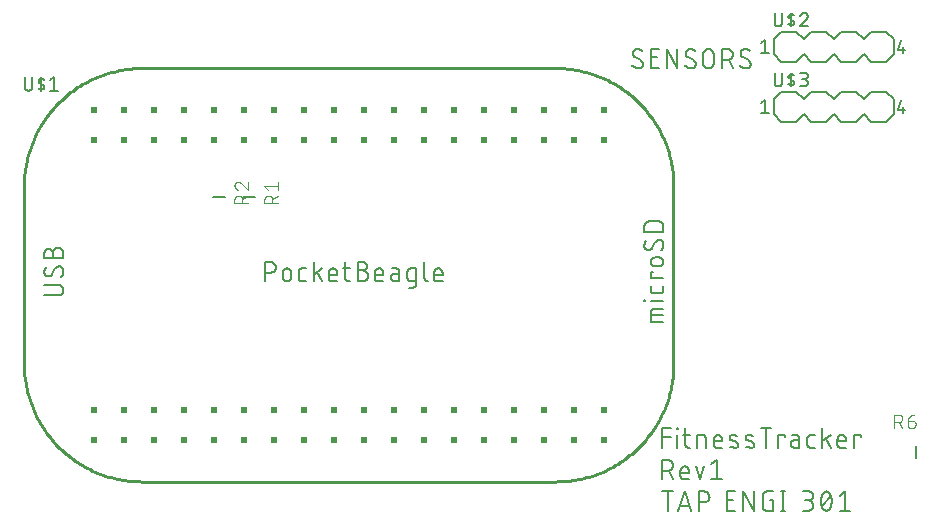
<source format=gbr>
G04 EAGLE Gerber RS-274X export*
G75*
%MOMM*%
%FSLAX34Y34*%
%LPD*%
%INSilkscreen Top*%
%IPPOS*%
%AMOC8*
5,1,8,0,0,1.08239X$1,22.5*%
G01*
%ADD10C,0.152400*%
%ADD11C,0.127000*%
%ADD12C,0.101600*%
%ADD13R,0.508000X0.508000*%
%ADD14C,0.254000*%


D10*
X578612Y98552D02*
X578612Y114808D01*
X585837Y114808D01*
X585837Y107583D02*
X578612Y107583D01*
X591434Y109389D02*
X591434Y98552D01*
X590983Y113905D02*
X590983Y114808D01*
X591886Y114808D01*
X591886Y113905D01*
X590983Y113905D01*
X596424Y109389D02*
X601843Y109389D01*
X598231Y114808D02*
X598231Y101261D01*
X598233Y101160D01*
X598239Y101059D01*
X598248Y100958D01*
X598261Y100857D01*
X598278Y100757D01*
X598299Y100658D01*
X598323Y100560D01*
X598351Y100463D01*
X598383Y100366D01*
X598418Y100271D01*
X598457Y100178D01*
X598499Y100086D01*
X598545Y99995D01*
X598594Y99907D01*
X598646Y99820D01*
X598702Y99735D01*
X598760Y99652D01*
X598822Y99572D01*
X598887Y99494D01*
X598954Y99418D01*
X599024Y99345D01*
X599097Y99275D01*
X599173Y99208D01*
X599251Y99143D01*
X599331Y99081D01*
X599414Y99023D01*
X599499Y98967D01*
X599586Y98915D01*
X599674Y98866D01*
X599765Y98820D01*
X599857Y98778D01*
X599950Y98739D01*
X600045Y98704D01*
X600142Y98672D01*
X600239Y98644D01*
X600337Y98620D01*
X600436Y98599D01*
X600536Y98582D01*
X600637Y98569D01*
X600738Y98560D01*
X600839Y98554D01*
X600940Y98552D01*
X601843Y98552D01*
X608143Y98552D02*
X608143Y109389D01*
X612658Y109389D01*
X612762Y109387D01*
X612865Y109381D01*
X612969Y109371D01*
X613072Y109357D01*
X613174Y109339D01*
X613275Y109318D01*
X613376Y109292D01*
X613475Y109263D01*
X613574Y109230D01*
X613671Y109193D01*
X613766Y109152D01*
X613860Y109108D01*
X613952Y109060D01*
X614042Y109009D01*
X614131Y108954D01*
X614217Y108896D01*
X614300Y108834D01*
X614382Y108770D01*
X614460Y108702D01*
X614536Y108632D01*
X614610Y108559D01*
X614680Y108482D01*
X614748Y108404D01*
X614812Y108322D01*
X614874Y108239D01*
X614932Y108153D01*
X614987Y108064D01*
X615038Y107974D01*
X615086Y107882D01*
X615130Y107788D01*
X615171Y107693D01*
X615208Y107596D01*
X615241Y107497D01*
X615270Y107398D01*
X615296Y107297D01*
X615317Y107196D01*
X615335Y107094D01*
X615349Y106991D01*
X615359Y106887D01*
X615365Y106784D01*
X615367Y106680D01*
X615367Y98552D01*
X624920Y98552D02*
X629435Y98552D01*
X624920Y98552D02*
X624819Y98554D01*
X624718Y98560D01*
X624617Y98569D01*
X624516Y98582D01*
X624416Y98599D01*
X624317Y98620D01*
X624219Y98644D01*
X624122Y98672D01*
X624025Y98704D01*
X623930Y98739D01*
X623837Y98778D01*
X623745Y98820D01*
X623654Y98866D01*
X623566Y98915D01*
X623479Y98967D01*
X623394Y99023D01*
X623311Y99081D01*
X623231Y99143D01*
X623153Y99208D01*
X623077Y99275D01*
X623004Y99345D01*
X622934Y99418D01*
X622867Y99494D01*
X622802Y99572D01*
X622740Y99652D01*
X622682Y99735D01*
X622626Y99820D01*
X622574Y99907D01*
X622525Y99995D01*
X622479Y100086D01*
X622437Y100178D01*
X622398Y100271D01*
X622363Y100366D01*
X622331Y100463D01*
X622303Y100560D01*
X622279Y100658D01*
X622258Y100757D01*
X622241Y100857D01*
X622228Y100958D01*
X622219Y101059D01*
X622213Y101160D01*
X622211Y101261D01*
X622211Y105777D01*
X622213Y105896D01*
X622219Y106016D01*
X622229Y106135D01*
X622243Y106253D01*
X622260Y106372D01*
X622282Y106489D01*
X622307Y106606D01*
X622337Y106721D01*
X622370Y106836D01*
X622407Y106950D01*
X622447Y107062D01*
X622492Y107173D01*
X622540Y107282D01*
X622591Y107390D01*
X622646Y107496D01*
X622705Y107600D01*
X622767Y107702D01*
X622832Y107802D01*
X622901Y107900D01*
X622973Y107996D01*
X623048Y108089D01*
X623125Y108179D01*
X623206Y108267D01*
X623290Y108352D01*
X623377Y108434D01*
X623466Y108514D01*
X623558Y108590D01*
X623652Y108664D01*
X623749Y108734D01*
X623847Y108801D01*
X623948Y108865D01*
X624052Y108925D01*
X624157Y108982D01*
X624264Y109035D01*
X624372Y109085D01*
X624482Y109131D01*
X624594Y109173D01*
X624707Y109212D01*
X624821Y109247D01*
X624936Y109278D01*
X625053Y109306D01*
X625170Y109329D01*
X625287Y109349D01*
X625406Y109365D01*
X625525Y109377D01*
X625644Y109385D01*
X625763Y109389D01*
X625883Y109389D01*
X626002Y109385D01*
X626121Y109377D01*
X626240Y109365D01*
X626359Y109349D01*
X626476Y109329D01*
X626593Y109306D01*
X626710Y109278D01*
X626825Y109247D01*
X626939Y109212D01*
X627052Y109173D01*
X627164Y109131D01*
X627274Y109085D01*
X627382Y109035D01*
X627489Y108982D01*
X627594Y108925D01*
X627698Y108865D01*
X627799Y108801D01*
X627897Y108734D01*
X627994Y108664D01*
X628088Y108590D01*
X628180Y108514D01*
X628269Y108434D01*
X628356Y108352D01*
X628440Y108267D01*
X628521Y108179D01*
X628598Y108089D01*
X628673Y107996D01*
X628745Y107900D01*
X628814Y107802D01*
X628879Y107702D01*
X628941Y107600D01*
X629000Y107496D01*
X629055Y107390D01*
X629106Y107282D01*
X629154Y107173D01*
X629199Y107062D01*
X629239Y106950D01*
X629276Y106836D01*
X629309Y106721D01*
X629339Y106606D01*
X629364Y106489D01*
X629386Y106372D01*
X629403Y106253D01*
X629417Y106135D01*
X629427Y106016D01*
X629433Y105896D01*
X629435Y105777D01*
X629435Y103971D01*
X622211Y103971D01*
X637112Y104874D02*
X641628Y103068D01*
X637112Y104874D02*
X637024Y104911D01*
X636938Y104952D01*
X636853Y104996D01*
X636770Y105044D01*
X636690Y105095D01*
X636611Y105149D01*
X636535Y105207D01*
X636461Y105267D01*
X636389Y105331D01*
X636321Y105397D01*
X636255Y105467D01*
X636192Y105538D01*
X636131Y105613D01*
X636074Y105689D01*
X636021Y105768D01*
X635970Y105849D01*
X635923Y105932D01*
X635879Y106017D01*
X635839Y106104D01*
X635802Y106192D01*
X635769Y106282D01*
X635739Y106373D01*
X635714Y106465D01*
X635692Y106558D01*
X635674Y106652D01*
X635659Y106746D01*
X635649Y106841D01*
X635643Y106937D01*
X635640Y107032D01*
X635641Y107128D01*
X635647Y107223D01*
X635656Y107319D01*
X635669Y107413D01*
X635685Y107507D01*
X635706Y107601D01*
X635731Y107693D01*
X635759Y107784D01*
X635791Y107874D01*
X635826Y107963D01*
X635865Y108050D01*
X635908Y108136D01*
X635954Y108220D01*
X636004Y108301D01*
X636056Y108381D01*
X636112Y108459D01*
X636172Y108534D01*
X636234Y108606D01*
X636299Y108676D01*
X636367Y108744D01*
X636437Y108808D01*
X636510Y108870D01*
X636586Y108928D01*
X636664Y108984D01*
X636744Y109036D01*
X636826Y109085D01*
X636910Y109130D01*
X636996Y109172D01*
X637083Y109211D01*
X637172Y109246D01*
X637263Y109277D01*
X637354Y109304D01*
X637447Y109328D01*
X637540Y109348D01*
X637634Y109364D01*
X637729Y109376D01*
X637824Y109385D01*
X637920Y109389D01*
X638015Y109390D01*
X638262Y109383D01*
X638508Y109371D01*
X638754Y109353D01*
X639000Y109328D01*
X639244Y109298D01*
X639488Y109262D01*
X639731Y109221D01*
X639973Y109173D01*
X640214Y109119D01*
X640453Y109060D01*
X640691Y108995D01*
X640927Y108924D01*
X641162Y108848D01*
X641395Y108766D01*
X641625Y108678D01*
X641853Y108585D01*
X642080Y108487D01*
X641628Y103067D02*
X641716Y103030D01*
X641802Y102989D01*
X641887Y102945D01*
X641970Y102897D01*
X642050Y102846D01*
X642129Y102792D01*
X642205Y102734D01*
X642279Y102674D01*
X642351Y102610D01*
X642419Y102544D01*
X642485Y102474D01*
X642548Y102403D01*
X642609Y102328D01*
X642666Y102252D01*
X642719Y102173D01*
X642770Y102092D01*
X642817Y102009D01*
X642861Y101924D01*
X642901Y101837D01*
X642938Y101749D01*
X642971Y101659D01*
X643001Y101568D01*
X643026Y101476D01*
X643048Y101383D01*
X643066Y101289D01*
X643081Y101195D01*
X643091Y101100D01*
X643097Y101004D01*
X643100Y100909D01*
X643099Y100813D01*
X643093Y100718D01*
X643084Y100622D01*
X643071Y100528D01*
X643055Y100434D01*
X643034Y100340D01*
X643009Y100248D01*
X642981Y100157D01*
X642949Y100067D01*
X642914Y99978D01*
X642875Y99891D01*
X642832Y99805D01*
X642786Y99721D01*
X642736Y99640D01*
X642684Y99560D01*
X642628Y99482D01*
X642568Y99407D01*
X642506Y99335D01*
X642441Y99265D01*
X642373Y99197D01*
X642303Y99133D01*
X642230Y99071D01*
X642154Y99013D01*
X642076Y98957D01*
X641996Y98905D01*
X641914Y98856D01*
X641830Y98811D01*
X641744Y98769D01*
X641657Y98730D01*
X641568Y98695D01*
X641477Y98664D01*
X641386Y98637D01*
X641293Y98613D01*
X641200Y98593D01*
X641106Y98577D01*
X641011Y98565D01*
X640916Y98556D01*
X640820Y98552D01*
X640725Y98551D01*
X640724Y98552D02*
X640362Y98561D01*
X640000Y98579D01*
X639639Y98606D01*
X639279Y98641D01*
X638919Y98684D01*
X638560Y98736D01*
X638203Y98797D01*
X637848Y98866D01*
X637494Y98943D01*
X637142Y99029D01*
X636792Y99123D01*
X636444Y99226D01*
X636099Y99336D01*
X635757Y99455D01*
X650659Y104874D02*
X655175Y103068D01*
X650659Y104874D02*
X650571Y104911D01*
X650485Y104952D01*
X650400Y104996D01*
X650317Y105044D01*
X650237Y105095D01*
X650158Y105149D01*
X650082Y105207D01*
X650008Y105267D01*
X649936Y105331D01*
X649868Y105397D01*
X649802Y105467D01*
X649739Y105538D01*
X649678Y105613D01*
X649621Y105689D01*
X649568Y105768D01*
X649517Y105849D01*
X649470Y105932D01*
X649426Y106017D01*
X649386Y106104D01*
X649349Y106192D01*
X649316Y106282D01*
X649286Y106373D01*
X649261Y106465D01*
X649239Y106558D01*
X649221Y106652D01*
X649206Y106746D01*
X649196Y106841D01*
X649190Y106937D01*
X649187Y107032D01*
X649188Y107128D01*
X649194Y107223D01*
X649203Y107319D01*
X649216Y107413D01*
X649232Y107507D01*
X649253Y107601D01*
X649278Y107693D01*
X649306Y107784D01*
X649338Y107874D01*
X649373Y107963D01*
X649412Y108050D01*
X649455Y108136D01*
X649501Y108220D01*
X649551Y108301D01*
X649603Y108381D01*
X649659Y108459D01*
X649719Y108534D01*
X649781Y108606D01*
X649846Y108676D01*
X649914Y108744D01*
X649984Y108808D01*
X650057Y108870D01*
X650133Y108928D01*
X650211Y108984D01*
X650291Y109036D01*
X650373Y109085D01*
X650457Y109130D01*
X650543Y109172D01*
X650630Y109211D01*
X650719Y109246D01*
X650810Y109277D01*
X650901Y109304D01*
X650994Y109328D01*
X651087Y109348D01*
X651181Y109364D01*
X651276Y109376D01*
X651371Y109385D01*
X651467Y109389D01*
X651562Y109390D01*
X651809Y109383D01*
X652055Y109371D01*
X652301Y109353D01*
X652547Y109328D01*
X652791Y109298D01*
X653035Y109262D01*
X653278Y109221D01*
X653520Y109173D01*
X653761Y109119D01*
X654000Y109060D01*
X654238Y108995D01*
X654474Y108924D01*
X654709Y108848D01*
X654942Y108766D01*
X655172Y108678D01*
X655400Y108585D01*
X655627Y108487D01*
X655175Y103067D02*
X655263Y103030D01*
X655349Y102989D01*
X655434Y102945D01*
X655517Y102897D01*
X655597Y102846D01*
X655676Y102792D01*
X655752Y102734D01*
X655826Y102674D01*
X655898Y102610D01*
X655966Y102544D01*
X656032Y102474D01*
X656095Y102403D01*
X656156Y102328D01*
X656213Y102252D01*
X656266Y102173D01*
X656317Y102092D01*
X656364Y102009D01*
X656408Y101924D01*
X656448Y101837D01*
X656485Y101749D01*
X656518Y101659D01*
X656548Y101568D01*
X656573Y101476D01*
X656595Y101383D01*
X656613Y101289D01*
X656628Y101195D01*
X656638Y101100D01*
X656644Y101004D01*
X656647Y100909D01*
X656646Y100813D01*
X656640Y100718D01*
X656631Y100622D01*
X656618Y100528D01*
X656602Y100434D01*
X656581Y100340D01*
X656556Y100248D01*
X656528Y100157D01*
X656496Y100067D01*
X656461Y99978D01*
X656422Y99891D01*
X656379Y99805D01*
X656333Y99721D01*
X656283Y99640D01*
X656231Y99560D01*
X656175Y99482D01*
X656115Y99407D01*
X656053Y99335D01*
X655988Y99265D01*
X655920Y99197D01*
X655850Y99133D01*
X655777Y99071D01*
X655701Y99013D01*
X655623Y98957D01*
X655543Y98905D01*
X655461Y98856D01*
X655377Y98811D01*
X655291Y98769D01*
X655204Y98730D01*
X655115Y98695D01*
X655024Y98664D01*
X654933Y98637D01*
X654840Y98613D01*
X654747Y98593D01*
X654653Y98577D01*
X654558Y98565D01*
X654463Y98556D01*
X654367Y98552D01*
X654272Y98551D01*
X654272Y98552D02*
X653910Y98561D01*
X653548Y98579D01*
X653187Y98606D01*
X652827Y98641D01*
X652467Y98684D01*
X652108Y98736D01*
X651751Y98797D01*
X651396Y98866D01*
X651042Y98943D01*
X650690Y99029D01*
X650340Y99123D01*
X649992Y99226D01*
X649647Y99336D01*
X649305Y99455D01*
X666464Y98552D02*
X666464Y114808D01*
X661949Y114808D02*
X670980Y114808D01*
X677005Y109389D02*
X677005Y98552D01*
X677005Y109389D02*
X682423Y109389D01*
X682423Y107583D01*
X690428Y104874D02*
X694492Y104874D01*
X690428Y104874D02*
X690316Y104872D01*
X690205Y104866D01*
X690094Y104856D01*
X689983Y104843D01*
X689873Y104825D01*
X689764Y104803D01*
X689655Y104778D01*
X689547Y104749D01*
X689441Y104716D01*
X689335Y104679D01*
X689231Y104639D01*
X689129Y104595D01*
X689028Y104547D01*
X688929Y104496D01*
X688831Y104441D01*
X688736Y104383D01*
X688643Y104322D01*
X688552Y104257D01*
X688463Y104189D01*
X688377Y104118D01*
X688294Y104045D01*
X688213Y103968D01*
X688134Y103888D01*
X688059Y103806D01*
X687987Y103721D01*
X687917Y103634D01*
X687851Y103544D01*
X687788Y103452D01*
X687728Y103357D01*
X687672Y103261D01*
X687619Y103163D01*
X687570Y103063D01*
X687524Y102961D01*
X687482Y102858D01*
X687443Y102753D01*
X687408Y102647D01*
X687377Y102540D01*
X687350Y102432D01*
X687326Y102323D01*
X687307Y102213D01*
X687291Y102103D01*
X687279Y101992D01*
X687271Y101880D01*
X687267Y101769D01*
X687267Y101657D01*
X687271Y101546D01*
X687279Y101434D01*
X687291Y101323D01*
X687307Y101213D01*
X687326Y101103D01*
X687350Y100994D01*
X687377Y100886D01*
X687408Y100779D01*
X687443Y100673D01*
X687482Y100568D01*
X687524Y100465D01*
X687570Y100363D01*
X687619Y100263D01*
X687672Y100165D01*
X687728Y100069D01*
X687788Y99974D01*
X687851Y99882D01*
X687917Y99792D01*
X687987Y99705D01*
X688059Y99620D01*
X688134Y99538D01*
X688213Y99458D01*
X688294Y99381D01*
X688377Y99308D01*
X688463Y99237D01*
X688552Y99169D01*
X688643Y99104D01*
X688736Y99043D01*
X688831Y98985D01*
X688929Y98930D01*
X689028Y98879D01*
X689129Y98831D01*
X689231Y98787D01*
X689335Y98747D01*
X689441Y98710D01*
X689547Y98677D01*
X689655Y98648D01*
X689764Y98623D01*
X689873Y98601D01*
X689983Y98583D01*
X690094Y98570D01*
X690205Y98560D01*
X690316Y98554D01*
X690428Y98552D01*
X694492Y98552D01*
X694492Y106680D01*
X694490Y106781D01*
X694484Y106882D01*
X694475Y106983D01*
X694462Y107084D01*
X694445Y107184D01*
X694424Y107283D01*
X694400Y107381D01*
X694372Y107478D01*
X694340Y107575D01*
X694305Y107670D01*
X694266Y107763D01*
X694224Y107855D01*
X694178Y107946D01*
X694129Y108035D01*
X694077Y108121D01*
X694021Y108206D01*
X693963Y108289D01*
X693901Y108369D01*
X693836Y108447D01*
X693769Y108523D01*
X693699Y108596D01*
X693626Y108666D01*
X693550Y108733D01*
X693472Y108798D01*
X693392Y108860D01*
X693309Y108918D01*
X693224Y108974D01*
X693138Y109026D01*
X693049Y109075D01*
X692958Y109121D01*
X692866Y109163D01*
X692773Y109202D01*
X692678Y109237D01*
X692581Y109269D01*
X692484Y109297D01*
X692386Y109321D01*
X692287Y109342D01*
X692187Y109359D01*
X692086Y109372D01*
X691985Y109381D01*
X691884Y109387D01*
X691783Y109389D01*
X688171Y109389D01*
X704136Y98552D02*
X707748Y98552D01*
X704136Y98552D02*
X704035Y98554D01*
X703934Y98560D01*
X703833Y98569D01*
X703732Y98582D01*
X703632Y98599D01*
X703533Y98620D01*
X703435Y98644D01*
X703338Y98672D01*
X703241Y98704D01*
X703146Y98739D01*
X703053Y98778D01*
X702961Y98820D01*
X702870Y98866D01*
X702782Y98915D01*
X702695Y98967D01*
X702610Y99023D01*
X702527Y99081D01*
X702447Y99143D01*
X702369Y99208D01*
X702293Y99275D01*
X702220Y99345D01*
X702150Y99418D01*
X702083Y99494D01*
X702018Y99572D01*
X701956Y99652D01*
X701898Y99735D01*
X701842Y99820D01*
X701790Y99907D01*
X701741Y99995D01*
X701695Y100086D01*
X701653Y100178D01*
X701614Y100271D01*
X701579Y100366D01*
X701547Y100463D01*
X701519Y100560D01*
X701495Y100658D01*
X701474Y100757D01*
X701457Y100857D01*
X701444Y100958D01*
X701435Y101059D01*
X701429Y101160D01*
X701427Y101261D01*
X701426Y101261D02*
X701426Y106680D01*
X701427Y106680D02*
X701429Y106781D01*
X701435Y106882D01*
X701444Y106983D01*
X701457Y107084D01*
X701474Y107184D01*
X701495Y107283D01*
X701519Y107381D01*
X701547Y107478D01*
X701579Y107575D01*
X701614Y107670D01*
X701653Y107763D01*
X701695Y107855D01*
X701741Y107946D01*
X701790Y108035D01*
X701842Y108121D01*
X701898Y108206D01*
X701956Y108289D01*
X702018Y108369D01*
X702083Y108447D01*
X702150Y108523D01*
X702220Y108596D01*
X702293Y108666D01*
X702369Y108733D01*
X702447Y108798D01*
X702527Y108860D01*
X702610Y108918D01*
X702695Y108974D01*
X702782Y109026D01*
X702870Y109075D01*
X702961Y109121D01*
X703053Y109163D01*
X703146Y109202D01*
X703241Y109237D01*
X703338Y109269D01*
X703435Y109297D01*
X703533Y109321D01*
X703632Y109342D01*
X703732Y109359D01*
X703833Y109372D01*
X703934Y109381D01*
X704035Y109387D01*
X704136Y109389D01*
X707748Y109389D01*
X714083Y114808D02*
X714083Y98552D01*
X714083Y103971D02*
X721307Y109389D01*
X717243Y106228D02*
X721307Y98552D01*
X729649Y98552D02*
X734165Y98552D01*
X729649Y98552D02*
X729548Y98554D01*
X729447Y98560D01*
X729346Y98569D01*
X729245Y98582D01*
X729145Y98599D01*
X729046Y98620D01*
X728948Y98644D01*
X728851Y98672D01*
X728754Y98704D01*
X728659Y98739D01*
X728566Y98778D01*
X728474Y98820D01*
X728383Y98866D01*
X728295Y98915D01*
X728208Y98967D01*
X728123Y99023D01*
X728040Y99081D01*
X727960Y99143D01*
X727882Y99208D01*
X727806Y99275D01*
X727733Y99345D01*
X727663Y99418D01*
X727596Y99494D01*
X727531Y99572D01*
X727469Y99652D01*
X727411Y99735D01*
X727355Y99820D01*
X727303Y99907D01*
X727254Y99995D01*
X727208Y100086D01*
X727166Y100178D01*
X727127Y100271D01*
X727092Y100366D01*
X727060Y100463D01*
X727032Y100560D01*
X727008Y100658D01*
X726987Y100757D01*
X726970Y100857D01*
X726957Y100958D01*
X726948Y101059D01*
X726942Y101160D01*
X726940Y101261D01*
X726940Y105777D01*
X726942Y105896D01*
X726948Y106016D01*
X726958Y106135D01*
X726972Y106253D01*
X726989Y106372D01*
X727011Y106489D01*
X727036Y106606D01*
X727066Y106721D01*
X727099Y106836D01*
X727136Y106950D01*
X727176Y107062D01*
X727221Y107173D01*
X727269Y107282D01*
X727320Y107390D01*
X727375Y107496D01*
X727434Y107600D01*
X727496Y107702D01*
X727561Y107802D01*
X727630Y107900D01*
X727702Y107996D01*
X727777Y108089D01*
X727854Y108179D01*
X727935Y108267D01*
X728019Y108352D01*
X728106Y108434D01*
X728195Y108514D01*
X728287Y108590D01*
X728381Y108664D01*
X728478Y108734D01*
X728576Y108801D01*
X728677Y108865D01*
X728781Y108925D01*
X728886Y108982D01*
X728993Y109035D01*
X729101Y109085D01*
X729211Y109131D01*
X729323Y109173D01*
X729436Y109212D01*
X729550Y109247D01*
X729665Y109278D01*
X729782Y109306D01*
X729899Y109329D01*
X730016Y109349D01*
X730135Y109365D01*
X730254Y109377D01*
X730373Y109385D01*
X730492Y109389D01*
X730612Y109389D01*
X730731Y109385D01*
X730850Y109377D01*
X730969Y109365D01*
X731088Y109349D01*
X731205Y109329D01*
X731322Y109306D01*
X731439Y109278D01*
X731554Y109247D01*
X731668Y109212D01*
X731781Y109173D01*
X731893Y109131D01*
X732003Y109085D01*
X732111Y109035D01*
X732218Y108982D01*
X732323Y108925D01*
X732427Y108865D01*
X732528Y108801D01*
X732626Y108734D01*
X732723Y108664D01*
X732817Y108590D01*
X732909Y108514D01*
X732998Y108434D01*
X733085Y108352D01*
X733169Y108267D01*
X733250Y108179D01*
X733327Y108089D01*
X733402Y107996D01*
X733474Y107900D01*
X733543Y107802D01*
X733608Y107702D01*
X733670Y107600D01*
X733729Y107496D01*
X733784Y107390D01*
X733835Y107282D01*
X733883Y107173D01*
X733928Y107062D01*
X733968Y106950D01*
X734005Y106836D01*
X734038Y106721D01*
X734068Y106606D01*
X734093Y106489D01*
X734115Y106372D01*
X734132Y106253D01*
X734146Y106135D01*
X734156Y106016D01*
X734162Y105896D01*
X734164Y105777D01*
X734165Y105777D02*
X734165Y103971D01*
X726940Y103971D01*
X741093Y98552D02*
X741093Y109389D01*
X746511Y109389D01*
X746511Y107583D01*
X578612Y88138D02*
X578612Y71882D01*
X578612Y88138D02*
X583128Y88138D01*
X583261Y88136D01*
X583393Y88130D01*
X583525Y88120D01*
X583657Y88107D01*
X583789Y88089D01*
X583919Y88068D01*
X584050Y88043D01*
X584179Y88014D01*
X584307Y87981D01*
X584435Y87945D01*
X584561Y87905D01*
X584686Y87861D01*
X584810Y87813D01*
X584932Y87762D01*
X585053Y87707D01*
X585172Y87649D01*
X585290Y87587D01*
X585405Y87522D01*
X585519Y87453D01*
X585630Y87382D01*
X585739Y87306D01*
X585846Y87228D01*
X585951Y87147D01*
X586053Y87062D01*
X586153Y86975D01*
X586250Y86885D01*
X586345Y86792D01*
X586436Y86696D01*
X586525Y86598D01*
X586611Y86497D01*
X586694Y86393D01*
X586774Y86287D01*
X586850Y86179D01*
X586924Y86069D01*
X586994Y85956D01*
X587061Y85842D01*
X587124Y85725D01*
X587184Y85607D01*
X587241Y85487D01*
X587294Y85365D01*
X587343Y85242D01*
X587389Y85118D01*
X587431Y84992D01*
X587469Y84865D01*
X587504Y84737D01*
X587535Y84608D01*
X587562Y84479D01*
X587585Y84348D01*
X587605Y84217D01*
X587620Y84085D01*
X587632Y83953D01*
X587640Y83821D01*
X587644Y83688D01*
X587644Y83556D01*
X587640Y83423D01*
X587632Y83291D01*
X587620Y83159D01*
X587605Y83027D01*
X587585Y82896D01*
X587562Y82765D01*
X587535Y82636D01*
X587504Y82507D01*
X587469Y82379D01*
X587431Y82252D01*
X587389Y82126D01*
X587343Y82002D01*
X587294Y81879D01*
X587241Y81757D01*
X587184Y81637D01*
X587124Y81519D01*
X587061Y81402D01*
X586994Y81288D01*
X586924Y81175D01*
X586850Y81065D01*
X586774Y80957D01*
X586694Y80851D01*
X586611Y80747D01*
X586525Y80646D01*
X586436Y80548D01*
X586345Y80452D01*
X586250Y80359D01*
X586153Y80269D01*
X586053Y80182D01*
X585951Y80097D01*
X585846Y80016D01*
X585739Y79938D01*
X585630Y79862D01*
X585519Y79791D01*
X585405Y79722D01*
X585290Y79657D01*
X585172Y79595D01*
X585053Y79537D01*
X584932Y79482D01*
X584810Y79431D01*
X584686Y79383D01*
X584561Y79339D01*
X584435Y79299D01*
X584307Y79263D01*
X584179Y79230D01*
X584050Y79201D01*
X583919Y79176D01*
X583789Y79155D01*
X583657Y79137D01*
X583525Y79124D01*
X583393Y79114D01*
X583261Y79108D01*
X583128Y79106D01*
X583128Y79107D02*
X578612Y79107D01*
X584031Y79107D02*
X587643Y71882D01*
X596722Y71882D02*
X601238Y71882D01*
X596722Y71882D02*
X596621Y71884D01*
X596520Y71890D01*
X596419Y71899D01*
X596318Y71912D01*
X596218Y71929D01*
X596119Y71950D01*
X596021Y71974D01*
X595924Y72002D01*
X595827Y72034D01*
X595732Y72069D01*
X595639Y72108D01*
X595547Y72150D01*
X595456Y72196D01*
X595368Y72245D01*
X595281Y72297D01*
X595196Y72353D01*
X595113Y72411D01*
X595033Y72473D01*
X594955Y72538D01*
X594879Y72605D01*
X594806Y72675D01*
X594736Y72748D01*
X594669Y72824D01*
X594604Y72902D01*
X594542Y72982D01*
X594484Y73065D01*
X594428Y73150D01*
X594376Y73237D01*
X594327Y73325D01*
X594281Y73416D01*
X594239Y73508D01*
X594200Y73601D01*
X594165Y73696D01*
X594133Y73793D01*
X594105Y73890D01*
X594081Y73988D01*
X594060Y74087D01*
X594043Y74187D01*
X594030Y74288D01*
X594021Y74389D01*
X594015Y74490D01*
X594013Y74591D01*
X594013Y79107D01*
X594015Y79226D01*
X594021Y79346D01*
X594031Y79465D01*
X594045Y79583D01*
X594062Y79702D01*
X594084Y79819D01*
X594109Y79936D01*
X594139Y80051D01*
X594172Y80166D01*
X594209Y80280D01*
X594249Y80392D01*
X594294Y80503D01*
X594342Y80612D01*
X594393Y80720D01*
X594448Y80826D01*
X594507Y80930D01*
X594569Y81032D01*
X594634Y81132D01*
X594703Y81230D01*
X594775Y81326D01*
X594850Y81419D01*
X594927Y81509D01*
X595008Y81597D01*
X595092Y81682D01*
X595179Y81764D01*
X595268Y81844D01*
X595360Y81920D01*
X595454Y81994D01*
X595551Y82064D01*
X595649Y82131D01*
X595750Y82195D01*
X595854Y82255D01*
X595959Y82312D01*
X596066Y82365D01*
X596174Y82415D01*
X596284Y82461D01*
X596396Y82503D01*
X596509Y82542D01*
X596623Y82577D01*
X596738Y82608D01*
X596855Y82636D01*
X596972Y82659D01*
X597089Y82679D01*
X597208Y82695D01*
X597327Y82707D01*
X597446Y82715D01*
X597565Y82719D01*
X597685Y82719D01*
X597804Y82715D01*
X597923Y82707D01*
X598042Y82695D01*
X598161Y82679D01*
X598278Y82659D01*
X598395Y82636D01*
X598512Y82608D01*
X598627Y82577D01*
X598741Y82542D01*
X598854Y82503D01*
X598966Y82461D01*
X599076Y82415D01*
X599184Y82365D01*
X599291Y82312D01*
X599396Y82255D01*
X599500Y82195D01*
X599601Y82131D01*
X599699Y82064D01*
X599796Y81994D01*
X599890Y81920D01*
X599982Y81844D01*
X600071Y81764D01*
X600158Y81682D01*
X600242Y81597D01*
X600323Y81509D01*
X600400Y81419D01*
X600475Y81326D01*
X600547Y81230D01*
X600616Y81132D01*
X600681Y81032D01*
X600743Y80930D01*
X600802Y80826D01*
X600857Y80720D01*
X600908Y80612D01*
X600956Y80503D01*
X601001Y80392D01*
X601041Y80280D01*
X601078Y80166D01*
X601111Y80051D01*
X601141Y79936D01*
X601166Y79819D01*
X601188Y79702D01*
X601205Y79583D01*
X601219Y79465D01*
X601229Y79346D01*
X601235Y79226D01*
X601237Y79107D01*
X601238Y79107D02*
X601238Y77301D01*
X594013Y77301D01*
X607039Y82719D02*
X610651Y71882D01*
X614264Y82719D01*
X620204Y84526D02*
X624719Y88138D01*
X624719Y71882D01*
X620204Y71882D02*
X629235Y71882D01*
X583128Y61468D02*
X583128Y45212D01*
X578612Y61468D02*
X587643Y61468D01*
X597717Y61468D02*
X592298Y45212D01*
X603135Y45212D02*
X597717Y61468D01*
X601781Y49276D02*
X593653Y49276D01*
X609564Y45212D02*
X609564Y61468D01*
X614080Y61468D01*
X614213Y61466D01*
X614345Y61460D01*
X614477Y61450D01*
X614609Y61437D01*
X614741Y61419D01*
X614871Y61398D01*
X615002Y61373D01*
X615131Y61344D01*
X615259Y61311D01*
X615387Y61275D01*
X615513Y61235D01*
X615638Y61191D01*
X615762Y61143D01*
X615884Y61092D01*
X616005Y61037D01*
X616124Y60979D01*
X616242Y60917D01*
X616357Y60852D01*
X616471Y60783D01*
X616582Y60712D01*
X616691Y60636D01*
X616798Y60558D01*
X616903Y60477D01*
X617005Y60392D01*
X617105Y60305D01*
X617202Y60215D01*
X617297Y60122D01*
X617388Y60026D01*
X617477Y59928D01*
X617563Y59827D01*
X617646Y59723D01*
X617726Y59617D01*
X617802Y59509D01*
X617876Y59399D01*
X617946Y59286D01*
X618013Y59172D01*
X618076Y59055D01*
X618136Y58937D01*
X618193Y58817D01*
X618246Y58695D01*
X618295Y58572D01*
X618341Y58448D01*
X618383Y58322D01*
X618421Y58195D01*
X618456Y58067D01*
X618487Y57938D01*
X618514Y57809D01*
X618537Y57678D01*
X618557Y57547D01*
X618572Y57415D01*
X618584Y57283D01*
X618592Y57151D01*
X618596Y57018D01*
X618596Y56886D01*
X618592Y56753D01*
X618584Y56621D01*
X618572Y56489D01*
X618557Y56357D01*
X618537Y56226D01*
X618514Y56095D01*
X618487Y55966D01*
X618456Y55837D01*
X618421Y55709D01*
X618383Y55582D01*
X618341Y55456D01*
X618295Y55332D01*
X618246Y55209D01*
X618193Y55087D01*
X618136Y54967D01*
X618076Y54849D01*
X618013Y54732D01*
X617946Y54618D01*
X617876Y54505D01*
X617802Y54395D01*
X617726Y54287D01*
X617646Y54181D01*
X617563Y54077D01*
X617477Y53976D01*
X617388Y53878D01*
X617297Y53782D01*
X617202Y53689D01*
X617105Y53599D01*
X617005Y53512D01*
X616903Y53427D01*
X616798Y53346D01*
X616691Y53268D01*
X616582Y53192D01*
X616471Y53121D01*
X616357Y53052D01*
X616242Y52987D01*
X616124Y52925D01*
X616005Y52867D01*
X615884Y52812D01*
X615762Y52761D01*
X615638Y52713D01*
X615513Y52669D01*
X615387Y52629D01*
X615259Y52593D01*
X615131Y52560D01*
X615002Y52531D01*
X614871Y52506D01*
X614741Y52485D01*
X614609Y52467D01*
X614477Y52454D01*
X614345Y52444D01*
X614213Y52438D01*
X614080Y52436D01*
X614080Y52437D02*
X609564Y52437D01*
X633351Y45212D02*
X640576Y45212D01*
X633351Y45212D02*
X633351Y61468D01*
X640576Y61468D01*
X638770Y54243D02*
X633351Y54243D01*
X646868Y61468D02*
X646868Y45212D01*
X655900Y45212D02*
X646868Y61468D01*
X655900Y61468D02*
X655900Y45212D01*
X669864Y54243D02*
X672573Y54243D01*
X672573Y45212D01*
X667154Y45212D01*
X667036Y45214D01*
X666918Y45220D01*
X666800Y45229D01*
X666683Y45243D01*
X666566Y45260D01*
X666449Y45281D01*
X666334Y45306D01*
X666219Y45335D01*
X666105Y45368D01*
X665993Y45404D01*
X665882Y45444D01*
X665772Y45487D01*
X665663Y45534D01*
X665556Y45584D01*
X665451Y45639D01*
X665348Y45696D01*
X665247Y45757D01*
X665147Y45821D01*
X665050Y45888D01*
X664955Y45958D01*
X664863Y46032D01*
X664772Y46108D01*
X664685Y46188D01*
X664600Y46270D01*
X664518Y46355D01*
X664438Y46442D01*
X664362Y46533D01*
X664288Y46625D01*
X664218Y46720D01*
X664151Y46817D01*
X664087Y46917D01*
X664026Y47018D01*
X663969Y47121D01*
X663914Y47226D01*
X663864Y47333D01*
X663817Y47442D01*
X663774Y47552D01*
X663734Y47663D01*
X663698Y47775D01*
X663665Y47889D01*
X663636Y48004D01*
X663611Y48119D01*
X663590Y48236D01*
X663573Y48353D01*
X663559Y48470D01*
X663550Y48588D01*
X663544Y48706D01*
X663542Y48824D01*
X663542Y57856D01*
X663544Y57974D01*
X663550Y58092D01*
X663559Y58210D01*
X663573Y58327D01*
X663590Y58444D01*
X663611Y58561D01*
X663636Y58676D01*
X663665Y58791D01*
X663698Y58905D01*
X663734Y59017D01*
X663774Y59128D01*
X663817Y59238D01*
X663864Y59347D01*
X663914Y59454D01*
X663968Y59559D01*
X664026Y59662D01*
X664087Y59763D01*
X664151Y59863D01*
X664218Y59960D01*
X664288Y60055D01*
X664362Y60147D01*
X664438Y60238D01*
X664518Y60325D01*
X664600Y60410D01*
X664685Y60492D01*
X664772Y60572D01*
X664863Y60648D01*
X664955Y60722D01*
X665050Y60792D01*
X665147Y60859D01*
X665247Y60923D01*
X665348Y60984D01*
X665451Y61041D01*
X665556Y61095D01*
X665663Y61146D01*
X665772Y61193D01*
X665882Y61236D01*
X665993Y61276D01*
X666105Y61312D01*
X666219Y61345D01*
X666334Y61374D01*
X666449Y61399D01*
X666566Y61420D01*
X666683Y61437D01*
X666800Y61451D01*
X666918Y61460D01*
X667036Y61466D01*
X667154Y61468D01*
X672573Y61468D01*
X681083Y61468D02*
X681083Y45212D01*
X679277Y45212D02*
X682890Y45212D01*
X682890Y61468D02*
X679277Y61468D01*
X697409Y45212D02*
X701925Y45212D01*
X702058Y45214D01*
X702190Y45220D01*
X702322Y45230D01*
X702454Y45243D01*
X702586Y45261D01*
X702716Y45282D01*
X702847Y45307D01*
X702976Y45336D01*
X703104Y45369D01*
X703232Y45405D01*
X703358Y45445D01*
X703483Y45489D01*
X703607Y45537D01*
X703729Y45588D01*
X703850Y45643D01*
X703969Y45701D01*
X704087Y45763D01*
X704202Y45828D01*
X704316Y45897D01*
X704427Y45968D01*
X704536Y46044D01*
X704643Y46122D01*
X704748Y46203D01*
X704850Y46288D01*
X704950Y46375D01*
X705047Y46465D01*
X705142Y46558D01*
X705233Y46654D01*
X705322Y46752D01*
X705408Y46853D01*
X705491Y46957D01*
X705571Y47063D01*
X705647Y47171D01*
X705721Y47281D01*
X705791Y47394D01*
X705858Y47508D01*
X705921Y47625D01*
X705981Y47743D01*
X706038Y47863D01*
X706091Y47985D01*
X706140Y48108D01*
X706186Y48232D01*
X706228Y48358D01*
X706266Y48485D01*
X706301Y48613D01*
X706332Y48742D01*
X706359Y48871D01*
X706382Y49002D01*
X706402Y49133D01*
X706417Y49265D01*
X706429Y49397D01*
X706437Y49529D01*
X706441Y49662D01*
X706441Y49794D01*
X706437Y49927D01*
X706429Y50059D01*
X706417Y50191D01*
X706402Y50323D01*
X706382Y50454D01*
X706359Y50585D01*
X706332Y50714D01*
X706301Y50843D01*
X706266Y50971D01*
X706228Y51098D01*
X706186Y51224D01*
X706140Y51348D01*
X706091Y51471D01*
X706038Y51593D01*
X705981Y51713D01*
X705921Y51831D01*
X705858Y51948D01*
X705791Y52062D01*
X705721Y52175D01*
X705647Y52285D01*
X705571Y52393D01*
X705491Y52499D01*
X705408Y52603D01*
X705322Y52704D01*
X705233Y52802D01*
X705142Y52898D01*
X705047Y52991D01*
X704950Y53081D01*
X704850Y53168D01*
X704748Y53253D01*
X704643Y53334D01*
X704536Y53412D01*
X704427Y53488D01*
X704316Y53559D01*
X704202Y53628D01*
X704087Y53693D01*
X703969Y53755D01*
X703850Y53813D01*
X703729Y53868D01*
X703607Y53919D01*
X703483Y53967D01*
X703358Y54011D01*
X703232Y54051D01*
X703104Y54087D01*
X702976Y54120D01*
X702847Y54149D01*
X702716Y54174D01*
X702586Y54195D01*
X702454Y54213D01*
X702322Y54226D01*
X702190Y54236D01*
X702058Y54242D01*
X701925Y54244D01*
X702828Y61468D02*
X697409Y61468D01*
X702828Y61468D02*
X702947Y61466D01*
X703067Y61460D01*
X703186Y61450D01*
X703304Y61436D01*
X703423Y61419D01*
X703540Y61397D01*
X703657Y61372D01*
X703772Y61342D01*
X703887Y61309D01*
X704001Y61272D01*
X704113Y61232D01*
X704224Y61187D01*
X704333Y61139D01*
X704441Y61088D01*
X704547Y61033D01*
X704651Y60974D01*
X704753Y60912D01*
X704853Y60847D01*
X704951Y60778D01*
X705047Y60706D01*
X705140Y60631D01*
X705230Y60554D01*
X705318Y60473D01*
X705403Y60389D01*
X705485Y60302D01*
X705565Y60213D01*
X705641Y60121D01*
X705715Y60027D01*
X705785Y59930D01*
X705852Y59832D01*
X705916Y59731D01*
X705976Y59627D01*
X706033Y59522D01*
X706086Y59415D01*
X706136Y59307D01*
X706182Y59197D01*
X706224Y59085D01*
X706263Y58972D01*
X706298Y58858D01*
X706329Y58743D01*
X706357Y58626D01*
X706380Y58509D01*
X706400Y58392D01*
X706416Y58273D01*
X706428Y58154D01*
X706436Y58035D01*
X706440Y57916D01*
X706440Y57796D01*
X706436Y57677D01*
X706428Y57558D01*
X706416Y57439D01*
X706400Y57320D01*
X706380Y57203D01*
X706357Y57086D01*
X706329Y56969D01*
X706298Y56854D01*
X706263Y56740D01*
X706224Y56627D01*
X706182Y56515D01*
X706136Y56405D01*
X706086Y56297D01*
X706033Y56190D01*
X705976Y56085D01*
X705916Y55981D01*
X705852Y55880D01*
X705785Y55782D01*
X705715Y55685D01*
X705641Y55591D01*
X705565Y55499D01*
X705485Y55410D01*
X705403Y55323D01*
X705318Y55239D01*
X705230Y55158D01*
X705140Y55081D01*
X705047Y55006D01*
X704951Y54934D01*
X704853Y54865D01*
X704753Y54800D01*
X704651Y54738D01*
X704547Y54679D01*
X704441Y54624D01*
X704333Y54573D01*
X704224Y54525D01*
X704113Y54480D01*
X704001Y54440D01*
X703887Y54403D01*
X703772Y54370D01*
X703657Y54340D01*
X703540Y54315D01*
X703423Y54293D01*
X703304Y54276D01*
X703186Y54262D01*
X703067Y54252D01*
X702947Y54246D01*
X702828Y54244D01*
X702828Y54243D02*
X699216Y54243D01*
X713041Y53340D02*
X713045Y53660D01*
X713056Y53979D01*
X713075Y54299D01*
X713102Y54617D01*
X713136Y54935D01*
X713178Y55252D01*
X713228Y55568D01*
X713285Y55883D01*
X713349Y56196D01*
X713421Y56508D01*
X713500Y56818D01*
X713587Y57125D01*
X713681Y57431D01*
X713782Y57734D01*
X713891Y58035D01*
X714006Y58333D01*
X714129Y58629D01*
X714259Y58921D01*
X714396Y59210D01*
X714395Y59211D02*
X714434Y59319D01*
X714477Y59426D01*
X714523Y59531D01*
X714574Y59635D01*
X714627Y59737D01*
X714684Y59837D01*
X714745Y59935D01*
X714809Y60030D01*
X714876Y60124D01*
X714947Y60215D01*
X715020Y60304D01*
X715097Y60390D01*
X715176Y60473D01*
X715258Y60554D01*
X715343Y60632D01*
X715431Y60706D01*
X715521Y60778D01*
X715613Y60846D01*
X715708Y60912D01*
X715805Y60974D01*
X715904Y61032D01*
X716006Y61088D01*
X716108Y61139D01*
X716213Y61187D01*
X716319Y61232D01*
X716427Y61273D01*
X716536Y61310D01*
X716646Y61343D01*
X716758Y61372D01*
X716870Y61398D01*
X716983Y61420D01*
X717097Y61437D01*
X717211Y61451D01*
X717326Y61461D01*
X717441Y61467D01*
X717556Y61469D01*
X717556Y61468D02*
X717671Y61466D01*
X717786Y61460D01*
X717901Y61450D01*
X718015Y61436D01*
X718129Y61419D01*
X718242Y61397D01*
X718354Y61371D01*
X718466Y61342D01*
X718576Y61309D01*
X718685Y61272D01*
X718793Y61231D01*
X718899Y61186D01*
X719004Y61138D01*
X719106Y61087D01*
X719207Y61031D01*
X719307Y60973D01*
X719404Y60911D01*
X719498Y60846D01*
X719591Y60777D01*
X719681Y60705D01*
X719769Y60631D01*
X719854Y60553D01*
X719936Y60472D01*
X720015Y60389D01*
X720092Y60303D01*
X720165Y60214D01*
X720236Y60123D01*
X720303Y60029D01*
X720367Y59934D01*
X720428Y59836D01*
X720485Y59736D01*
X720538Y59634D01*
X720589Y59530D01*
X720635Y59425D01*
X720678Y59318D01*
X720717Y59210D01*
X720716Y59210D02*
X720853Y58921D01*
X720983Y58629D01*
X721106Y58333D01*
X721221Y58035D01*
X721330Y57734D01*
X721431Y57431D01*
X721525Y57125D01*
X721612Y56818D01*
X721691Y56508D01*
X721763Y56196D01*
X721827Y55883D01*
X721884Y55568D01*
X721934Y55252D01*
X721976Y54935D01*
X722010Y54617D01*
X722037Y54299D01*
X722056Y53979D01*
X722067Y53660D01*
X722071Y53340D01*
X713041Y53340D02*
X713045Y53020D01*
X713056Y52701D01*
X713075Y52381D01*
X713102Y52063D01*
X713136Y51745D01*
X713178Y51428D01*
X713228Y51112D01*
X713285Y50797D01*
X713349Y50484D01*
X713421Y50172D01*
X713500Y49862D01*
X713587Y49555D01*
X713681Y49249D01*
X713782Y48946D01*
X713891Y48645D01*
X714006Y48347D01*
X714129Y48051D01*
X714259Y47759D01*
X714396Y47470D01*
X714395Y47470D02*
X714434Y47362D01*
X714477Y47255D01*
X714523Y47150D01*
X714574Y47046D01*
X714627Y46944D01*
X714684Y46844D01*
X714745Y46746D01*
X714809Y46651D01*
X714876Y46557D01*
X714947Y46466D01*
X715020Y46377D01*
X715097Y46291D01*
X715176Y46208D01*
X715258Y46127D01*
X715343Y46049D01*
X715431Y45975D01*
X715521Y45903D01*
X715614Y45834D01*
X715708Y45769D01*
X715805Y45707D01*
X715905Y45649D01*
X716006Y45593D01*
X716108Y45542D01*
X716213Y45494D01*
X716319Y45449D01*
X716427Y45408D01*
X716536Y45371D01*
X716646Y45338D01*
X716758Y45309D01*
X716870Y45283D01*
X716983Y45261D01*
X717097Y45244D01*
X717211Y45230D01*
X717326Y45220D01*
X717441Y45214D01*
X717556Y45212D01*
X720716Y47470D02*
X720853Y47759D01*
X720983Y48051D01*
X721106Y48347D01*
X721221Y48645D01*
X721330Y48946D01*
X721431Y49249D01*
X721525Y49555D01*
X721612Y49862D01*
X721691Y50172D01*
X721763Y50484D01*
X721827Y50797D01*
X721884Y51112D01*
X721934Y51428D01*
X721976Y51745D01*
X722010Y52063D01*
X722037Y52381D01*
X722056Y52701D01*
X722067Y53020D01*
X722071Y53340D01*
X720717Y47470D02*
X720678Y47362D01*
X720635Y47255D01*
X720589Y47150D01*
X720538Y47046D01*
X720485Y46944D01*
X720428Y46844D01*
X720367Y46746D01*
X720303Y46651D01*
X720236Y46557D01*
X720165Y46466D01*
X720092Y46377D01*
X720015Y46291D01*
X719936Y46208D01*
X719854Y46127D01*
X719769Y46049D01*
X719681Y45975D01*
X719591Y45903D01*
X719498Y45834D01*
X719404Y45769D01*
X719307Y45707D01*
X719207Y45649D01*
X719106Y45593D01*
X719003Y45542D01*
X718899Y45494D01*
X718793Y45449D01*
X718685Y45408D01*
X718576Y45371D01*
X718466Y45338D01*
X718354Y45309D01*
X718242Y45283D01*
X718129Y45261D01*
X718015Y45244D01*
X717901Y45230D01*
X717786Y45220D01*
X717671Y45214D01*
X717556Y45212D01*
X713944Y48824D02*
X721169Y57856D01*
X728672Y57856D02*
X733187Y61468D01*
X733187Y45212D01*
X728672Y45212D02*
X737703Y45212D01*
X558631Y419862D02*
X558749Y419864D01*
X558867Y419870D01*
X558985Y419879D01*
X559102Y419893D01*
X559219Y419910D01*
X559336Y419931D01*
X559451Y419956D01*
X559566Y419985D01*
X559680Y420018D01*
X559792Y420054D01*
X559903Y420094D01*
X560013Y420137D01*
X560122Y420184D01*
X560229Y420234D01*
X560334Y420289D01*
X560437Y420346D01*
X560538Y420407D01*
X560638Y420471D01*
X560735Y420538D01*
X560830Y420608D01*
X560922Y420682D01*
X561013Y420758D01*
X561100Y420838D01*
X561185Y420920D01*
X561267Y421005D01*
X561347Y421092D01*
X561423Y421183D01*
X561497Y421275D01*
X561567Y421370D01*
X561634Y421467D01*
X561698Y421567D01*
X561759Y421668D01*
X561816Y421771D01*
X561871Y421876D01*
X561921Y421983D01*
X561968Y422092D01*
X562011Y422202D01*
X562051Y422313D01*
X562087Y422425D01*
X562120Y422539D01*
X562149Y422654D01*
X562174Y422769D01*
X562195Y422886D01*
X562212Y423003D01*
X562226Y423120D01*
X562235Y423238D01*
X562241Y423356D01*
X562243Y423474D01*
X558631Y419862D02*
X558448Y419864D01*
X558266Y419871D01*
X558084Y419882D01*
X557902Y419897D01*
X557720Y419917D01*
X557539Y419940D01*
X557359Y419969D01*
X557179Y420001D01*
X557000Y420038D01*
X556823Y420079D01*
X556646Y420125D01*
X556470Y420174D01*
X556296Y420228D01*
X556122Y420286D01*
X555951Y420348D01*
X555781Y420414D01*
X555612Y420485D01*
X555445Y420559D01*
X555280Y420637D01*
X555117Y420719D01*
X554956Y420805D01*
X554797Y420895D01*
X554640Y420989D01*
X554486Y421086D01*
X554334Y421187D01*
X554184Y421292D01*
X554037Y421400D01*
X553893Y421511D01*
X553751Y421626D01*
X553612Y421745D01*
X553476Y421867D01*
X553343Y421992D01*
X553213Y422120D01*
X553664Y432506D02*
X553666Y432624D01*
X553672Y432742D01*
X553681Y432860D01*
X553695Y432977D01*
X553712Y433094D01*
X553733Y433211D01*
X553758Y433326D01*
X553787Y433441D01*
X553820Y433555D01*
X553856Y433667D01*
X553896Y433778D01*
X553939Y433888D01*
X553986Y433997D01*
X554036Y434104D01*
X554091Y434209D01*
X554148Y434312D01*
X554209Y434413D01*
X554273Y434513D01*
X554340Y434610D01*
X554410Y434705D01*
X554484Y434797D01*
X554560Y434888D01*
X554640Y434975D01*
X554722Y435060D01*
X554807Y435142D01*
X554894Y435222D01*
X554985Y435298D01*
X555077Y435372D01*
X555172Y435442D01*
X555269Y435509D01*
X555369Y435573D01*
X555470Y435634D01*
X555573Y435692D01*
X555678Y435746D01*
X555785Y435796D01*
X555894Y435843D01*
X556004Y435887D01*
X556115Y435926D01*
X556228Y435962D01*
X556341Y435995D01*
X556456Y436024D01*
X556571Y436049D01*
X556688Y436070D01*
X556805Y436087D01*
X556922Y436101D01*
X557040Y436110D01*
X557158Y436116D01*
X557276Y436118D01*
X557437Y436116D01*
X557599Y436110D01*
X557760Y436101D01*
X557921Y436087D01*
X558081Y436070D01*
X558241Y436049D01*
X558401Y436024D01*
X558560Y435995D01*
X558718Y435963D01*
X558875Y435927D01*
X559031Y435887D01*
X559187Y435843D01*
X559341Y435795D01*
X559494Y435744D01*
X559646Y435690D01*
X559797Y435631D01*
X559946Y435570D01*
X560093Y435504D01*
X560239Y435435D01*
X560384Y435363D01*
X560526Y435287D01*
X560667Y435208D01*
X560806Y435126D01*
X560942Y435040D01*
X561077Y434951D01*
X561210Y434859D01*
X561340Y434763D01*
X555469Y429345D02*
X555368Y429407D01*
X555268Y429472D01*
X555171Y429541D01*
X555076Y429613D01*
X554983Y429687D01*
X554893Y429765D01*
X554805Y429846D01*
X554720Y429929D01*
X554638Y430015D01*
X554559Y430104D01*
X554482Y430195D01*
X554409Y430289D01*
X554338Y430385D01*
X554271Y430483D01*
X554207Y430583D01*
X554146Y430686D01*
X554089Y430790D01*
X554035Y430896D01*
X553985Y431004D01*
X553938Y431113D01*
X553894Y431224D01*
X553854Y431336D01*
X553818Y431450D01*
X553786Y431564D01*
X553757Y431680D01*
X553732Y431796D01*
X553711Y431913D01*
X553694Y432031D01*
X553680Y432149D01*
X553671Y432268D01*
X553665Y432387D01*
X553663Y432506D01*
X560437Y426635D02*
X560538Y426573D01*
X560638Y426508D01*
X560735Y426439D01*
X560830Y426367D01*
X560923Y426293D01*
X561013Y426215D01*
X561101Y426134D01*
X561186Y426051D01*
X561268Y425965D01*
X561347Y425876D01*
X561424Y425785D01*
X561497Y425691D01*
X561568Y425595D01*
X561635Y425497D01*
X561699Y425397D01*
X561760Y425294D01*
X561817Y425190D01*
X561871Y425084D01*
X561921Y424976D01*
X561968Y424867D01*
X562012Y424756D01*
X562052Y424644D01*
X562088Y424530D01*
X562120Y424416D01*
X562149Y424300D01*
X562174Y424184D01*
X562195Y424067D01*
X562212Y423949D01*
X562226Y423831D01*
X562235Y423712D01*
X562241Y423593D01*
X562243Y423474D01*
X560437Y426635D02*
X555470Y429345D01*
X568873Y419862D02*
X576098Y419862D01*
X568873Y419862D02*
X568873Y436118D01*
X576098Y436118D01*
X574292Y428893D02*
X568873Y428893D01*
X582390Y436118D02*
X582390Y419862D01*
X591421Y419862D02*
X582390Y436118D01*
X591421Y436118D02*
X591421Y419862D01*
X603440Y419862D02*
X603558Y419864D01*
X603676Y419870D01*
X603794Y419879D01*
X603911Y419893D01*
X604028Y419910D01*
X604145Y419931D01*
X604260Y419956D01*
X604375Y419985D01*
X604489Y420018D01*
X604601Y420054D01*
X604712Y420094D01*
X604822Y420137D01*
X604931Y420184D01*
X605038Y420234D01*
X605143Y420289D01*
X605246Y420346D01*
X605347Y420407D01*
X605447Y420471D01*
X605544Y420538D01*
X605639Y420608D01*
X605731Y420682D01*
X605822Y420758D01*
X605909Y420838D01*
X605994Y420920D01*
X606076Y421005D01*
X606156Y421092D01*
X606232Y421183D01*
X606306Y421275D01*
X606376Y421370D01*
X606443Y421467D01*
X606507Y421567D01*
X606568Y421668D01*
X606625Y421771D01*
X606680Y421876D01*
X606730Y421983D01*
X606777Y422092D01*
X606820Y422202D01*
X606860Y422313D01*
X606896Y422425D01*
X606929Y422539D01*
X606958Y422654D01*
X606983Y422769D01*
X607004Y422886D01*
X607021Y423003D01*
X607035Y423120D01*
X607044Y423238D01*
X607050Y423356D01*
X607052Y423474D01*
X603440Y419862D02*
X603257Y419864D01*
X603075Y419871D01*
X602893Y419882D01*
X602711Y419897D01*
X602529Y419917D01*
X602348Y419940D01*
X602168Y419969D01*
X601988Y420001D01*
X601809Y420038D01*
X601632Y420079D01*
X601455Y420125D01*
X601279Y420174D01*
X601105Y420228D01*
X600931Y420286D01*
X600760Y420348D01*
X600590Y420414D01*
X600421Y420485D01*
X600254Y420559D01*
X600089Y420637D01*
X599926Y420719D01*
X599765Y420805D01*
X599606Y420895D01*
X599449Y420989D01*
X599295Y421086D01*
X599143Y421187D01*
X598993Y421292D01*
X598846Y421400D01*
X598702Y421511D01*
X598560Y421626D01*
X598421Y421745D01*
X598285Y421867D01*
X598152Y421992D01*
X598022Y422120D01*
X598474Y432506D02*
X598476Y432624D01*
X598482Y432742D01*
X598491Y432860D01*
X598505Y432977D01*
X598522Y433094D01*
X598543Y433211D01*
X598568Y433326D01*
X598597Y433441D01*
X598630Y433555D01*
X598666Y433667D01*
X598706Y433778D01*
X598749Y433888D01*
X598796Y433997D01*
X598846Y434104D01*
X598901Y434209D01*
X598958Y434312D01*
X599019Y434413D01*
X599083Y434513D01*
X599150Y434610D01*
X599220Y434705D01*
X599294Y434797D01*
X599370Y434888D01*
X599450Y434975D01*
X599532Y435060D01*
X599617Y435142D01*
X599704Y435222D01*
X599795Y435298D01*
X599887Y435372D01*
X599982Y435442D01*
X600079Y435509D01*
X600179Y435573D01*
X600280Y435634D01*
X600383Y435692D01*
X600488Y435746D01*
X600595Y435796D01*
X600704Y435843D01*
X600814Y435887D01*
X600925Y435926D01*
X601038Y435962D01*
X601151Y435995D01*
X601266Y436024D01*
X601381Y436049D01*
X601498Y436070D01*
X601615Y436087D01*
X601732Y436101D01*
X601850Y436110D01*
X601968Y436116D01*
X602086Y436118D01*
X602247Y436116D01*
X602409Y436110D01*
X602570Y436101D01*
X602731Y436087D01*
X602891Y436070D01*
X603051Y436049D01*
X603211Y436024D01*
X603370Y435995D01*
X603528Y435963D01*
X603685Y435927D01*
X603841Y435887D01*
X603997Y435843D01*
X604151Y435795D01*
X604304Y435744D01*
X604456Y435690D01*
X604607Y435631D01*
X604756Y435570D01*
X604903Y435504D01*
X605049Y435435D01*
X605194Y435363D01*
X605336Y435287D01*
X605477Y435208D01*
X605616Y435126D01*
X605752Y435040D01*
X605887Y434951D01*
X606020Y434859D01*
X606150Y434763D01*
X600279Y429345D02*
X600178Y429407D01*
X600078Y429472D01*
X599981Y429541D01*
X599886Y429613D01*
X599793Y429687D01*
X599703Y429765D01*
X599615Y429846D01*
X599530Y429929D01*
X599448Y430015D01*
X599369Y430104D01*
X599292Y430195D01*
X599219Y430289D01*
X599148Y430385D01*
X599081Y430483D01*
X599017Y430583D01*
X598956Y430686D01*
X598899Y430790D01*
X598845Y430896D01*
X598795Y431004D01*
X598748Y431113D01*
X598704Y431224D01*
X598664Y431336D01*
X598628Y431450D01*
X598596Y431564D01*
X598567Y431680D01*
X598542Y431796D01*
X598521Y431913D01*
X598504Y432031D01*
X598490Y432149D01*
X598481Y432268D01*
X598475Y432387D01*
X598473Y432506D01*
X605247Y426635D02*
X605348Y426573D01*
X605448Y426508D01*
X605545Y426439D01*
X605640Y426367D01*
X605733Y426293D01*
X605823Y426215D01*
X605911Y426134D01*
X605996Y426051D01*
X606078Y425965D01*
X606157Y425876D01*
X606234Y425785D01*
X606307Y425691D01*
X606378Y425595D01*
X606445Y425497D01*
X606509Y425397D01*
X606570Y425294D01*
X606627Y425190D01*
X606681Y425084D01*
X606731Y424976D01*
X606778Y424867D01*
X606822Y424756D01*
X606862Y424644D01*
X606898Y424530D01*
X606930Y424416D01*
X606959Y424300D01*
X606984Y424184D01*
X607005Y424067D01*
X607022Y423949D01*
X607036Y423831D01*
X607045Y423712D01*
X607051Y423593D01*
X607053Y423474D01*
X605246Y426635D02*
X600279Y429345D01*
X613132Y431602D02*
X613132Y424378D01*
X613131Y431602D02*
X613133Y431735D01*
X613139Y431867D01*
X613149Y431999D01*
X613162Y432131D01*
X613180Y432263D01*
X613201Y432393D01*
X613226Y432524D01*
X613255Y432653D01*
X613288Y432781D01*
X613324Y432909D01*
X613364Y433035D01*
X613408Y433160D01*
X613456Y433284D01*
X613507Y433406D01*
X613562Y433527D01*
X613620Y433646D01*
X613682Y433764D01*
X613747Y433879D01*
X613816Y433993D01*
X613887Y434104D01*
X613963Y434213D01*
X614041Y434320D01*
X614122Y434425D01*
X614207Y434527D01*
X614294Y434627D01*
X614384Y434724D01*
X614477Y434819D01*
X614573Y434910D01*
X614671Y434999D01*
X614772Y435085D01*
X614876Y435168D01*
X614982Y435248D01*
X615090Y435324D01*
X615200Y435398D01*
X615313Y435468D01*
X615427Y435535D01*
X615544Y435598D01*
X615662Y435658D01*
X615782Y435715D01*
X615904Y435768D01*
X616027Y435817D01*
X616151Y435863D01*
X616277Y435905D01*
X616404Y435943D01*
X616532Y435978D01*
X616661Y436009D01*
X616790Y436036D01*
X616921Y436059D01*
X617052Y436079D01*
X617184Y436094D01*
X617316Y436106D01*
X617448Y436114D01*
X617581Y436118D01*
X617713Y436118D01*
X617846Y436114D01*
X617978Y436106D01*
X618110Y436094D01*
X618242Y436079D01*
X618373Y436059D01*
X618504Y436036D01*
X618633Y436009D01*
X618762Y435978D01*
X618890Y435943D01*
X619017Y435905D01*
X619143Y435863D01*
X619267Y435817D01*
X619390Y435768D01*
X619512Y435715D01*
X619632Y435658D01*
X619750Y435598D01*
X619867Y435535D01*
X619981Y435468D01*
X620094Y435398D01*
X620204Y435324D01*
X620312Y435248D01*
X620418Y435168D01*
X620522Y435085D01*
X620623Y434999D01*
X620721Y434910D01*
X620817Y434819D01*
X620910Y434724D01*
X621000Y434627D01*
X621087Y434527D01*
X621172Y434425D01*
X621253Y434320D01*
X621331Y434213D01*
X621407Y434104D01*
X621478Y433993D01*
X621547Y433879D01*
X621612Y433764D01*
X621674Y433646D01*
X621732Y433527D01*
X621787Y433406D01*
X621838Y433284D01*
X621886Y433160D01*
X621930Y433035D01*
X621970Y432909D01*
X622006Y432781D01*
X622039Y432653D01*
X622068Y432524D01*
X622093Y432393D01*
X622114Y432263D01*
X622132Y432131D01*
X622145Y431999D01*
X622155Y431867D01*
X622161Y431735D01*
X622163Y431602D01*
X622163Y424378D01*
X622161Y424245D01*
X622155Y424113D01*
X622145Y423981D01*
X622132Y423849D01*
X622114Y423717D01*
X622093Y423587D01*
X622068Y423456D01*
X622039Y423327D01*
X622006Y423199D01*
X621970Y423071D01*
X621930Y422945D01*
X621886Y422820D01*
X621838Y422696D01*
X621787Y422574D01*
X621732Y422453D01*
X621674Y422334D01*
X621612Y422216D01*
X621547Y422101D01*
X621478Y421987D01*
X621407Y421876D01*
X621331Y421767D01*
X621253Y421660D01*
X621172Y421555D01*
X621087Y421453D01*
X621000Y421353D01*
X620910Y421256D01*
X620817Y421161D01*
X620721Y421070D01*
X620623Y420981D01*
X620522Y420895D01*
X620418Y420812D01*
X620312Y420732D01*
X620204Y420656D01*
X620094Y420582D01*
X619981Y420512D01*
X619867Y420445D01*
X619750Y420382D01*
X619632Y420322D01*
X619512Y420265D01*
X619390Y420212D01*
X619267Y420163D01*
X619143Y420117D01*
X619017Y420075D01*
X618890Y420037D01*
X618762Y420002D01*
X618633Y419971D01*
X618504Y419944D01*
X618373Y419921D01*
X618242Y419901D01*
X618110Y419886D01*
X617978Y419874D01*
X617846Y419866D01*
X617713Y419862D01*
X617581Y419862D01*
X617448Y419866D01*
X617316Y419874D01*
X617184Y419886D01*
X617052Y419901D01*
X616921Y419921D01*
X616790Y419944D01*
X616661Y419971D01*
X616532Y420002D01*
X616404Y420037D01*
X616277Y420075D01*
X616151Y420117D01*
X616027Y420163D01*
X615904Y420212D01*
X615782Y420265D01*
X615662Y420322D01*
X615544Y420382D01*
X615427Y420445D01*
X615313Y420512D01*
X615200Y420582D01*
X615090Y420656D01*
X614982Y420732D01*
X614876Y420812D01*
X614772Y420895D01*
X614671Y420981D01*
X614573Y421070D01*
X614477Y421161D01*
X614384Y421256D01*
X614294Y421353D01*
X614207Y421453D01*
X614122Y421555D01*
X614041Y421660D01*
X613963Y421767D01*
X613887Y421876D01*
X613816Y421987D01*
X613747Y422101D01*
X613682Y422216D01*
X613620Y422334D01*
X613562Y422453D01*
X613507Y422574D01*
X613456Y422696D01*
X613408Y422820D01*
X613364Y422945D01*
X613324Y423071D01*
X613288Y423199D01*
X613255Y423327D01*
X613226Y423456D01*
X613201Y423587D01*
X613180Y423717D01*
X613162Y423849D01*
X613149Y423981D01*
X613139Y424113D01*
X613133Y424245D01*
X613131Y424378D01*
X629376Y419862D02*
X629376Y436118D01*
X633891Y436118D01*
X634024Y436116D01*
X634156Y436110D01*
X634288Y436100D01*
X634420Y436087D01*
X634552Y436069D01*
X634682Y436048D01*
X634813Y436023D01*
X634942Y435994D01*
X635070Y435961D01*
X635198Y435925D01*
X635324Y435885D01*
X635449Y435841D01*
X635573Y435793D01*
X635695Y435742D01*
X635816Y435687D01*
X635935Y435629D01*
X636053Y435567D01*
X636168Y435502D01*
X636282Y435433D01*
X636393Y435362D01*
X636502Y435286D01*
X636609Y435208D01*
X636714Y435127D01*
X636816Y435042D01*
X636916Y434955D01*
X637013Y434865D01*
X637108Y434772D01*
X637199Y434676D01*
X637288Y434578D01*
X637374Y434477D01*
X637457Y434373D01*
X637537Y434267D01*
X637613Y434159D01*
X637687Y434049D01*
X637757Y433936D01*
X637824Y433822D01*
X637887Y433705D01*
X637947Y433587D01*
X638004Y433467D01*
X638057Y433345D01*
X638106Y433222D01*
X638152Y433098D01*
X638194Y432972D01*
X638232Y432845D01*
X638267Y432717D01*
X638298Y432588D01*
X638325Y432459D01*
X638348Y432328D01*
X638368Y432197D01*
X638383Y432065D01*
X638395Y431933D01*
X638403Y431801D01*
X638407Y431668D01*
X638407Y431536D01*
X638403Y431403D01*
X638395Y431271D01*
X638383Y431139D01*
X638368Y431007D01*
X638348Y430876D01*
X638325Y430745D01*
X638298Y430616D01*
X638267Y430487D01*
X638232Y430359D01*
X638194Y430232D01*
X638152Y430106D01*
X638106Y429982D01*
X638057Y429859D01*
X638004Y429737D01*
X637947Y429617D01*
X637887Y429499D01*
X637824Y429382D01*
X637757Y429268D01*
X637687Y429155D01*
X637613Y429045D01*
X637537Y428937D01*
X637457Y428831D01*
X637374Y428727D01*
X637288Y428626D01*
X637199Y428528D01*
X637108Y428432D01*
X637013Y428339D01*
X636916Y428249D01*
X636816Y428162D01*
X636714Y428077D01*
X636609Y427996D01*
X636502Y427918D01*
X636393Y427842D01*
X636282Y427771D01*
X636168Y427702D01*
X636053Y427637D01*
X635935Y427575D01*
X635816Y427517D01*
X635695Y427462D01*
X635573Y427411D01*
X635449Y427363D01*
X635324Y427319D01*
X635198Y427279D01*
X635070Y427243D01*
X634942Y427210D01*
X634813Y427181D01*
X634682Y427156D01*
X634552Y427135D01*
X634420Y427117D01*
X634288Y427104D01*
X634156Y427094D01*
X634024Y427088D01*
X633891Y427086D01*
X633891Y427087D02*
X629376Y427087D01*
X634794Y427087D02*
X638407Y419862D01*
X649813Y419862D02*
X649931Y419864D01*
X650049Y419870D01*
X650167Y419879D01*
X650284Y419893D01*
X650401Y419910D01*
X650518Y419931D01*
X650633Y419956D01*
X650748Y419985D01*
X650862Y420018D01*
X650974Y420054D01*
X651085Y420094D01*
X651195Y420137D01*
X651304Y420184D01*
X651411Y420234D01*
X651516Y420289D01*
X651619Y420346D01*
X651720Y420407D01*
X651820Y420471D01*
X651917Y420538D01*
X652012Y420608D01*
X652104Y420682D01*
X652195Y420758D01*
X652282Y420838D01*
X652367Y420920D01*
X652449Y421005D01*
X652529Y421092D01*
X652605Y421183D01*
X652679Y421275D01*
X652749Y421370D01*
X652816Y421467D01*
X652880Y421567D01*
X652941Y421668D01*
X652998Y421771D01*
X653053Y421876D01*
X653103Y421983D01*
X653150Y422092D01*
X653193Y422202D01*
X653233Y422313D01*
X653269Y422425D01*
X653302Y422539D01*
X653331Y422654D01*
X653356Y422769D01*
X653377Y422886D01*
X653394Y423003D01*
X653408Y423120D01*
X653417Y423238D01*
X653423Y423356D01*
X653425Y423474D01*
X649813Y419862D02*
X649630Y419864D01*
X649448Y419871D01*
X649266Y419882D01*
X649084Y419897D01*
X648902Y419917D01*
X648721Y419940D01*
X648541Y419969D01*
X648361Y420001D01*
X648182Y420038D01*
X648005Y420079D01*
X647828Y420125D01*
X647652Y420174D01*
X647478Y420228D01*
X647304Y420286D01*
X647133Y420348D01*
X646963Y420414D01*
X646794Y420485D01*
X646627Y420559D01*
X646462Y420637D01*
X646299Y420719D01*
X646138Y420805D01*
X645979Y420895D01*
X645822Y420989D01*
X645668Y421086D01*
X645516Y421187D01*
X645366Y421292D01*
X645219Y421400D01*
X645075Y421511D01*
X644933Y421626D01*
X644794Y421745D01*
X644658Y421867D01*
X644525Y421992D01*
X644395Y422120D01*
X644846Y432506D02*
X644848Y432624D01*
X644854Y432742D01*
X644863Y432860D01*
X644877Y432977D01*
X644894Y433094D01*
X644915Y433211D01*
X644940Y433326D01*
X644969Y433441D01*
X645002Y433555D01*
X645038Y433667D01*
X645078Y433778D01*
X645121Y433888D01*
X645168Y433997D01*
X645218Y434104D01*
X645273Y434209D01*
X645330Y434312D01*
X645391Y434413D01*
X645455Y434513D01*
X645522Y434610D01*
X645592Y434705D01*
X645666Y434797D01*
X645742Y434888D01*
X645822Y434975D01*
X645904Y435060D01*
X645989Y435142D01*
X646076Y435222D01*
X646167Y435298D01*
X646259Y435372D01*
X646354Y435442D01*
X646451Y435509D01*
X646551Y435573D01*
X646652Y435634D01*
X646755Y435692D01*
X646860Y435746D01*
X646967Y435796D01*
X647076Y435843D01*
X647186Y435887D01*
X647297Y435926D01*
X647410Y435962D01*
X647523Y435995D01*
X647638Y436024D01*
X647753Y436049D01*
X647870Y436070D01*
X647987Y436087D01*
X648104Y436101D01*
X648222Y436110D01*
X648340Y436116D01*
X648458Y436118D01*
X648619Y436116D01*
X648781Y436110D01*
X648942Y436101D01*
X649103Y436087D01*
X649263Y436070D01*
X649423Y436049D01*
X649583Y436024D01*
X649742Y435995D01*
X649900Y435963D01*
X650057Y435927D01*
X650213Y435887D01*
X650369Y435843D01*
X650523Y435795D01*
X650676Y435744D01*
X650828Y435690D01*
X650979Y435631D01*
X651128Y435570D01*
X651275Y435504D01*
X651421Y435435D01*
X651566Y435363D01*
X651708Y435287D01*
X651849Y435208D01*
X651988Y435126D01*
X652124Y435040D01*
X652259Y434951D01*
X652392Y434859D01*
X652522Y434763D01*
X646652Y429345D02*
X646551Y429407D01*
X646451Y429472D01*
X646354Y429541D01*
X646259Y429613D01*
X646166Y429687D01*
X646076Y429765D01*
X645988Y429846D01*
X645903Y429929D01*
X645821Y430015D01*
X645742Y430104D01*
X645665Y430195D01*
X645592Y430289D01*
X645521Y430385D01*
X645454Y430483D01*
X645390Y430583D01*
X645329Y430686D01*
X645272Y430790D01*
X645218Y430896D01*
X645168Y431004D01*
X645121Y431113D01*
X645077Y431224D01*
X645037Y431336D01*
X645001Y431450D01*
X644969Y431564D01*
X644940Y431680D01*
X644915Y431796D01*
X644894Y431913D01*
X644877Y432031D01*
X644863Y432149D01*
X644854Y432268D01*
X644848Y432387D01*
X644846Y432506D01*
X651619Y426635D02*
X651720Y426573D01*
X651820Y426508D01*
X651917Y426439D01*
X652012Y426367D01*
X652105Y426293D01*
X652195Y426215D01*
X652283Y426134D01*
X652368Y426051D01*
X652450Y425965D01*
X652529Y425876D01*
X652606Y425785D01*
X652679Y425691D01*
X652750Y425595D01*
X652817Y425497D01*
X652881Y425397D01*
X652942Y425294D01*
X652999Y425190D01*
X653053Y425084D01*
X653103Y424976D01*
X653150Y424867D01*
X653194Y424756D01*
X653234Y424644D01*
X653270Y424530D01*
X653302Y424416D01*
X653331Y424300D01*
X653356Y424184D01*
X653377Y424067D01*
X653394Y423949D01*
X653408Y423831D01*
X653417Y423712D01*
X653423Y423593D01*
X653425Y423474D01*
X651619Y426635D02*
X646652Y429345D01*
D11*
X233680Y311150D02*
X223520Y311150D01*
D12*
X241808Y305495D02*
X253492Y305495D01*
X241808Y305495D02*
X241808Y308740D01*
X241810Y308853D01*
X241816Y308966D01*
X241826Y309079D01*
X241840Y309192D01*
X241857Y309304D01*
X241879Y309415D01*
X241904Y309525D01*
X241934Y309635D01*
X241967Y309743D01*
X242004Y309850D01*
X242044Y309956D01*
X242089Y310060D01*
X242137Y310163D01*
X242188Y310264D01*
X242243Y310363D01*
X242301Y310460D01*
X242363Y310555D01*
X242428Y310648D01*
X242496Y310738D01*
X242567Y310826D01*
X242642Y310912D01*
X242719Y310995D01*
X242799Y311075D01*
X242882Y311152D01*
X242968Y311227D01*
X243056Y311298D01*
X243146Y311366D01*
X243239Y311431D01*
X243334Y311493D01*
X243431Y311551D01*
X243530Y311606D01*
X243631Y311657D01*
X243734Y311705D01*
X243838Y311750D01*
X243944Y311790D01*
X244051Y311827D01*
X244159Y311860D01*
X244269Y311890D01*
X244379Y311915D01*
X244490Y311937D01*
X244602Y311954D01*
X244715Y311968D01*
X244828Y311978D01*
X244941Y311984D01*
X245054Y311986D01*
X245167Y311984D01*
X245280Y311978D01*
X245393Y311968D01*
X245506Y311954D01*
X245618Y311937D01*
X245729Y311915D01*
X245839Y311890D01*
X245949Y311860D01*
X246057Y311827D01*
X246164Y311790D01*
X246270Y311750D01*
X246374Y311705D01*
X246477Y311657D01*
X246578Y311606D01*
X246677Y311551D01*
X246774Y311493D01*
X246869Y311431D01*
X246962Y311366D01*
X247052Y311298D01*
X247140Y311227D01*
X247226Y311152D01*
X247309Y311075D01*
X247389Y310995D01*
X247466Y310912D01*
X247541Y310826D01*
X247612Y310738D01*
X247680Y310648D01*
X247745Y310555D01*
X247807Y310460D01*
X247865Y310363D01*
X247920Y310264D01*
X247971Y310163D01*
X248019Y310060D01*
X248064Y309956D01*
X248104Y309850D01*
X248141Y309743D01*
X248174Y309635D01*
X248204Y309525D01*
X248229Y309415D01*
X248251Y309304D01*
X248268Y309192D01*
X248282Y309079D01*
X248292Y308966D01*
X248298Y308853D01*
X248300Y308740D01*
X248299Y308740D02*
X248299Y305495D01*
X248299Y309389D02*
X253492Y311986D01*
X244404Y316851D02*
X241808Y320096D01*
X253492Y320096D01*
X253492Y316851D02*
X253492Y323342D01*
D11*
X208280Y311150D02*
X198120Y311150D01*
D12*
X216408Y305495D02*
X228092Y305495D01*
X216408Y305495D02*
X216408Y308740D01*
X216410Y308853D01*
X216416Y308966D01*
X216426Y309079D01*
X216440Y309192D01*
X216457Y309304D01*
X216479Y309415D01*
X216504Y309525D01*
X216534Y309635D01*
X216567Y309743D01*
X216604Y309850D01*
X216644Y309956D01*
X216689Y310060D01*
X216737Y310163D01*
X216788Y310264D01*
X216843Y310363D01*
X216901Y310460D01*
X216963Y310555D01*
X217028Y310648D01*
X217096Y310738D01*
X217167Y310826D01*
X217242Y310912D01*
X217319Y310995D01*
X217399Y311075D01*
X217482Y311152D01*
X217568Y311227D01*
X217656Y311298D01*
X217746Y311366D01*
X217839Y311431D01*
X217934Y311493D01*
X218031Y311551D01*
X218130Y311606D01*
X218231Y311657D01*
X218334Y311705D01*
X218438Y311750D01*
X218544Y311790D01*
X218651Y311827D01*
X218759Y311860D01*
X218869Y311890D01*
X218979Y311915D01*
X219090Y311937D01*
X219202Y311954D01*
X219315Y311968D01*
X219428Y311978D01*
X219541Y311984D01*
X219654Y311986D01*
X219767Y311984D01*
X219880Y311978D01*
X219993Y311968D01*
X220106Y311954D01*
X220218Y311937D01*
X220329Y311915D01*
X220439Y311890D01*
X220549Y311860D01*
X220657Y311827D01*
X220764Y311790D01*
X220870Y311750D01*
X220974Y311705D01*
X221077Y311657D01*
X221178Y311606D01*
X221277Y311551D01*
X221374Y311493D01*
X221469Y311431D01*
X221562Y311366D01*
X221652Y311298D01*
X221740Y311227D01*
X221826Y311152D01*
X221909Y311075D01*
X221989Y310995D01*
X222066Y310912D01*
X222141Y310826D01*
X222212Y310738D01*
X222280Y310648D01*
X222345Y310555D01*
X222407Y310460D01*
X222465Y310363D01*
X222520Y310264D01*
X222571Y310163D01*
X222619Y310060D01*
X222664Y309956D01*
X222704Y309850D01*
X222741Y309743D01*
X222774Y309635D01*
X222804Y309525D01*
X222829Y309415D01*
X222851Y309304D01*
X222868Y309192D01*
X222882Y309079D01*
X222892Y308966D01*
X222898Y308853D01*
X222900Y308740D01*
X222899Y308740D02*
X222899Y305495D01*
X222899Y309389D02*
X228092Y311986D01*
X219329Y323342D02*
X219222Y323340D01*
X219116Y323334D01*
X219010Y323324D01*
X218904Y323311D01*
X218798Y323293D01*
X218694Y323272D01*
X218590Y323247D01*
X218487Y323218D01*
X218386Y323186D01*
X218286Y323149D01*
X218187Y323109D01*
X218089Y323066D01*
X217993Y323019D01*
X217899Y322968D01*
X217807Y322914D01*
X217717Y322857D01*
X217629Y322797D01*
X217544Y322733D01*
X217461Y322666D01*
X217380Y322596D01*
X217302Y322524D01*
X217226Y322448D01*
X217154Y322370D01*
X217084Y322289D01*
X217017Y322206D01*
X216953Y322121D01*
X216893Y322033D01*
X216836Y321943D01*
X216782Y321851D01*
X216731Y321757D01*
X216684Y321661D01*
X216641Y321563D01*
X216601Y321464D01*
X216564Y321364D01*
X216532Y321263D01*
X216503Y321160D01*
X216478Y321056D01*
X216457Y320952D01*
X216439Y320846D01*
X216426Y320740D01*
X216416Y320634D01*
X216410Y320528D01*
X216408Y320421D01*
X216410Y320300D01*
X216416Y320179D01*
X216426Y320059D01*
X216439Y319938D01*
X216457Y319819D01*
X216478Y319699D01*
X216503Y319581D01*
X216532Y319464D01*
X216565Y319347D01*
X216601Y319232D01*
X216642Y319118D01*
X216685Y319005D01*
X216733Y318893D01*
X216784Y318784D01*
X216839Y318676D01*
X216897Y318569D01*
X216958Y318465D01*
X217023Y318363D01*
X217091Y318263D01*
X217162Y318165D01*
X217236Y318069D01*
X217313Y317976D01*
X217394Y317886D01*
X217477Y317798D01*
X217563Y317713D01*
X217652Y317630D01*
X217743Y317551D01*
X217837Y317474D01*
X217933Y317401D01*
X218031Y317331D01*
X218132Y317264D01*
X218235Y317200D01*
X218340Y317140D01*
X218447Y317082D01*
X218555Y317029D01*
X218665Y316979D01*
X218777Y316933D01*
X218890Y316890D01*
X219005Y316851D01*
X221601Y322368D02*
X221523Y322447D01*
X221443Y322523D01*
X221360Y322596D01*
X221274Y322666D01*
X221187Y322733D01*
X221096Y322797D01*
X221004Y322857D01*
X220910Y322915D01*
X220813Y322969D01*
X220715Y323019D01*
X220615Y323066D01*
X220514Y323110D01*
X220411Y323150D01*
X220306Y323186D01*
X220201Y323218D01*
X220094Y323247D01*
X219987Y323272D01*
X219878Y323294D01*
X219769Y323311D01*
X219660Y323325D01*
X219550Y323334D01*
X219439Y323340D01*
X219329Y323342D01*
X221601Y322368D02*
X228092Y316851D01*
X228092Y323342D01*
D11*
X793750Y100330D02*
X793750Y90170D01*
D12*
X775208Y114808D02*
X775208Y126492D01*
X778454Y126492D01*
X778567Y126490D01*
X778680Y126484D01*
X778793Y126474D01*
X778906Y126460D01*
X779018Y126443D01*
X779129Y126421D01*
X779239Y126396D01*
X779349Y126366D01*
X779457Y126333D01*
X779564Y126296D01*
X779670Y126256D01*
X779774Y126211D01*
X779877Y126163D01*
X779978Y126112D01*
X780077Y126057D01*
X780174Y125999D01*
X780269Y125937D01*
X780362Y125872D01*
X780452Y125804D01*
X780540Y125733D01*
X780626Y125658D01*
X780709Y125581D01*
X780789Y125501D01*
X780866Y125418D01*
X780941Y125332D01*
X781012Y125244D01*
X781080Y125154D01*
X781145Y125061D01*
X781207Y124966D01*
X781265Y124869D01*
X781320Y124770D01*
X781371Y124669D01*
X781419Y124566D01*
X781464Y124462D01*
X781504Y124356D01*
X781541Y124249D01*
X781574Y124141D01*
X781604Y124031D01*
X781629Y123921D01*
X781651Y123810D01*
X781668Y123698D01*
X781682Y123585D01*
X781692Y123472D01*
X781698Y123359D01*
X781700Y123246D01*
X781698Y123133D01*
X781692Y123020D01*
X781682Y122907D01*
X781668Y122794D01*
X781651Y122682D01*
X781629Y122571D01*
X781604Y122461D01*
X781574Y122351D01*
X781541Y122243D01*
X781504Y122136D01*
X781464Y122030D01*
X781419Y121926D01*
X781371Y121823D01*
X781320Y121722D01*
X781265Y121623D01*
X781207Y121526D01*
X781145Y121431D01*
X781080Y121338D01*
X781012Y121248D01*
X780941Y121160D01*
X780866Y121074D01*
X780789Y120991D01*
X780709Y120911D01*
X780626Y120834D01*
X780540Y120759D01*
X780452Y120688D01*
X780362Y120620D01*
X780269Y120555D01*
X780174Y120493D01*
X780077Y120435D01*
X779978Y120380D01*
X779877Y120329D01*
X779774Y120281D01*
X779670Y120236D01*
X779564Y120196D01*
X779457Y120159D01*
X779349Y120126D01*
X779239Y120096D01*
X779129Y120071D01*
X779018Y120049D01*
X778906Y120032D01*
X778793Y120018D01*
X778680Y120008D01*
X778567Y120002D01*
X778454Y120000D01*
X778454Y120001D02*
X775208Y120001D01*
X779103Y120001D02*
X781699Y114808D01*
X786564Y121299D02*
X790459Y121299D01*
X790558Y121297D01*
X790658Y121291D01*
X790757Y121282D01*
X790855Y121269D01*
X790953Y121252D01*
X791051Y121231D01*
X791147Y121206D01*
X791242Y121178D01*
X791336Y121146D01*
X791429Y121111D01*
X791521Y121072D01*
X791611Y121029D01*
X791699Y120984D01*
X791786Y120934D01*
X791870Y120882D01*
X791953Y120826D01*
X792033Y120768D01*
X792111Y120706D01*
X792186Y120641D01*
X792259Y120573D01*
X792329Y120503D01*
X792397Y120430D01*
X792462Y120355D01*
X792524Y120277D01*
X792582Y120197D01*
X792638Y120114D01*
X792690Y120030D01*
X792740Y119943D01*
X792785Y119855D01*
X792828Y119765D01*
X792867Y119673D01*
X792902Y119580D01*
X792934Y119486D01*
X792962Y119391D01*
X792987Y119295D01*
X793008Y119197D01*
X793025Y119099D01*
X793038Y119001D01*
X793047Y118902D01*
X793053Y118802D01*
X793055Y118703D01*
X793055Y118054D01*
X793056Y118054D02*
X793054Y117941D01*
X793048Y117828D01*
X793038Y117715D01*
X793024Y117602D01*
X793007Y117490D01*
X792985Y117379D01*
X792960Y117269D01*
X792930Y117159D01*
X792897Y117051D01*
X792860Y116944D01*
X792820Y116838D01*
X792775Y116734D01*
X792727Y116631D01*
X792676Y116530D01*
X792621Y116431D01*
X792563Y116334D01*
X792501Y116239D01*
X792436Y116146D01*
X792368Y116056D01*
X792297Y115968D01*
X792222Y115882D01*
X792145Y115799D01*
X792065Y115719D01*
X791982Y115642D01*
X791896Y115567D01*
X791808Y115496D01*
X791718Y115428D01*
X791625Y115363D01*
X791530Y115301D01*
X791433Y115243D01*
X791334Y115188D01*
X791233Y115137D01*
X791130Y115089D01*
X791026Y115044D01*
X790920Y115004D01*
X790813Y114967D01*
X790705Y114934D01*
X790595Y114904D01*
X790485Y114879D01*
X790374Y114857D01*
X790262Y114840D01*
X790149Y114826D01*
X790036Y114816D01*
X789923Y114810D01*
X789810Y114808D01*
X789697Y114810D01*
X789584Y114816D01*
X789471Y114826D01*
X789358Y114840D01*
X789246Y114857D01*
X789135Y114879D01*
X789025Y114904D01*
X788915Y114934D01*
X788807Y114967D01*
X788700Y115004D01*
X788594Y115044D01*
X788490Y115089D01*
X788387Y115137D01*
X788286Y115188D01*
X788187Y115243D01*
X788090Y115301D01*
X787995Y115363D01*
X787902Y115428D01*
X787812Y115496D01*
X787724Y115567D01*
X787638Y115642D01*
X787555Y115719D01*
X787475Y115799D01*
X787398Y115882D01*
X787323Y115968D01*
X787252Y116056D01*
X787184Y116146D01*
X787119Y116239D01*
X787057Y116334D01*
X786999Y116431D01*
X786944Y116530D01*
X786893Y116631D01*
X786845Y116734D01*
X786800Y116838D01*
X786760Y116944D01*
X786723Y117051D01*
X786690Y117159D01*
X786660Y117269D01*
X786635Y117379D01*
X786613Y117490D01*
X786596Y117602D01*
X786582Y117715D01*
X786572Y117828D01*
X786566Y117941D01*
X786564Y118054D01*
X786564Y121299D01*
X786566Y121442D01*
X786572Y121585D01*
X786582Y121728D01*
X786596Y121870D01*
X786613Y122012D01*
X786635Y122154D01*
X786660Y122295D01*
X786690Y122435D01*
X786723Y122574D01*
X786760Y122712D01*
X786801Y122849D01*
X786845Y122985D01*
X786894Y123120D01*
X786946Y123253D01*
X787001Y123385D01*
X787061Y123515D01*
X787124Y123644D01*
X787190Y123771D01*
X787260Y123895D01*
X787333Y124018D01*
X787410Y124139D01*
X787490Y124258D01*
X787573Y124374D01*
X787659Y124489D01*
X787748Y124600D01*
X787841Y124710D01*
X787936Y124816D01*
X788035Y124920D01*
X788136Y125021D01*
X788240Y125120D01*
X788346Y125215D01*
X788456Y125308D01*
X788567Y125397D01*
X788682Y125483D01*
X788798Y125566D01*
X788917Y125646D01*
X789038Y125723D01*
X789160Y125796D01*
X789285Y125866D01*
X789412Y125932D01*
X789541Y125995D01*
X789671Y126055D01*
X789803Y126110D01*
X789936Y126162D01*
X790071Y126211D01*
X790207Y126255D01*
X790344Y126296D01*
X790482Y126333D01*
X790621Y126366D01*
X790761Y126396D01*
X790902Y126421D01*
X791044Y126443D01*
X791186Y126460D01*
X791328Y126474D01*
X791471Y126484D01*
X791614Y126490D01*
X791757Y126492D01*
D13*
X97200Y105150D03*
X97200Y130550D03*
X122600Y130550D03*
X122600Y105150D03*
X148000Y130550D03*
X148000Y105150D03*
X173400Y130550D03*
X198800Y130550D03*
X224200Y130550D03*
X173400Y105150D03*
X198800Y105150D03*
X224200Y105150D03*
X249600Y130550D03*
X249600Y105150D03*
X275000Y130550D03*
X275000Y105150D03*
X300400Y130550D03*
X300400Y105150D03*
X325800Y130550D03*
X325800Y105150D03*
X351200Y130550D03*
X351200Y105150D03*
X376600Y130550D03*
X376600Y105150D03*
X402000Y130550D03*
X402000Y105150D03*
X427400Y130550D03*
X427400Y105150D03*
X452800Y130550D03*
X452800Y105150D03*
X478200Y130550D03*
X478200Y105150D03*
X503600Y130550D03*
X503600Y105150D03*
X529000Y130550D03*
X529000Y105150D03*
X97200Y359150D03*
X97200Y384550D03*
X122600Y384550D03*
X122600Y359150D03*
X148000Y384550D03*
X148000Y359150D03*
X173400Y384550D03*
X198800Y384550D03*
X224200Y384550D03*
X173400Y359150D03*
X198800Y359150D03*
X224200Y359150D03*
X249600Y384550D03*
X249600Y359150D03*
X275000Y384550D03*
X275000Y359150D03*
X300400Y384550D03*
X300400Y359150D03*
X325800Y384550D03*
X325800Y359150D03*
X351200Y384550D03*
X351200Y359150D03*
X376600Y384550D03*
X376600Y359150D03*
X402000Y384550D03*
X402000Y359150D03*
X427400Y384550D03*
X427400Y359150D03*
X452800Y384550D03*
X452800Y359150D03*
X478200Y384550D03*
X478200Y359150D03*
X503600Y384550D03*
X503600Y359150D03*
X529000Y384550D03*
X529000Y359150D03*
D14*
X488100Y419850D02*
X138100Y419850D01*
X135684Y419821D01*
X133269Y419733D01*
X130857Y419587D01*
X128449Y419383D01*
X126046Y419121D01*
X123651Y418801D01*
X121264Y418423D01*
X118887Y417987D01*
X116522Y417494D01*
X114168Y416944D01*
X111829Y416338D01*
X109505Y415675D01*
X107198Y414956D01*
X104909Y414181D01*
X102640Y413352D01*
X100391Y412467D01*
X98164Y411529D01*
X95960Y410537D01*
X93781Y409493D01*
X91628Y408396D01*
X89502Y407247D01*
X87404Y406047D01*
X85336Y404797D01*
X83299Y403497D01*
X81294Y402148D01*
X79321Y400752D01*
X77384Y399308D01*
X75481Y397817D01*
X73616Y396282D01*
X71788Y394701D01*
X69998Y393077D01*
X68249Y391410D01*
X66540Y389701D01*
X64873Y387952D01*
X63249Y386162D01*
X61668Y384334D01*
X60133Y382469D01*
X58642Y380566D01*
X57198Y378629D01*
X55802Y376656D01*
X54453Y374651D01*
X53153Y372614D01*
X51903Y370546D01*
X50703Y368448D01*
X49554Y366322D01*
X48457Y364169D01*
X47413Y361990D01*
X46421Y359786D01*
X45483Y357559D01*
X44598Y355310D01*
X43769Y353041D01*
X42994Y350752D01*
X42275Y348445D01*
X41612Y346121D01*
X41006Y343782D01*
X40456Y341428D01*
X39963Y339063D01*
X39527Y336686D01*
X39149Y334299D01*
X38829Y331904D01*
X38567Y329501D01*
X38363Y327093D01*
X38217Y324681D01*
X38129Y322266D01*
X38100Y319850D01*
X38100Y169850D01*
X38129Y167434D01*
X38217Y165019D01*
X38363Y162607D01*
X38567Y160199D01*
X38829Y157796D01*
X39149Y155401D01*
X39527Y153014D01*
X39963Y150637D01*
X40456Y148272D01*
X41006Y145918D01*
X41612Y143579D01*
X42275Y141255D01*
X42994Y138948D01*
X43769Y136659D01*
X44598Y134390D01*
X45483Y132141D01*
X46421Y129914D01*
X47413Y127710D01*
X48457Y125531D01*
X49554Y123378D01*
X50703Y121252D01*
X51903Y119154D01*
X53153Y117086D01*
X54453Y115049D01*
X55802Y113044D01*
X57198Y111071D01*
X58642Y109134D01*
X60133Y107231D01*
X61668Y105366D01*
X63249Y103538D01*
X64873Y101748D01*
X66540Y99999D01*
X68249Y98290D01*
X69998Y96623D01*
X71788Y94999D01*
X73616Y93418D01*
X75481Y91883D01*
X77384Y90392D01*
X79321Y88948D01*
X81294Y87552D01*
X83299Y86203D01*
X85336Y84903D01*
X87404Y83653D01*
X89502Y82453D01*
X91628Y81304D01*
X93781Y80207D01*
X95960Y79163D01*
X98164Y78171D01*
X100391Y77233D01*
X102640Y76348D01*
X104909Y75519D01*
X107198Y74744D01*
X109505Y74025D01*
X111829Y73362D01*
X114168Y72756D01*
X116522Y72206D01*
X118887Y71713D01*
X121264Y71277D01*
X123651Y70899D01*
X126046Y70579D01*
X128449Y70317D01*
X130857Y70113D01*
X133269Y69967D01*
X135684Y69879D01*
X138100Y69850D01*
X488100Y69850D01*
X490516Y69879D01*
X492931Y69967D01*
X495343Y70113D01*
X497751Y70317D01*
X500154Y70579D01*
X502549Y70899D01*
X504936Y71277D01*
X507313Y71713D01*
X509678Y72206D01*
X512032Y72756D01*
X514371Y73362D01*
X516695Y74025D01*
X519002Y74744D01*
X521291Y75519D01*
X523560Y76348D01*
X525809Y77233D01*
X528036Y78171D01*
X530240Y79163D01*
X532419Y80207D01*
X534572Y81304D01*
X536698Y82453D01*
X538796Y83653D01*
X540864Y84903D01*
X542901Y86203D01*
X544906Y87552D01*
X546879Y88948D01*
X548816Y90392D01*
X550719Y91883D01*
X552584Y93418D01*
X554412Y94999D01*
X556202Y96623D01*
X557951Y98290D01*
X559660Y99999D01*
X561327Y101748D01*
X562951Y103538D01*
X564532Y105366D01*
X566067Y107231D01*
X567558Y109134D01*
X569002Y111071D01*
X570398Y113044D01*
X571747Y115049D01*
X573047Y117086D01*
X574297Y119154D01*
X575497Y121252D01*
X576646Y123378D01*
X577743Y125531D01*
X578787Y127710D01*
X579779Y129914D01*
X580717Y132141D01*
X581602Y134390D01*
X582431Y136659D01*
X583206Y138948D01*
X583925Y141255D01*
X584588Y143579D01*
X585194Y145918D01*
X585744Y148272D01*
X586237Y150637D01*
X586673Y153014D01*
X587051Y155401D01*
X587371Y157796D01*
X587633Y160199D01*
X587837Y162607D01*
X587983Y165019D01*
X588071Y167434D01*
X588100Y169850D01*
X588100Y319850D01*
X588071Y322266D01*
X587983Y324681D01*
X587837Y327093D01*
X587633Y329501D01*
X587371Y331904D01*
X587051Y334299D01*
X586673Y336686D01*
X586237Y339063D01*
X585744Y341428D01*
X585194Y343782D01*
X584588Y346121D01*
X583925Y348445D01*
X583206Y350752D01*
X582431Y353041D01*
X581602Y355310D01*
X580717Y357559D01*
X579779Y359786D01*
X578787Y361990D01*
X577743Y364169D01*
X576646Y366322D01*
X575497Y368448D01*
X574297Y370546D01*
X573047Y372614D01*
X571747Y374651D01*
X570398Y376656D01*
X569002Y378629D01*
X567558Y380566D01*
X566067Y382469D01*
X564532Y384334D01*
X562951Y386162D01*
X561327Y387952D01*
X559660Y389701D01*
X557951Y391410D01*
X556202Y393077D01*
X554412Y394701D01*
X552584Y396282D01*
X550719Y397817D01*
X548816Y399308D01*
X546879Y400752D01*
X544906Y402148D01*
X542901Y403497D01*
X540864Y404797D01*
X538796Y406047D01*
X536698Y407247D01*
X534572Y408396D01*
X532419Y409493D01*
X530240Y410537D01*
X528036Y411529D01*
X525809Y412467D01*
X523560Y413352D01*
X521291Y414181D01*
X519002Y414956D01*
X516695Y415675D01*
X514371Y416338D01*
X512032Y416944D01*
X509678Y417494D01*
X507313Y417987D01*
X504936Y418423D01*
X502549Y418801D01*
X500154Y419121D01*
X497751Y419383D01*
X495343Y419587D01*
X492931Y419733D01*
X490516Y419821D01*
X488100Y419850D01*
D10*
X242419Y255778D02*
X242419Y239522D01*
X242419Y255778D02*
X246935Y255778D01*
X247068Y255776D01*
X247200Y255770D01*
X247332Y255760D01*
X247464Y255747D01*
X247596Y255729D01*
X247726Y255708D01*
X247857Y255683D01*
X247986Y255654D01*
X248114Y255621D01*
X248242Y255585D01*
X248368Y255545D01*
X248493Y255501D01*
X248617Y255453D01*
X248739Y255402D01*
X248860Y255347D01*
X248979Y255289D01*
X249097Y255227D01*
X249212Y255162D01*
X249326Y255093D01*
X249437Y255022D01*
X249546Y254946D01*
X249653Y254868D01*
X249758Y254787D01*
X249860Y254702D01*
X249960Y254615D01*
X250057Y254525D01*
X250152Y254432D01*
X250243Y254336D01*
X250332Y254238D01*
X250418Y254137D01*
X250501Y254033D01*
X250581Y253927D01*
X250657Y253819D01*
X250731Y253709D01*
X250801Y253596D01*
X250868Y253482D01*
X250931Y253365D01*
X250991Y253247D01*
X251048Y253127D01*
X251101Y253005D01*
X251150Y252882D01*
X251196Y252758D01*
X251238Y252632D01*
X251276Y252505D01*
X251311Y252377D01*
X251342Y252248D01*
X251369Y252119D01*
X251392Y251988D01*
X251412Y251857D01*
X251427Y251725D01*
X251439Y251593D01*
X251447Y251461D01*
X251451Y251328D01*
X251451Y251196D01*
X251447Y251063D01*
X251439Y250931D01*
X251427Y250799D01*
X251412Y250667D01*
X251392Y250536D01*
X251369Y250405D01*
X251342Y250276D01*
X251311Y250147D01*
X251276Y250019D01*
X251238Y249892D01*
X251196Y249766D01*
X251150Y249642D01*
X251101Y249519D01*
X251048Y249397D01*
X250991Y249277D01*
X250931Y249159D01*
X250868Y249042D01*
X250801Y248928D01*
X250731Y248815D01*
X250657Y248705D01*
X250581Y248597D01*
X250501Y248491D01*
X250418Y248387D01*
X250332Y248286D01*
X250243Y248188D01*
X250152Y248092D01*
X250057Y247999D01*
X249960Y247909D01*
X249860Y247822D01*
X249758Y247737D01*
X249653Y247656D01*
X249546Y247578D01*
X249437Y247502D01*
X249326Y247431D01*
X249212Y247362D01*
X249097Y247297D01*
X248979Y247235D01*
X248860Y247177D01*
X248739Y247122D01*
X248617Y247071D01*
X248493Y247023D01*
X248368Y246979D01*
X248242Y246939D01*
X248114Y246903D01*
X247986Y246870D01*
X247857Y246841D01*
X247726Y246816D01*
X247596Y246795D01*
X247464Y246777D01*
X247332Y246764D01*
X247200Y246754D01*
X247068Y246748D01*
X246935Y246746D01*
X246935Y246747D02*
X242419Y246747D01*
X257180Y246747D02*
X257180Y243134D01*
X257180Y246747D02*
X257182Y246866D01*
X257188Y246986D01*
X257198Y247105D01*
X257212Y247223D01*
X257229Y247342D01*
X257251Y247459D01*
X257276Y247576D01*
X257306Y247691D01*
X257339Y247806D01*
X257376Y247920D01*
X257416Y248032D01*
X257461Y248143D01*
X257509Y248252D01*
X257560Y248360D01*
X257615Y248466D01*
X257674Y248570D01*
X257736Y248672D01*
X257801Y248772D01*
X257870Y248870D01*
X257942Y248966D01*
X258017Y249059D01*
X258094Y249149D01*
X258175Y249237D01*
X258259Y249322D01*
X258346Y249404D01*
X258435Y249484D01*
X258527Y249560D01*
X258621Y249634D01*
X258718Y249704D01*
X258816Y249771D01*
X258917Y249835D01*
X259021Y249895D01*
X259126Y249952D01*
X259233Y250005D01*
X259341Y250055D01*
X259451Y250101D01*
X259563Y250143D01*
X259676Y250182D01*
X259790Y250217D01*
X259905Y250248D01*
X260022Y250276D01*
X260139Y250299D01*
X260256Y250319D01*
X260375Y250335D01*
X260494Y250347D01*
X260613Y250355D01*
X260732Y250359D01*
X260852Y250359D01*
X260971Y250355D01*
X261090Y250347D01*
X261209Y250335D01*
X261328Y250319D01*
X261445Y250299D01*
X261562Y250276D01*
X261679Y250248D01*
X261794Y250217D01*
X261908Y250182D01*
X262021Y250143D01*
X262133Y250101D01*
X262243Y250055D01*
X262351Y250005D01*
X262458Y249952D01*
X262563Y249895D01*
X262667Y249835D01*
X262768Y249771D01*
X262866Y249704D01*
X262963Y249634D01*
X263057Y249560D01*
X263149Y249484D01*
X263238Y249404D01*
X263325Y249322D01*
X263409Y249237D01*
X263490Y249149D01*
X263567Y249059D01*
X263642Y248966D01*
X263714Y248870D01*
X263783Y248772D01*
X263848Y248672D01*
X263910Y248570D01*
X263969Y248466D01*
X264024Y248360D01*
X264075Y248252D01*
X264123Y248143D01*
X264168Y248032D01*
X264208Y247920D01*
X264245Y247806D01*
X264278Y247691D01*
X264308Y247576D01*
X264333Y247459D01*
X264355Y247342D01*
X264372Y247223D01*
X264386Y247105D01*
X264396Y246986D01*
X264402Y246866D01*
X264404Y246747D01*
X264405Y246747D02*
X264405Y243134D01*
X264404Y243134D02*
X264402Y243015D01*
X264396Y242895D01*
X264386Y242776D01*
X264372Y242658D01*
X264355Y242539D01*
X264333Y242422D01*
X264308Y242305D01*
X264278Y242190D01*
X264245Y242075D01*
X264208Y241961D01*
X264168Y241849D01*
X264123Y241738D01*
X264075Y241629D01*
X264024Y241521D01*
X263969Y241415D01*
X263910Y241311D01*
X263848Y241209D01*
X263783Y241109D01*
X263714Y241011D01*
X263642Y240915D01*
X263567Y240822D01*
X263490Y240732D01*
X263409Y240644D01*
X263325Y240559D01*
X263238Y240477D01*
X263149Y240397D01*
X263057Y240321D01*
X262963Y240247D01*
X262866Y240177D01*
X262768Y240110D01*
X262667Y240046D01*
X262563Y239986D01*
X262458Y239929D01*
X262351Y239876D01*
X262243Y239826D01*
X262133Y239780D01*
X262021Y239738D01*
X261908Y239699D01*
X261794Y239664D01*
X261679Y239633D01*
X261562Y239605D01*
X261445Y239582D01*
X261328Y239562D01*
X261209Y239546D01*
X261090Y239534D01*
X260971Y239526D01*
X260852Y239522D01*
X260732Y239522D01*
X260613Y239526D01*
X260494Y239534D01*
X260375Y239546D01*
X260256Y239562D01*
X260139Y239582D01*
X260022Y239605D01*
X259905Y239633D01*
X259790Y239664D01*
X259676Y239699D01*
X259563Y239738D01*
X259451Y239780D01*
X259341Y239826D01*
X259233Y239876D01*
X259126Y239929D01*
X259021Y239986D01*
X258917Y240046D01*
X258816Y240110D01*
X258718Y240177D01*
X258621Y240247D01*
X258527Y240321D01*
X258435Y240397D01*
X258346Y240477D01*
X258259Y240559D01*
X258175Y240644D01*
X258094Y240732D01*
X258017Y240822D01*
X257942Y240915D01*
X257870Y241011D01*
X257801Y241109D01*
X257736Y241209D01*
X257674Y241311D01*
X257615Y241415D01*
X257560Y241521D01*
X257509Y241629D01*
X257461Y241738D01*
X257416Y241849D01*
X257376Y241961D01*
X257339Y242075D01*
X257306Y242190D01*
X257276Y242305D01*
X257251Y242422D01*
X257229Y242539D01*
X257212Y242658D01*
X257198Y242776D01*
X257188Y242895D01*
X257182Y243015D01*
X257180Y243134D01*
X273454Y239522D02*
X277066Y239522D01*
X273454Y239522D02*
X273353Y239524D01*
X273252Y239530D01*
X273151Y239539D01*
X273050Y239552D01*
X272950Y239569D01*
X272851Y239590D01*
X272753Y239614D01*
X272656Y239642D01*
X272559Y239674D01*
X272464Y239709D01*
X272371Y239748D01*
X272279Y239790D01*
X272188Y239836D01*
X272100Y239885D01*
X272013Y239937D01*
X271928Y239993D01*
X271845Y240051D01*
X271765Y240113D01*
X271687Y240178D01*
X271611Y240245D01*
X271538Y240315D01*
X271468Y240388D01*
X271401Y240464D01*
X271336Y240542D01*
X271274Y240622D01*
X271216Y240705D01*
X271160Y240790D01*
X271108Y240877D01*
X271059Y240965D01*
X271013Y241056D01*
X270971Y241148D01*
X270932Y241241D01*
X270897Y241336D01*
X270865Y241433D01*
X270837Y241530D01*
X270813Y241628D01*
X270792Y241727D01*
X270775Y241827D01*
X270762Y241928D01*
X270753Y242029D01*
X270747Y242130D01*
X270745Y242231D01*
X270744Y242231D02*
X270744Y247650D01*
X270745Y247650D02*
X270747Y247751D01*
X270753Y247852D01*
X270762Y247953D01*
X270775Y248054D01*
X270792Y248154D01*
X270813Y248253D01*
X270837Y248351D01*
X270865Y248448D01*
X270897Y248545D01*
X270932Y248640D01*
X270971Y248733D01*
X271013Y248825D01*
X271059Y248916D01*
X271108Y249005D01*
X271160Y249091D01*
X271216Y249176D01*
X271274Y249259D01*
X271336Y249339D01*
X271401Y249417D01*
X271468Y249493D01*
X271538Y249566D01*
X271611Y249636D01*
X271687Y249703D01*
X271765Y249768D01*
X271845Y249830D01*
X271928Y249888D01*
X272013Y249944D01*
X272100Y249996D01*
X272188Y250045D01*
X272279Y250091D01*
X272371Y250133D01*
X272464Y250172D01*
X272559Y250207D01*
X272656Y250239D01*
X272753Y250267D01*
X272851Y250291D01*
X272950Y250312D01*
X273050Y250329D01*
X273151Y250342D01*
X273252Y250351D01*
X273353Y250357D01*
X273454Y250359D01*
X277066Y250359D01*
X283401Y255778D02*
X283401Y239522D01*
X283401Y244941D02*
X290625Y250359D01*
X286561Y247198D02*
X290625Y239522D01*
X298967Y239522D02*
X303483Y239522D01*
X298967Y239522D02*
X298866Y239524D01*
X298765Y239530D01*
X298664Y239539D01*
X298563Y239552D01*
X298463Y239569D01*
X298364Y239590D01*
X298266Y239614D01*
X298169Y239642D01*
X298072Y239674D01*
X297977Y239709D01*
X297884Y239748D01*
X297792Y239790D01*
X297701Y239836D01*
X297613Y239885D01*
X297526Y239937D01*
X297441Y239993D01*
X297358Y240051D01*
X297278Y240113D01*
X297200Y240178D01*
X297124Y240245D01*
X297051Y240315D01*
X296981Y240388D01*
X296914Y240464D01*
X296849Y240542D01*
X296787Y240622D01*
X296729Y240705D01*
X296673Y240790D01*
X296621Y240877D01*
X296572Y240965D01*
X296526Y241056D01*
X296484Y241148D01*
X296445Y241241D01*
X296410Y241336D01*
X296378Y241433D01*
X296350Y241530D01*
X296326Y241628D01*
X296305Y241727D01*
X296288Y241827D01*
X296275Y241928D01*
X296266Y242029D01*
X296260Y242130D01*
X296258Y242231D01*
X296258Y246747D01*
X296260Y246866D01*
X296266Y246986D01*
X296276Y247105D01*
X296290Y247223D01*
X296307Y247342D01*
X296329Y247459D01*
X296354Y247576D01*
X296384Y247691D01*
X296417Y247806D01*
X296454Y247920D01*
X296494Y248032D01*
X296539Y248143D01*
X296587Y248252D01*
X296638Y248360D01*
X296693Y248466D01*
X296752Y248570D01*
X296814Y248672D01*
X296879Y248772D01*
X296948Y248870D01*
X297020Y248966D01*
X297095Y249059D01*
X297172Y249149D01*
X297253Y249237D01*
X297337Y249322D01*
X297424Y249404D01*
X297513Y249484D01*
X297605Y249560D01*
X297699Y249634D01*
X297796Y249704D01*
X297894Y249771D01*
X297995Y249835D01*
X298099Y249895D01*
X298204Y249952D01*
X298311Y250005D01*
X298419Y250055D01*
X298529Y250101D01*
X298641Y250143D01*
X298754Y250182D01*
X298868Y250217D01*
X298983Y250248D01*
X299100Y250276D01*
X299217Y250299D01*
X299334Y250319D01*
X299453Y250335D01*
X299572Y250347D01*
X299691Y250355D01*
X299810Y250359D01*
X299930Y250359D01*
X300049Y250355D01*
X300168Y250347D01*
X300287Y250335D01*
X300406Y250319D01*
X300523Y250299D01*
X300640Y250276D01*
X300757Y250248D01*
X300872Y250217D01*
X300986Y250182D01*
X301099Y250143D01*
X301211Y250101D01*
X301321Y250055D01*
X301429Y250005D01*
X301536Y249952D01*
X301641Y249895D01*
X301745Y249835D01*
X301846Y249771D01*
X301944Y249704D01*
X302041Y249634D01*
X302135Y249560D01*
X302227Y249484D01*
X302316Y249404D01*
X302403Y249322D01*
X302487Y249237D01*
X302568Y249149D01*
X302645Y249059D01*
X302720Y248966D01*
X302792Y248870D01*
X302861Y248772D01*
X302926Y248672D01*
X302988Y248570D01*
X303047Y248466D01*
X303102Y248360D01*
X303153Y248252D01*
X303201Y248143D01*
X303246Y248032D01*
X303286Y247920D01*
X303323Y247806D01*
X303356Y247691D01*
X303386Y247576D01*
X303411Y247459D01*
X303433Y247342D01*
X303450Y247223D01*
X303464Y247105D01*
X303474Y246986D01*
X303480Y246866D01*
X303482Y246747D01*
X303483Y246747D02*
X303483Y244941D01*
X296258Y244941D01*
X308508Y250359D02*
X313926Y250359D01*
X310314Y255778D02*
X310314Y242231D01*
X310316Y242130D01*
X310322Y242029D01*
X310331Y241928D01*
X310344Y241827D01*
X310361Y241727D01*
X310382Y241628D01*
X310406Y241530D01*
X310434Y241433D01*
X310466Y241336D01*
X310501Y241241D01*
X310540Y241148D01*
X310582Y241056D01*
X310628Y240965D01*
X310677Y240877D01*
X310729Y240790D01*
X310785Y240705D01*
X310843Y240622D01*
X310905Y240542D01*
X310970Y240464D01*
X311037Y240388D01*
X311107Y240315D01*
X311180Y240245D01*
X311256Y240178D01*
X311334Y240113D01*
X311414Y240051D01*
X311497Y239993D01*
X311582Y239937D01*
X311669Y239885D01*
X311757Y239836D01*
X311848Y239790D01*
X311940Y239748D01*
X312033Y239709D01*
X312128Y239674D01*
X312225Y239642D01*
X312322Y239614D01*
X312420Y239590D01*
X312519Y239569D01*
X312619Y239552D01*
X312720Y239539D01*
X312821Y239530D01*
X312922Y239524D01*
X313023Y239522D01*
X313926Y239522D01*
X320576Y248553D02*
X325091Y248553D01*
X325091Y248554D02*
X325224Y248552D01*
X325356Y248546D01*
X325488Y248536D01*
X325620Y248523D01*
X325752Y248505D01*
X325882Y248484D01*
X326013Y248459D01*
X326142Y248430D01*
X326270Y248397D01*
X326398Y248361D01*
X326524Y248321D01*
X326649Y248277D01*
X326773Y248229D01*
X326895Y248178D01*
X327016Y248123D01*
X327135Y248065D01*
X327253Y248003D01*
X327368Y247938D01*
X327482Y247869D01*
X327593Y247798D01*
X327702Y247722D01*
X327809Y247644D01*
X327914Y247563D01*
X328016Y247478D01*
X328116Y247391D01*
X328213Y247301D01*
X328308Y247208D01*
X328399Y247112D01*
X328488Y247014D01*
X328574Y246913D01*
X328657Y246809D01*
X328737Y246703D01*
X328813Y246595D01*
X328887Y246485D01*
X328957Y246372D01*
X329024Y246258D01*
X329087Y246141D01*
X329147Y246023D01*
X329204Y245903D01*
X329257Y245781D01*
X329306Y245658D01*
X329352Y245534D01*
X329394Y245408D01*
X329432Y245281D01*
X329467Y245153D01*
X329498Y245024D01*
X329525Y244895D01*
X329548Y244764D01*
X329568Y244633D01*
X329583Y244501D01*
X329595Y244369D01*
X329603Y244237D01*
X329607Y244104D01*
X329607Y243972D01*
X329603Y243839D01*
X329595Y243707D01*
X329583Y243575D01*
X329568Y243443D01*
X329548Y243312D01*
X329525Y243181D01*
X329498Y243052D01*
X329467Y242923D01*
X329432Y242795D01*
X329394Y242668D01*
X329352Y242542D01*
X329306Y242418D01*
X329257Y242295D01*
X329204Y242173D01*
X329147Y242053D01*
X329087Y241935D01*
X329024Y241818D01*
X328957Y241704D01*
X328887Y241591D01*
X328813Y241481D01*
X328737Y241373D01*
X328657Y241267D01*
X328574Y241163D01*
X328488Y241062D01*
X328399Y240964D01*
X328308Y240868D01*
X328213Y240775D01*
X328116Y240685D01*
X328016Y240598D01*
X327914Y240513D01*
X327809Y240432D01*
X327702Y240354D01*
X327593Y240278D01*
X327482Y240207D01*
X327368Y240138D01*
X327253Y240073D01*
X327135Y240011D01*
X327016Y239953D01*
X326895Y239898D01*
X326773Y239847D01*
X326649Y239799D01*
X326524Y239755D01*
X326398Y239715D01*
X326270Y239679D01*
X326142Y239646D01*
X326013Y239617D01*
X325882Y239592D01*
X325752Y239571D01*
X325620Y239553D01*
X325488Y239540D01*
X325356Y239530D01*
X325224Y239524D01*
X325091Y239522D01*
X320576Y239522D01*
X320576Y255778D01*
X325091Y255778D01*
X325210Y255776D01*
X325330Y255770D01*
X325449Y255760D01*
X325567Y255746D01*
X325686Y255729D01*
X325803Y255707D01*
X325920Y255682D01*
X326035Y255652D01*
X326150Y255619D01*
X326264Y255582D01*
X326376Y255542D01*
X326487Y255497D01*
X326596Y255449D01*
X326704Y255398D01*
X326810Y255343D01*
X326914Y255284D01*
X327016Y255222D01*
X327116Y255157D01*
X327214Y255088D01*
X327310Y255016D01*
X327403Y254941D01*
X327493Y254864D01*
X327581Y254783D01*
X327666Y254699D01*
X327748Y254612D01*
X327828Y254523D01*
X327904Y254431D01*
X327978Y254337D01*
X328048Y254240D01*
X328115Y254142D01*
X328179Y254041D01*
X328239Y253937D01*
X328296Y253832D01*
X328349Y253725D01*
X328399Y253617D01*
X328445Y253507D01*
X328487Y253395D01*
X328526Y253282D01*
X328561Y253168D01*
X328592Y253053D01*
X328620Y252936D01*
X328643Y252819D01*
X328663Y252702D01*
X328679Y252583D01*
X328691Y252464D01*
X328699Y252345D01*
X328703Y252226D01*
X328703Y252106D01*
X328699Y251987D01*
X328691Y251868D01*
X328679Y251749D01*
X328663Y251630D01*
X328643Y251513D01*
X328620Y251396D01*
X328592Y251279D01*
X328561Y251164D01*
X328526Y251050D01*
X328487Y250937D01*
X328445Y250825D01*
X328399Y250715D01*
X328349Y250607D01*
X328296Y250500D01*
X328239Y250395D01*
X328179Y250291D01*
X328115Y250190D01*
X328048Y250092D01*
X327978Y249995D01*
X327904Y249901D01*
X327828Y249809D01*
X327748Y249720D01*
X327666Y249633D01*
X327581Y249549D01*
X327493Y249468D01*
X327403Y249391D01*
X327310Y249316D01*
X327214Y249244D01*
X327116Y249175D01*
X327016Y249110D01*
X326914Y249048D01*
X326810Y248989D01*
X326704Y248934D01*
X326596Y248883D01*
X326487Y248835D01*
X326376Y248790D01*
X326264Y248750D01*
X326150Y248713D01*
X326035Y248680D01*
X325920Y248650D01*
X325803Y248625D01*
X325686Y248603D01*
X325567Y248586D01*
X325449Y248572D01*
X325330Y248562D01*
X325210Y248556D01*
X325091Y248554D01*
X338045Y239522D02*
X342561Y239522D01*
X338045Y239522D02*
X337944Y239524D01*
X337843Y239530D01*
X337742Y239539D01*
X337641Y239552D01*
X337541Y239569D01*
X337442Y239590D01*
X337344Y239614D01*
X337247Y239642D01*
X337150Y239674D01*
X337055Y239709D01*
X336962Y239748D01*
X336870Y239790D01*
X336779Y239836D01*
X336691Y239885D01*
X336604Y239937D01*
X336519Y239993D01*
X336436Y240051D01*
X336356Y240113D01*
X336278Y240178D01*
X336202Y240245D01*
X336129Y240315D01*
X336059Y240388D01*
X335992Y240464D01*
X335927Y240542D01*
X335865Y240622D01*
X335807Y240705D01*
X335751Y240790D01*
X335699Y240877D01*
X335650Y240965D01*
X335604Y241056D01*
X335562Y241148D01*
X335523Y241241D01*
X335488Y241336D01*
X335456Y241433D01*
X335428Y241530D01*
X335404Y241628D01*
X335383Y241727D01*
X335366Y241827D01*
X335353Y241928D01*
X335344Y242029D01*
X335338Y242130D01*
X335336Y242231D01*
X335336Y246747D01*
X335338Y246866D01*
X335344Y246986D01*
X335354Y247105D01*
X335368Y247223D01*
X335385Y247342D01*
X335407Y247459D01*
X335432Y247576D01*
X335462Y247691D01*
X335495Y247806D01*
X335532Y247920D01*
X335572Y248032D01*
X335617Y248143D01*
X335665Y248252D01*
X335716Y248360D01*
X335771Y248466D01*
X335830Y248570D01*
X335892Y248672D01*
X335957Y248772D01*
X336026Y248870D01*
X336098Y248966D01*
X336173Y249059D01*
X336250Y249149D01*
X336331Y249237D01*
X336415Y249322D01*
X336502Y249404D01*
X336591Y249484D01*
X336683Y249560D01*
X336777Y249634D01*
X336874Y249704D01*
X336972Y249771D01*
X337073Y249835D01*
X337177Y249895D01*
X337282Y249952D01*
X337389Y250005D01*
X337497Y250055D01*
X337607Y250101D01*
X337719Y250143D01*
X337832Y250182D01*
X337946Y250217D01*
X338061Y250248D01*
X338178Y250276D01*
X338295Y250299D01*
X338412Y250319D01*
X338531Y250335D01*
X338650Y250347D01*
X338769Y250355D01*
X338888Y250359D01*
X339008Y250359D01*
X339127Y250355D01*
X339246Y250347D01*
X339365Y250335D01*
X339484Y250319D01*
X339601Y250299D01*
X339718Y250276D01*
X339835Y250248D01*
X339950Y250217D01*
X340064Y250182D01*
X340177Y250143D01*
X340289Y250101D01*
X340399Y250055D01*
X340507Y250005D01*
X340614Y249952D01*
X340719Y249895D01*
X340823Y249835D01*
X340924Y249771D01*
X341022Y249704D01*
X341119Y249634D01*
X341213Y249560D01*
X341305Y249484D01*
X341394Y249404D01*
X341481Y249322D01*
X341565Y249237D01*
X341646Y249149D01*
X341723Y249059D01*
X341798Y248966D01*
X341870Y248870D01*
X341939Y248772D01*
X342004Y248672D01*
X342066Y248570D01*
X342125Y248466D01*
X342180Y248360D01*
X342231Y248252D01*
X342279Y248143D01*
X342324Y248032D01*
X342364Y247920D01*
X342401Y247806D01*
X342434Y247691D01*
X342464Y247576D01*
X342489Y247459D01*
X342511Y247342D01*
X342528Y247223D01*
X342542Y247105D01*
X342552Y246986D01*
X342558Y246866D01*
X342560Y246747D01*
X342561Y246747D02*
X342561Y244941D01*
X335336Y244941D01*
X351970Y245844D02*
X356034Y245844D01*
X351970Y245844D02*
X351858Y245842D01*
X351747Y245836D01*
X351636Y245826D01*
X351525Y245813D01*
X351415Y245795D01*
X351306Y245773D01*
X351197Y245748D01*
X351089Y245719D01*
X350983Y245686D01*
X350877Y245649D01*
X350773Y245609D01*
X350671Y245565D01*
X350570Y245517D01*
X350471Y245466D01*
X350373Y245411D01*
X350278Y245353D01*
X350185Y245292D01*
X350094Y245227D01*
X350005Y245159D01*
X349919Y245088D01*
X349836Y245015D01*
X349755Y244938D01*
X349676Y244858D01*
X349601Y244776D01*
X349529Y244691D01*
X349459Y244604D01*
X349393Y244514D01*
X349330Y244422D01*
X349270Y244327D01*
X349214Y244231D01*
X349161Y244133D01*
X349112Y244033D01*
X349066Y243931D01*
X349024Y243828D01*
X348985Y243723D01*
X348950Y243617D01*
X348919Y243510D01*
X348892Y243402D01*
X348868Y243293D01*
X348849Y243183D01*
X348833Y243073D01*
X348821Y242962D01*
X348813Y242850D01*
X348809Y242739D01*
X348809Y242627D01*
X348813Y242516D01*
X348821Y242404D01*
X348833Y242293D01*
X348849Y242183D01*
X348868Y242073D01*
X348892Y241964D01*
X348919Y241856D01*
X348950Y241749D01*
X348985Y241643D01*
X349024Y241538D01*
X349066Y241435D01*
X349112Y241333D01*
X349161Y241233D01*
X349214Y241135D01*
X349270Y241039D01*
X349330Y240944D01*
X349393Y240852D01*
X349459Y240762D01*
X349529Y240675D01*
X349601Y240590D01*
X349676Y240508D01*
X349755Y240428D01*
X349836Y240351D01*
X349919Y240278D01*
X350005Y240207D01*
X350094Y240139D01*
X350185Y240074D01*
X350278Y240013D01*
X350373Y239955D01*
X350471Y239900D01*
X350570Y239849D01*
X350671Y239801D01*
X350773Y239757D01*
X350877Y239717D01*
X350983Y239680D01*
X351089Y239647D01*
X351197Y239618D01*
X351306Y239593D01*
X351415Y239571D01*
X351525Y239553D01*
X351636Y239540D01*
X351747Y239530D01*
X351858Y239524D01*
X351970Y239522D01*
X356034Y239522D01*
X356034Y247650D01*
X356032Y247751D01*
X356026Y247852D01*
X356017Y247953D01*
X356004Y248054D01*
X355987Y248154D01*
X355966Y248253D01*
X355942Y248351D01*
X355914Y248448D01*
X355882Y248545D01*
X355847Y248640D01*
X355808Y248733D01*
X355766Y248825D01*
X355720Y248916D01*
X355671Y249005D01*
X355619Y249091D01*
X355563Y249176D01*
X355505Y249259D01*
X355443Y249339D01*
X355378Y249417D01*
X355311Y249493D01*
X355241Y249566D01*
X355168Y249636D01*
X355092Y249703D01*
X355014Y249768D01*
X354934Y249830D01*
X354851Y249888D01*
X354766Y249944D01*
X354680Y249996D01*
X354591Y250045D01*
X354500Y250091D01*
X354408Y250133D01*
X354315Y250172D01*
X354220Y250207D01*
X354123Y250239D01*
X354026Y250267D01*
X353928Y250291D01*
X353829Y250312D01*
X353729Y250329D01*
X353628Y250342D01*
X353527Y250351D01*
X353426Y250357D01*
X353325Y250359D01*
X349713Y250359D01*
X365587Y239522D02*
X370103Y239522D01*
X365587Y239522D02*
X365486Y239524D01*
X365385Y239530D01*
X365284Y239539D01*
X365183Y239552D01*
X365083Y239569D01*
X364984Y239590D01*
X364886Y239614D01*
X364789Y239642D01*
X364692Y239674D01*
X364597Y239709D01*
X364504Y239748D01*
X364412Y239790D01*
X364321Y239836D01*
X364233Y239885D01*
X364146Y239937D01*
X364061Y239993D01*
X363978Y240051D01*
X363898Y240113D01*
X363820Y240178D01*
X363744Y240245D01*
X363671Y240315D01*
X363601Y240388D01*
X363534Y240464D01*
X363469Y240542D01*
X363407Y240622D01*
X363349Y240705D01*
X363293Y240790D01*
X363241Y240877D01*
X363192Y240965D01*
X363146Y241056D01*
X363104Y241148D01*
X363065Y241241D01*
X363030Y241336D01*
X362998Y241433D01*
X362970Y241530D01*
X362946Y241628D01*
X362925Y241727D01*
X362908Y241827D01*
X362895Y241928D01*
X362886Y242029D01*
X362880Y242130D01*
X362878Y242231D01*
X362878Y247650D01*
X362880Y247751D01*
X362886Y247852D01*
X362895Y247953D01*
X362908Y248054D01*
X362925Y248154D01*
X362946Y248253D01*
X362970Y248351D01*
X362998Y248448D01*
X363030Y248545D01*
X363065Y248640D01*
X363104Y248733D01*
X363146Y248825D01*
X363192Y248916D01*
X363241Y249005D01*
X363293Y249091D01*
X363349Y249176D01*
X363407Y249259D01*
X363469Y249339D01*
X363534Y249417D01*
X363601Y249493D01*
X363671Y249566D01*
X363744Y249636D01*
X363820Y249703D01*
X363898Y249768D01*
X363978Y249830D01*
X364061Y249888D01*
X364146Y249944D01*
X364233Y249996D01*
X364321Y250045D01*
X364412Y250091D01*
X364504Y250133D01*
X364597Y250172D01*
X364692Y250207D01*
X364789Y250239D01*
X364886Y250267D01*
X364984Y250291D01*
X365083Y250312D01*
X365183Y250329D01*
X365284Y250342D01*
X365385Y250351D01*
X365486Y250357D01*
X365587Y250359D01*
X370103Y250359D01*
X370103Y236813D01*
X370102Y236813D02*
X370100Y236709D01*
X370094Y236606D01*
X370084Y236502D01*
X370070Y236399D01*
X370052Y236297D01*
X370031Y236196D01*
X370005Y236095D01*
X369976Y235996D01*
X369943Y235897D01*
X369906Y235800D01*
X369865Y235705D01*
X369821Y235611D01*
X369773Y235519D01*
X369722Y235429D01*
X369667Y235340D01*
X369609Y235254D01*
X369547Y235171D01*
X369483Y235089D01*
X369415Y235011D01*
X369345Y234935D01*
X369272Y234861D01*
X369195Y234791D01*
X369117Y234723D01*
X369035Y234659D01*
X368952Y234597D01*
X368866Y234539D01*
X368777Y234484D01*
X368687Y234433D01*
X368595Y234385D01*
X368501Y234341D01*
X368406Y234300D01*
X368309Y234263D01*
X368210Y234230D01*
X368111Y234201D01*
X368010Y234175D01*
X367909Y234154D01*
X367807Y234136D01*
X367704Y234122D01*
X367600Y234112D01*
X367497Y234106D01*
X367393Y234104D01*
X367393Y234103D02*
X363781Y234103D01*
X377256Y242231D02*
X377256Y255778D01*
X377256Y242231D02*
X377258Y242130D01*
X377264Y242029D01*
X377273Y241928D01*
X377286Y241827D01*
X377303Y241727D01*
X377324Y241628D01*
X377348Y241530D01*
X377376Y241433D01*
X377408Y241336D01*
X377443Y241241D01*
X377482Y241148D01*
X377524Y241056D01*
X377570Y240965D01*
X377619Y240877D01*
X377671Y240790D01*
X377727Y240705D01*
X377785Y240622D01*
X377847Y240542D01*
X377912Y240464D01*
X377979Y240388D01*
X378049Y240315D01*
X378122Y240245D01*
X378198Y240178D01*
X378276Y240113D01*
X378356Y240051D01*
X378439Y239993D01*
X378524Y239937D01*
X378611Y239885D01*
X378699Y239836D01*
X378790Y239790D01*
X378882Y239748D01*
X378975Y239709D01*
X379070Y239674D01*
X379167Y239642D01*
X379264Y239614D01*
X379362Y239590D01*
X379461Y239569D01*
X379561Y239552D01*
X379662Y239539D01*
X379763Y239530D01*
X379864Y239524D01*
X379965Y239522D01*
X388065Y239522D02*
X392581Y239522D01*
X388065Y239522D02*
X387964Y239524D01*
X387863Y239530D01*
X387762Y239539D01*
X387661Y239552D01*
X387561Y239569D01*
X387462Y239590D01*
X387364Y239614D01*
X387267Y239642D01*
X387170Y239674D01*
X387075Y239709D01*
X386982Y239748D01*
X386890Y239790D01*
X386799Y239836D01*
X386711Y239885D01*
X386624Y239937D01*
X386539Y239993D01*
X386456Y240051D01*
X386376Y240113D01*
X386298Y240178D01*
X386222Y240245D01*
X386149Y240315D01*
X386079Y240388D01*
X386012Y240464D01*
X385947Y240542D01*
X385885Y240622D01*
X385827Y240705D01*
X385771Y240790D01*
X385719Y240877D01*
X385670Y240965D01*
X385624Y241056D01*
X385582Y241148D01*
X385543Y241241D01*
X385508Y241336D01*
X385476Y241433D01*
X385448Y241530D01*
X385424Y241628D01*
X385403Y241727D01*
X385386Y241827D01*
X385373Y241928D01*
X385364Y242029D01*
X385358Y242130D01*
X385356Y242231D01*
X385356Y246747D01*
X385358Y246866D01*
X385364Y246986D01*
X385374Y247105D01*
X385388Y247223D01*
X385405Y247342D01*
X385427Y247459D01*
X385452Y247576D01*
X385482Y247691D01*
X385515Y247806D01*
X385552Y247920D01*
X385592Y248032D01*
X385637Y248143D01*
X385685Y248252D01*
X385736Y248360D01*
X385791Y248466D01*
X385850Y248570D01*
X385912Y248672D01*
X385977Y248772D01*
X386046Y248870D01*
X386118Y248966D01*
X386193Y249059D01*
X386270Y249149D01*
X386351Y249237D01*
X386435Y249322D01*
X386522Y249404D01*
X386611Y249484D01*
X386703Y249560D01*
X386797Y249634D01*
X386894Y249704D01*
X386992Y249771D01*
X387093Y249835D01*
X387197Y249895D01*
X387302Y249952D01*
X387409Y250005D01*
X387517Y250055D01*
X387627Y250101D01*
X387739Y250143D01*
X387852Y250182D01*
X387966Y250217D01*
X388081Y250248D01*
X388198Y250276D01*
X388315Y250299D01*
X388432Y250319D01*
X388551Y250335D01*
X388670Y250347D01*
X388789Y250355D01*
X388908Y250359D01*
X389028Y250359D01*
X389147Y250355D01*
X389266Y250347D01*
X389385Y250335D01*
X389504Y250319D01*
X389621Y250299D01*
X389738Y250276D01*
X389855Y250248D01*
X389970Y250217D01*
X390084Y250182D01*
X390197Y250143D01*
X390309Y250101D01*
X390419Y250055D01*
X390527Y250005D01*
X390634Y249952D01*
X390739Y249895D01*
X390843Y249835D01*
X390944Y249771D01*
X391042Y249704D01*
X391139Y249634D01*
X391233Y249560D01*
X391325Y249484D01*
X391414Y249404D01*
X391501Y249322D01*
X391585Y249237D01*
X391666Y249149D01*
X391743Y249059D01*
X391818Y248966D01*
X391890Y248870D01*
X391959Y248772D01*
X392024Y248672D01*
X392086Y248570D01*
X392145Y248466D01*
X392200Y248360D01*
X392251Y248252D01*
X392299Y248143D01*
X392344Y248032D01*
X392384Y247920D01*
X392421Y247806D01*
X392454Y247691D01*
X392484Y247576D01*
X392509Y247459D01*
X392531Y247342D01*
X392548Y247223D01*
X392562Y247105D01*
X392572Y246986D01*
X392578Y246866D01*
X392580Y246747D01*
X392581Y246747D02*
X392581Y244941D01*
X385356Y244941D01*
X67112Y227398D02*
X55372Y227398D01*
X67112Y227397D02*
X67245Y227399D01*
X67377Y227405D01*
X67509Y227415D01*
X67641Y227428D01*
X67773Y227446D01*
X67903Y227467D01*
X68034Y227492D01*
X68163Y227521D01*
X68291Y227554D01*
X68419Y227590D01*
X68545Y227630D01*
X68670Y227674D01*
X68794Y227722D01*
X68916Y227773D01*
X69037Y227828D01*
X69156Y227886D01*
X69274Y227948D01*
X69389Y228013D01*
X69503Y228082D01*
X69614Y228153D01*
X69723Y228229D01*
X69830Y228307D01*
X69935Y228388D01*
X70037Y228473D01*
X70137Y228560D01*
X70234Y228650D01*
X70329Y228743D01*
X70420Y228839D01*
X70509Y228937D01*
X70595Y229038D01*
X70678Y229142D01*
X70758Y229248D01*
X70834Y229356D01*
X70908Y229466D01*
X70978Y229579D01*
X71045Y229693D01*
X71108Y229810D01*
X71168Y229928D01*
X71225Y230048D01*
X71278Y230170D01*
X71327Y230293D01*
X71373Y230417D01*
X71415Y230543D01*
X71453Y230670D01*
X71488Y230798D01*
X71519Y230927D01*
X71546Y231056D01*
X71569Y231187D01*
X71589Y231318D01*
X71604Y231450D01*
X71616Y231582D01*
X71624Y231714D01*
X71628Y231847D01*
X71628Y231979D01*
X71624Y232112D01*
X71616Y232244D01*
X71604Y232376D01*
X71589Y232508D01*
X71569Y232639D01*
X71546Y232770D01*
X71519Y232899D01*
X71488Y233028D01*
X71453Y233156D01*
X71415Y233283D01*
X71373Y233409D01*
X71327Y233533D01*
X71278Y233656D01*
X71225Y233778D01*
X71168Y233898D01*
X71108Y234016D01*
X71045Y234133D01*
X70978Y234247D01*
X70908Y234360D01*
X70834Y234470D01*
X70758Y234578D01*
X70678Y234684D01*
X70595Y234788D01*
X70509Y234889D01*
X70420Y234987D01*
X70329Y235083D01*
X70234Y235176D01*
X70137Y235266D01*
X70037Y235353D01*
X69935Y235438D01*
X69830Y235519D01*
X69723Y235597D01*
X69614Y235673D01*
X69503Y235744D01*
X69389Y235813D01*
X69274Y235878D01*
X69156Y235940D01*
X69037Y235998D01*
X68916Y236053D01*
X68794Y236104D01*
X68670Y236152D01*
X68545Y236196D01*
X68419Y236236D01*
X68291Y236272D01*
X68163Y236305D01*
X68034Y236334D01*
X67903Y236359D01*
X67773Y236380D01*
X67641Y236398D01*
X67509Y236411D01*
X67377Y236421D01*
X67245Y236427D01*
X67112Y236429D01*
X55372Y236429D01*
X68016Y252060D02*
X68134Y252058D01*
X68252Y252052D01*
X68370Y252043D01*
X68487Y252029D01*
X68604Y252012D01*
X68721Y251991D01*
X68836Y251966D01*
X68951Y251937D01*
X69065Y251904D01*
X69177Y251868D01*
X69288Y251828D01*
X69398Y251785D01*
X69507Y251738D01*
X69614Y251688D01*
X69719Y251633D01*
X69822Y251576D01*
X69923Y251515D01*
X70023Y251451D01*
X70120Y251384D01*
X70215Y251314D01*
X70307Y251240D01*
X70398Y251164D01*
X70485Y251084D01*
X70570Y251002D01*
X70652Y250917D01*
X70732Y250830D01*
X70808Y250739D01*
X70882Y250647D01*
X70952Y250552D01*
X71019Y250455D01*
X71083Y250355D01*
X71144Y250254D01*
X71201Y250151D01*
X71256Y250046D01*
X71306Y249939D01*
X71353Y249830D01*
X71396Y249720D01*
X71436Y249609D01*
X71472Y249497D01*
X71505Y249383D01*
X71534Y249268D01*
X71559Y249153D01*
X71580Y249036D01*
X71597Y248919D01*
X71611Y248802D01*
X71620Y248684D01*
X71626Y248566D01*
X71628Y248448D01*
X71626Y248265D01*
X71619Y248083D01*
X71608Y247901D01*
X71593Y247719D01*
X71573Y247537D01*
X71550Y247356D01*
X71521Y247176D01*
X71489Y246996D01*
X71452Y246817D01*
X71411Y246640D01*
X71365Y246463D01*
X71316Y246287D01*
X71262Y246113D01*
X71204Y245939D01*
X71142Y245768D01*
X71076Y245598D01*
X71005Y245429D01*
X70931Y245262D01*
X70853Y245097D01*
X70771Y244934D01*
X70685Y244773D01*
X70595Y244614D01*
X70501Y244457D01*
X70404Y244303D01*
X70303Y244151D01*
X70198Y244001D01*
X70090Y243854D01*
X69979Y243710D01*
X69864Y243568D01*
X69745Y243429D01*
X69623Y243293D01*
X69498Y243160D01*
X69370Y243030D01*
X58984Y243481D02*
X58866Y243483D01*
X58748Y243489D01*
X58630Y243498D01*
X58513Y243512D01*
X58396Y243529D01*
X58279Y243550D01*
X58164Y243575D01*
X58049Y243604D01*
X57935Y243637D01*
X57823Y243673D01*
X57712Y243713D01*
X57602Y243756D01*
X57493Y243803D01*
X57386Y243853D01*
X57281Y243908D01*
X57178Y243965D01*
X57077Y244026D01*
X56977Y244090D01*
X56880Y244157D01*
X56785Y244227D01*
X56693Y244301D01*
X56602Y244377D01*
X56515Y244457D01*
X56430Y244539D01*
X56348Y244624D01*
X56268Y244711D01*
X56192Y244802D01*
X56118Y244894D01*
X56048Y244989D01*
X55981Y245086D01*
X55917Y245186D01*
X55856Y245287D01*
X55799Y245390D01*
X55744Y245495D01*
X55694Y245602D01*
X55647Y245711D01*
X55604Y245821D01*
X55564Y245932D01*
X55528Y246044D01*
X55495Y246158D01*
X55466Y246273D01*
X55441Y246388D01*
X55420Y246505D01*
X55403Y246622D01*
X55389Y246739D01*
X55380Y246857D01*
X55374Y246975D01*
X55372Y247093D01*
X55374Y247254D01*
X55380Y247416D01*
X55389Y247577D01*
X55403Y247738D01*
X55420Y247898D01*
X55441Y248058D01*
X55466Y248218D01*
X55495Y248377D01*
X55527Y248535D01*
X55563Y248692D01*
X55603Y248848D01*
X55647Y249004D01*
X55695Y249158D01*
X55746Y249311D01*
X55800Y249463D01*
X55859Y249614D01*
X55920Y249763D01*
X55986Y249910D01*
X56055Y250056D01*
X56127Y250201D01*
X56203Y250343D01*
X56282Y250484D01*
X56364Y250623D01*
X56450Y250759D01*
X56539Y250894D01*
X56631Y251027D01*
X56727Y251157D01*
X62145Y245286D02*
X62083Y245185D01*
X62018Y245085D01*
X61949Y244988D01*
X61877Y244893D01*
X61803Y244800D01*
X61725Y244710D01*
X61644Y244622D01*
X61561Y244537D01*
X61475Y244455D01*
X61386Y244376D01*
X61295Y244299D01*
X61201Y244226D01*
X61105Y244155D01*
X61007Y244088D01*
X60907Y244024D01*
X60804Y243963D01*
X60700Y243906D01*
X60594Y243852D01*
X60486Y243802D01*
X60377Y243755D01*
X60266Y243711D01*
X60154Y243671D01*
X60040Y243635D01*
X59926Y243603D01*
X59810Y243574D01*
X59694Y243549D01*
X59577Y243528D01*
X59459Y243511D01*
X59341Y243497D01*
X59222Y243488D01*
X59103Y243482D01*
X58984Y243480D01*
X64855Y250254D02*
X64917Y250355D01*
X64982Y250455D01*
X65051Y250552D01*
X65123Y250647D01*
X65197Y250740D01*
X65275Y250830D01*
X65356Y250918D01*
X65439Y251003D01*
X65525Y251085D01*
X65614Y251164D01*
X65705Y251241D01*
X65799Y251314D01*
X65895Y251385D01*
X65993Y251452D01*
X66093Y251516D01*
X66196Y251577D01*
X66300Y251634D01*
X66406Y251688D01*
X66514Y251738D01*
X66623Y251785D01*
X66734Y251829D01*
X66846Y251869D01*
X66960Y251905D01*
X67074Y251937D01*
X67190Y251966D01*
X67306Y251991D01*
X67423Y252012D01*
X67541Y252029D01*
X67659Y252043D01*
X67778Y252052D01*
X67897Y252058D01*
X68016Y252060D01*
X64855Y250254D02*
X62145Y245287D01*
X62597Y258871D02*
X62597Y263387D01*
X62596Y263387D02*
X62598Y263520D01*
X62604Y263652D01*
X62614Y263784D01*
X62627Y263916D01*
X62645Y264048D01*
X62666Y264178D01*
X62691Y264309D01*
X62720Y264438D01*
X62753Y264566D01*
X62789Y264694D01*
X62829Y264820D01*
X62873Y264945D01*
X62921Y265069D01*
X62972Y265191D01*
X63027Y265312D01*
X63085Y265431D01*
X63147Y265549D01*
X63212Y265664D01*
X63281Y265778D01*
X63352Y265889D01*
X63428Y265998D01*
X63506Y266105D01*
X63587Y266210D01*
X63672Y266312D01*
X63759Y266412D01*
X63849Y266509D01*
X63942Y266604D01*
X64038Y266695D01*
X64136Y266784D01*
X64237Y266870D01*
X64341Y266953D01*
X64447Y267033D01*
X64555Y267109D01*
X64665Y267183D01*
X64778Y267253D01*
X64892Y267320D01*
X65009Y267383D01*
X65127Y267443D01*
X65247Y267500D01*
X65369Y267553D01*
X65492Y267602D01*
X65616Y267648D01*
X65742Y267690D01*
X65869Y267728D01*
X65997Y267763D01*
X66126Y267794D01*
X66255Y267821D01*
X66386Y267844D01*
X66517Y267864D01*
X66649Y267879D01*
X66781Y267891D01*
X66913Y267899D01*
X67046Y267903D01*
X67178Y267903D01*
X67311Y267899D01*
X67443Y267891D01*
X67575Y267879D01*
X67707Y267864D01*
X67838Y267844D01*
X67969Y267821D01*
X68098Y267794D01*
X68227Y267763D01*
X68355Y267728D01*
X68482Y267690D01*
X68608Y267648D01*
X68732Y267602D01*
X68855Y267553D01*
X68977Y267500D01*
X69097Y267443D01*
X69215Y267383D01*
X69332Y267320D01*
X69446Y267253D01*
X69559Y267183D01*
X69669Y267109D01*
X69777Y267033D01*
X69883Y266953D01*
X69987Y266870D01*
X70088Y266784D01*
X70186Y266695D01*
X70282Y266604D01*
X70375Y266509D01*
X70465Y266412D01*
X70552Y266312D01*
X70637Y266210D01*
X70718Y266105D01*
X70796Y265998D01*
X70872Y265889D01*
X70943Y265778D01*
X71012Y265664D01*
X71077Y265549D01*
X71139Y265431D01*
X71197Y265312D01*
X71252Y265191D01*
X71303Y265069D01*
X71351Y264945D01*
X71395Y264820D01*
X71435Y264694D01*
X71471Y264566D01*
X71504Y264438D01*
X71533Y264309D01*
X71558Y264178D01*
X71579Y264048D01*
X71597Y263916D01*
X71610Y263784D01*
X71620Y263652D01*
X71626Y263520D01*
X71628Y263387D01*
X71628Y258871D01*
X55372Y258871D01*
X55372Y263387D01*
X55374Y263506D01*
X55380Y263626D01*
X55390Y263745D01*
X55404Y263863D01*
X55421Y263982D01*
X55443Y264099D01*
X55468Y264216D01*
X55498Y264331D01*
X55531Y264446D01*
X55568Y264560D01*
X55608Y264672D01*
X55653Y264783D01*
X55701Y264892D01*
X55752Y265000D01*
X55807Y265106D01*
X55866Y265210D01*
X55928Y265312D01*
X55993Y265412D01*
X56062Y265510D01*
X56134Y265606D01*
X56209Y265699D01*
X56286Y265789D01*
X56367Y265877D01*
X56451Y265962D01*
X56538Y266044D01*
X56627Y266124D01*
X56719Y266200D01*
X56813Y266274D01*
X56910Y266344D01*
X57008Y266411D01*
X57109Y266475D01*
X57213Y266535D01*
X57318Y266592D01*
X57425Y266645D01*
X57533Y266695D01*
X57643Y266741D01*
X57755Y266783D01*
X57868Y266822D01*
X57982Y266857D01*
X58097Y266888D01*
X58214Y266916D01*
X58331Y266939D01*
X58448Y266959D01*
X58567Y266975D01*
X58686Y266987D01*
X58805Y266995D01*
X58924Y266999D01*
X59044Y266999D01*
X59163Y266995D01*
X59282Y266987D01*
X59401Y266975D01*
X59520Y266959D01*
X59637Y266939D01*
X59754Y266916D01*
X59871Y266888D01*
X59986Y266857D01*
X60100Y266822D01*
X60213Y266783D01*
X60325Y266741D01*
X60435Y266695D01*
X60543Y266645D01*
X60650Y266592D01*
X60755Y266535D01*
X60859Y266475D01*
X60960Y266411D01*
X61058Y266344D01*
X61155Y266274D01*
X61249Y266200D01*
X61341Y266124D01*
X61430Y266044D01*
X61517Y265962D01*
X61601Y265877D01*
X61682Y265789D01*
X61759Y265699D01*
X61834Y265606D01*
X61906Y265510D01*
X61975Y265412D01*
X62040Y265312D01*
X62102Y265210D01*
X62161Y265106D01*
X62216Y265000D01*
X62267Y264892D01*
X62315Y264783D01*
X62360Y264672D01*
X62400Y264560D01*
X62437Y264446D01*
X62470Y264331D01*
X62500Y264216D01*
X62525Y264099D01*
X62547Y263982D01*
X62564Y263863D01*
X62578Y263745D01*
X62588Y263626D01*
X62594Y263506D01*
X62596Y263387D01*
X568791Y205168D02*
X579628Y205168D01*
X568791Y205168D02*
X568791Y213296D01*
X568793Y213397D01*
X568799Y213498D01*
X568808Y213599D01*
X568821Y213700D01*
X568838Y213800D01*
X568859Y213899D01*
X568883Y213997D01*
X568911Y214094D01*
X568943Y214191D01*
X568978Y214286D01*
X569017Y214379D01*
X569059Y214471D01*
X569105Y214562D01*
X569154Y214651D01*
X569206Y214737D01*
X569262Y214822D01*
X569320Y214905D01*
X569382Y214985D01*
X569447Y215063D01*
X569514Y215139D01*
X569584Y215212D01*
X569657Y215282D01*
X569733Y215349D01*
X569811Y215414D01*
X569891Y215476D01*
X569974Y215534D01*
X570059Y215590D01*
X570146Y215642D01*
X570234Y215691D01*
X570325Y215737D01*
X570417Y215779D01*
X570510Y215818D01*
X570605Y215853D01*
X570702Y215885D01*
X570799Y215913D01*
X570897Y215937D01*
X570996Y215958D01*
X571096Y215975D01*
X571197Y215988D01*
X571298Y215997D01*
X571399Y216003D01*
X571500Y216005D01*
X579628Y216005D01*
X579628Y210587D02*
X568791Y210587D01*
X568791Y223092D02*
X579628Y223092D01*
X564275Y222640D02*
X563372Y222640D01*
X563372Y223543D01*
X564275Y223543D01*
X564275Y222640D01*
X579628Y232106D02*
X579628Y235718D01*
X579628Y232106D02*
X579626Y232005D01*
X579620Y231904D01*
X579611Y231803D01*
X579598Y231702D01*
X579581Y231602D01*
X579560Y231503D01*
X579536Y231405D01*
X579508Y231308D01*
X579476Y231211D01*
X579441Y231116D01*
X579402Y231023D01*
X579360Y230931D01*
X579314Y230840D01*
X579265Y230751D01*
X579213Y230665D01*
X579157Y230580D01*
X579099Y230497D01*
X579037Y230417D01*
X578972Y230339D01*
X578905Y230263D01*
X578835Y230190D01*
X578762Y230120D01*
X578686Y230053D01*
X578608Y229988D01*
X578528Y229926D01*
X578445Y229868D01*
X578360Y229812D01*
X578274Y229760D01*
X578185Y229711D01*
X578094Y229665D01*
X578002Y229623D01*
X577909Y229584D01*
X577814Y229549D01*
X577717Y229517D01*
X577620Y229489D01*
X577522Y229465D01*
X577423Y229444D01*
X577323Y229427D01*
X577222Y229414D01*
X577121Y229405D01*
X577020Y229399D01*
X576919Y229397D01*
X571500Y229397D01*
X571399Y229399D01*
X571298Y229405D01*
X571197Y229414D01*
X571096Y229427D01*
X570996Y229444D01*
X570897Y229465D01*
X570799Y229489D01*
X570702Y229517D01*
X570605Y229549D01*
X570510Y229584D01*
X570417Y229623D01*
X570325Y229665D01*
X570234Y229711D01*
X570146Y229760D01*
X570059Y229812D01*
X569974Y229868D01*
X569891Y229926D01*
X569811Y229988D01*
X569733Y230053D01*
X569657Y230120D01*
X569584Y230190D01*
X569514Y230263D01*
X569447Y230339D01*
X569382Y230417D01*
X569320Y230497D01*
X569262Y230580D01*
X569206Y230665D01*
X569154Y230752D01*
X569105Y230840D01*
X569059Y230931D01*
X569017Y231023D01*
X568978Y231116D01*
X568943Y231211D01*
X568911Y231308D01*
X568883Y231405D01*
X568859Y231503D01*
X568838Y231602D01*
X568821Y231702D01*
X568808Y231803D01*
X568799Y231904D01*
X568793Y232005D01*
X568791Y232106D01*
X568791Y235718D01*
X568791Y241969D02*
X579628Y241969D01*
X568791Y241969D02*
X568791Y247387D01*
X570597Y247387D01*
X572403Y252305D02*
X576016Y252305D01*
X572403Y252305D02*
X572284Y252307D01*
X572164Y252313D01*
X572045Y252323D01*
X571927Y252337D01*
X571808Y252354D01*
X571691Y252376D01*
X571574Y252401D01*
X571459Y252431D01*
X571344Y252464D01*
X571230Y252501D01*
X571118Y252541D01*
X571007Y252586D01*
X570898Y252634D01*
X570790Y252685D01*
X570684Y252740D01*
X570580Y252799D01*
X570478Y252861D01*
X570378Y252926D01*
X570280Y252995D01*
X570184Y253067D01*
X570091Y253142D01*
X570001Y253219D01*
X569913Y253300D01*
X569828Y253384D01*
X569746Y253471D01*
X569666Y253560D01*
X569590Y253652D01*
X569516Y253746D01*
X569446Y253843D01*
X569379Y253941D01*
X569315Y254042D01*
X569255Y254146D01*
X569198Y254251D01*
X569145Y254358D01*
X569095Y254466D01*
X569049Y254576D01*
X569007Y254688D01*
X568968Y254801D01*
X568933Y254915D01*
X568902Y255030D01*
X568874Y255147D01*
X568851Y255264D01*
X568831Y255381D01*
X568815Y255500D01*
X568803Y255619D01*
X568795Y255738D01*
X568791Y255857D01*
X568791Y255977D01*
X568795Y256096D01*
X568803Y256215D01*
X568815Y256334D01*
X568831Y256453D01*
X568851Y256570D01*
X568874Y256687D01*
X568902Y256804D01*
X568933Y256919D01*
X568968Y257033D01*
X569007Y257146D01*
X569049Y257258D01*
X569095Y257368D01*
X569145Y257476D01*
X569198Y257583D01*
X569255Y257688D01*
X569315Y257792D01*
X569379Y257893D01*
X569446Y257991D01*
X569516Y258088D01*
X569590Y258182D01*
X569666Y258274D01*
X569746Y258363D01*
X569828Y258450D01*
X569913Y258534D01*
X570001Y258615D01*
X570091Y258692D01*
X570184Y258767D01*
X570280Y258839D01*
X570378Y258908D01*
X570478Y258973D01*
X570580Y259035D01*
X570684Y259094D01*
X570790Y259149D01*
X570898Y259200D01*
X571007Y259248D01*
X571118Y259293D01*
X571230Y259333D01*
X571344Y259370D01*
X571459Y259403D01*
X571574Y259433D01*
X571691Y259458D01*
X571808Y259480D01*
X571927Y259497D01*
X572045Y259511D01*
X572164Y259521D01*
X572284Y259527D01*
X572403Y259529D01*
X572403Y259530D02*
X576016Y259530D01*
X576016Y259529D02*
X576135Y259527D01*
X576255Y259521D01*
X576374Y259511D01*
X576492Y259497D01*
X576611Y259480D01*
X576728Y259458D01*
X576845Y259433D01*
X576960Y259403D01*
X577075Y259370D01*
X577189Y259333D01*
X577301Y259293D01*
X577412Y259248D01*
X577521Y259200D01*
X577629Y259149D01*
X577735Y259094D01*
X577839Y259035D01*
X577941Y258973D01*
X578041Y258908D01*
X578139Y258839D01*
X578235Y258767D01*
X578328Y258692D01*
X578418Y258615D01*
X578506Y258534D01*
X578591Y258450D01*
X578673Y258363D01*
X578753Y258274D01*
X578829Y258182D01*
X578903Y258088D01*
X578973Y257991D01*
X579040Y257893D01*
X579104Y257792D01*
X579164Y257688D01*
X579221Y257583D01*
X579274Y257476D01*
X579324Y257368D01*
X579370Y257258D01*
X579412Y257146D01*
X579451Y257033D01*
X579486Y256919D01*
X579517Y256804D01*
X579545Y256687D01*
X579568Y256570D01*
X579588Y256453D01*
X579604Y256334D01*
X579616Y256215D01*
X579624Y256096D01*
X579628Y255977D01*
X579628Y255857D01*
X579624Y255738D01*
X579616Y255619D01*
X579604Y255500D01*
X579588Y255381D01*
X579568Y255264D01*
X579545Y255147D01*
X579517Y255030D01*
X579486Y254915D01*
X579451Y254801D01*
X579412Y254688D01*
X579370Y254576D01*
X579324Y254466D01*
X579274Y254358D01*
X579221Y254251D01*
X579164Y254146D01*
X579104Y254042D01*
X579040Y253941D01*
X578973Y253843D01*
X578903Y253746D01*
X578829Y253652D01*
X578753Y253560D01*
X578673Y253471D01*
X578591Y253384D01*
X578506Y253300D01*
X578418Y253219D01*
X578328Y253142D01*
X578235Y253067D01*
X578139Y252995D01*
X578041Y252926D01*
X577941Y252861D01*
X577839Y252799D01*
X577735Y252740D01*
X577629Y252685D01*
X577521Y252634D01*
X577412Y252586D01*
X577301Y252541D01*
X577189Y252501D01*
X577075Y252464D01*
X576960Y252431D01*
X576845Y252401D01*
X576728Y252376D01*
X576611Y252354D01*
X576492Y252337D01*
X576374Y252323D01*
X576255Y252313D01*
X576135Y252307D01*
X576016Y252305D01*
X579628Y270888D02*
X579626Y271006D01*
X579620Y271124D01*
X579611Y271242D01*
X579597Y271359D01*
X579580Y271476D01*
X579559Y271593D01*
X579534Y271708D01*
X579505Y271823D01*
X579472Y271937D01*
X579436Y272049D01*
X579396Y272160D01*
X579353Y272270D01*
X579306Y272379D01*
X579256Y272486D01*
X579201Y272591D01*
X579144Y272694D01*
X579083Y272795D01*
X579019Y272895D01*
X578952Y272992D01*
X578882Y273087D01*
X578808Y273179D01*
X578732Y273270D01*
X578652Y273357D01*
X578570Y273442D01*
X578485Y273524D01*
X578398Y273604D01*
X578307Y273680D01*
X578215Y273754D01*
X578120Y273824D01*
X578023Y273891D01*
X577923Y273955D01*
X577822Y274016D01*
X577719Y274073D01*
X577614Y274128D01*
X577507Y274178D01*
X577398Y274225D01*
X577288Y274268D01*
X577177Y274308D01*
X577065Y274344D01*
X576951Y274377D01*
X576836Y274406D01*
X576721Y274431D01*
X576604Y274452D01*
X576487Y274469D01*
X576370Y274483D01*
X576252Y274492D01*
X576134Y274498D01*
X576016Y274500D01*
X579628Y270888D02*
X579626Y270705D01*
X579619Y270523D01*
X579608Y270341D01*
X579593Y270159D01*
X579573Y269977D01*
X579550Y269796D01*
X579521Y269616D01*
X579489Y269436D01*
X579452Y269257D01*
X579411Y269080D01*
X579365Y268903D01*
X579316Y268727D01*
X579262Y268553D01*
X579204Y268379D01*
X579142Y268208D01*
X579076Y268038D01*
X579005Y267869D01*
X578931Y267702D01*
X578853Y267537D01*
X578771Y267374D01*
X578685Y267213D01*
X578595Y267054D01*
X578501Y266897D01*
X578404Y266743D01*
X578303Y266591D01*
X578198Y266441D01*
X578090Y266294D01*
X577979Y266150D01*
X577864Y266008D01*
X577745Y265869D01*
X577623Y265733D01*
X577498Y265600D01*
X577370Y265470D01*
X566984Y265922D02*
X566866Y265924D01*
X566748Y265930D01*
X566630Y265939D01*
X566513Y265953D01*
X566396Y265970D01*
X566279Y265991D01*
X566164Y266016D01*
X566049Y266045D01*
X565935Y266078D01*
X565823Y266114D01*
X565712Y266154D01*
X565602Y266197D01*
X565493Y266244D01*
X565386Y266294D01*
X565281Y266349D01*
X565178Y266406D01*
X565077Y266467D01*
X564977Y266531D01*
X564880Y266598D01*
X564785Y266668D01*
X564693Y266742D01*
X564602Y266818D01*
X564515Y266898D01*
X564430Y266980D01*
X564348Y267065D01*
X564268Y267152D01*
X564192Y267243D01*
X564118Y267335D01*
X564048Y267430D01*
X563981Y267527D01*
X563917Y267627D01*
X563856Y267728D01*
X563799Y267831D01*
X563744Y267936D01*
X563694Y268043D01*
X563647Y268152D01*
X563604Y268262D01*
X563564Y268373D01*
X563528Y268485D01*
X563495Y268599D01*
X563466Y268714D01*
X563441Y268829D01*
X563420Y268946D01*
X563403Y269063D01*
X563389Y269180D01*
X563380Y269298D01*
X563374Y269416D01*
X563372Y269534D01*
X563374Y269695D01*
X563380Y269857D01*
X563389Y270018D01*
X563403Y270179D01*
X563420Y270339D01*
X563441Y270499D01*
X563466Y270659D01*
X563495Y270818D01*
X563527Y270976D01*
X563563Y271133D01*
X563603Y271289D01*
X563647Y271445D01*
X563695Y271599D01*
X563746Y271752D01*
X563800Y271904D01*
X563859Y272055D01*
X563920Y272204D01*
X563986Y272351D01*
X564055Y272497D01*
X564127Y272642D01*
X564203Y272784D01*
X564282Y272925D01*
X564364Y273064D01*
X564450Y273200D01*
X564539Y273335D01*
X564631Y273468D01*
X564727Y273598D01*
X570145Y267727D02*
X570083Y267626D01*
X570018Y267526D01*
X569949Y267429D01*
X569877Y267334D01*
X569803Y267241D01*
X569725Y267151D01*
X569644Y267063D01*
X569561Y266978D01*
X569475Y266896D01*
X569386Y266817D01*
X569295Y266740D01*
X569201Y266667D01*
X569105Y266596D01*
X569007Y266529D01*
X568907Y266465D01*
X568804Y266404D01*
X568700Y266347D01*
X568594Y266293D01*
X568486Y266243D01*
X568377Y266196D01*
X568266Y266152D01*
X568154Y266112D01*
X568040Y266076D01*
X567926Y266044D01*
X567810Y266015D01*
X567694Y265990D01*
X567577Y265969D01*
X567459Y265952D01*
X567341Y265938D01*
X567222Y265929D01*
X567103Y265923D01*
X566984Y265921D01*
X572855Y272695D02*
X572917Y272796D01*
X572982Y272896D01*
X573051Y272993D01*
X573123Y273088D01*
X573197Y273181D01*
X573275Y273271D01*
X573356Y273359D01*
X573439Y273444D01*
X573525Y273526D01*
X573614Y273605D01*
X573705Y273682D01*
X573799Y273755D01*
X573895Y273826D01*
X573993Y273893D01*
X574093Y273957D01*
X574196Y274018D01*
X574300Y274075D01*
X574406Y274129D01*
X574514Y274179D01*
X574623Y274226D01*
X574734Y274270D01*
X574846Y274310D01*
X574960Y274346D01*
X575074Y274378D01*
X575190Y274407D01*
X575306Y274432D01*
X575423Y274453D01*
X575541Y274470D01*
X575659Y274484D01*
X575778Y274493D01*
X575897Y274499D01*
X576016Y274501D01*
X572855Y272695D02*
X570145Y267727D01*
X563372Y281101D02*
X579628Y281101D01*
X563372Y281101D02*
X563372Y285617D01*
X563374Y285748D01*
X563380Y285880D01*
X563389Y286011D01*
X563403Y286141D01*
X563420Y286272D01*
X563441Y286401D01*
X563465Y286530D01*
X563494Y286658D01*
X563526Y286786D01*
X563562Y286912D01*
X563601Y287037D01*
X563644Y287162D01*
X563691Y287284D01*
X563741Y287406D01*
X563795Y287526D01*
X563852Y287644D01*
X563913Y287760D01*
X563977Y287875D01*
X564044Y287988D01*
X564115Y288099D01*
X564189Y288207D01*
X564266Y288314D01*
X564346Y288418D01*
X564429Y288520D01*
X564514Y288619D01*
X564603Y288716D01*
X564695Y288810D01*
X564789Y288902D01*
X564886Y288991D01*
X564985Y289076D01*
X565087Y289159D01*
X565191Y289239D01*
X565298Y289316D01*
X565406Y289390D01*
X565517Y289461D01*
X565630Y289528D01*
X565745Y289592D01*
X565861Y289653D01*
X565979Y289710D01*
X566099Y289764D01*
X566221Y289814D01*
X566343Y289861D01*
X566468Y289904D01*
X566593Y289943D01*
X566719Y289979D01*
X566847Y290011D01*
X566975Y290040D01*
X567104Y290064D01*
X567233Y290085D01*
X567364Y290102D01*
X567494Y290116D01*
X567625Y290125D01*
X567757Y290131D01*
X567888Y290133D01*
X567888Y290132D02*
X575112Y290132D01*
X575112Y290133D02*
X575243Y290131D01*
X575375Y290125D01*
X575506Y290116D01*
X575636Y290102D01*
X575767Y290085D01*
X575896Y290064D01*
X576025Y290040D01*
X576153Y290011D01*
X576281Y289979D01*
X576407Y289943D01*
X576532Y289904D01*
X576657Y289861D01*
X576779Y289814D01*
X576901Y289764D01*
X577021Y289710D01*
X577139Y289653D01*
X577255Y289592D01*
X577370Y289528D01*
X577483Y289461D01*
X577594Y289390D01*
X577702Y289316D01*
X577809Y289239D01*
X577913Y289159D01*
X578015Y289076D01*
X578114Y288991D01*
X578211Y288902D01*
X578305Y288810D01*
X578397Y288716D01*
X578486Y288619D01*
X578571Y288520D01*
X578654Y288418D01*
X578734Y288314D01*
X578811Y288207D01*
X578885Y288099D01*
X578956Y287988D01*
X579023Y287875D01*
X579087Y287760D01*
X579148Y287644D01*
X579205Y287526D01*
X579259Y287406D01*
X579309Y287284D01*
X579356Y287162D01*
X579399Y287037D01*
X579438Y286912D01*
X579474Y286786D01*
X579506Y286658D01*
X579535Y286530D01*
X579559Y286401D01*
X579580Y286271D01*
X579597Y286141D01*
X579611Y286011D01*
X579620Y285880D01*
X579626Y285748D01*
X579628Y285617D01*
X579628Y281101D01*
X38862Y403916D02*
X38862Y411988D01*
X38862Y403916D02*
X38864Y403805D01*
X38870Y403695D01*
X38880Y403584D01*
X38894Y403474D01*
X38911Y403365D01*
X38933Y403256D01*
X38958Y403148D01*
X38988Y403042D01*
X39021Y402936D01*
X39058Y402831D01*
X39098Y402728D01*
X39143Y402627D01*
X39190Y402527D01*
X39242Y402428D01*
X39297Y402332D01*
X39355Y402238D01*
X39416Y402146D01*
X39481Y402056D01*
X39549Y401968D01*
X39620Y401883D01*
X39694Y401801D01*
X39771Y401721D01*
X39851Y401644D01*
X39933Y401570D01*
X40018Y401499D01*
X40106Y401431D01*
X40196Y401366D01*
X40288Y401305D01*
X40382Y401247D01*
X40478Y401192D01*
X40577Y401140D01*
X40677Y401093D01*
X40778Y401048D01*
X40881Y401008D01*
X40986Y400971D01*
X41092Y400938D01*
X41198Y400908D01*
X41306Y400883D01*
X41415Y400861D01*
X41524Y400844D01*
X41634Y400830D01*
X41745Y400820D01*
X41855Y400814D01*
X41966Y400812D01*
X42077Y400814D01*
X42187Y400820D01*
X42298Y400830D01*
X42408Y400844D01*
X42517Y400861D01*
X42626Y400883D01*
X42734Y400908D01*
X42840Y400938D01*
X42946Y400971D01*
X43051Y401008D01*
X43154Y401048D01*
X43255Y401093D01*
X43355Y401140D01*
X43454Y401192D01*
X43550Y401247D01*
X43644Y401305D01*
X43736Y401366D01*
X43826Y401431D01*
X43914Y401499D01*
X43999Y401570D01*
X44081Y401644D01*
X44161Y401721D01*
X44238Y401801D01*
X44312Y401883D01*
X44383Y401968D01*
X44451Y402056D01*
X44516Y402146D01*
X44577Y402238D01*
X44635Y402332D01*
X44690Y402428D01*
X44742Y402527D01*
X44789Y402627D01*
X44834Y402728D01*
X44874Y402831D01*
X44911Y402936D01*
X44944Y403042D01*
X44974Y403148D01*
X44999Y403256D01*
X45021Y403365D01*
X45038Y403474D01*
X45052Y403584D01*
X45062Y403695D01*
X45068Y403805D01*
X45070Y403916D01*
X45071Y403916D02*
X45071Y411988D01*
X53015Y411988D02*
X53015Y400812D01*
X53015Y406400D02*
X51463Y407331D01*
X51391Y407377D01*
X51322Y407425D01*
X51254Y407477D01*
X51190Y407531D01*
X51127Y407589D01*
X51068Y407649D01*
X51011Y407712D01*
X50957Y407777D01*
X50907Y407845D01*
X50859Y407915D01*
X50815Y407987D01*
X50774Y408062D01*
X50736Y408137D01*
X50702Y408215D01*
X50672Y408294D01*
X50645Y408374D01*
X50622Y408456D01*
X50602Y408538D01*
X50586Y408622D01*
X50575Y408705D01*
X50567Y408790D01*
X50563Y408874D01*
X50562Y408959D01*
X50566Y409044D01*
X50573Y409128D01*
X50585Y409212D01*
X50600Y409295D01*
X50619Y409378D01*
X50642Y409460D01*
X50668Y409540D01*
X50698Y409619D01*
X50732Y409697D01*
X50769Y409773D01*
X50809Y409848D01*
X50853Y409920D01*
X50901Y409990D01*
X50951Y410058D01*
X51004Y410124D01*
X51061Y410187D01*
X51120Y410248D01*
X51182Y410306D01*
X51246Y410361D01*
X51313Y410413D01*
X51382Y410462D01*
X51454Y410507D01*
X51527Y410550D01*
X51602Y410589D01*
X51679Y410624D01*
X51758Y410656D01*
X51838Y410684D01*
X51919Y410709D01*
X52001Y410730D01*
X52084Y410747D01*
X52084Y410746D02*
X52219Y410769D01*
X52354Y410787D01*
X52489Y410803D01*
X52625Y410814D01*
X52761Y410822D01*
X52898Y410825D01*
X53034Y410826D01*
X53171Y410822D01*
X53307Y410814D01*
X53443Y410803D01*
X53578Y410788D01*
X53713Y410769D01*
X53848Y410747D01*
X53982Y410720D01*
X54115Y410690D01*
X54247Y410657D01*
X54378Y410619D01*
X54508Y410579D01*
X54637Y410534D01*
X54765Y410486D01*
X54891Y410434D01*
X55016Y410379D01*
X55139Y410321D01*
X55261Y410259D01*
X55381Y410194D01*
X55499Y410125D01*
X53015Y406400D02*
X54568Y405469D01*
X54567Y405469D02*
X54639Y405423D01*
X54708Y405375D01*
X54776Y405323D01*
X54840Y405269D01*
X54903Y405211D01*
X54962Y405151D01*
X55019Y405088D01*
X55073Y405023D01*
X55123Y404955D01*
X55171Y404885D01*
X55215Y404813D01*
X55256Y404738D01*
X55294Y404663D01*
X55328Y404585D01*
X55358Y404506D01*
X55385Y404426D01*
X55408Y404344D01*
X55428Y404262D01*
X55444Y404178D01*
X55455Y404095D01*
X55463Y404010D01*
X55467Y403926D01*
X55468Y403841D01*
X55464Y403756D01*
X55457Y403672D01*
X55445Y403588D01*
X55430Y403505D01*
X55411Y403422D01*
X55388Y403340D01*
X55362Y403260D01*
X55332Y403181D01*
X55298Y403103D01*
X55261Y403027D01*
X55221Y402952D01*
X55177Y402880D01*
X55130Y402810D01*
X55079Y402742D01*
X55026Y402676D01*
X54969Y402613D01*
X54910Y402552D01*
X54848Y402494D01*
X54784Y402439D01*
X54717Y402387D01*
X54648Y402338D01*
X54576Y402293D01*
X54503Y402250D01*
X54428Y402212D01*
X54351Y402176D01*
X54272Y402144D01*
X54193Y402116D01*
X54111Y402091D01*
X54029Y402070D01*
X53946Y402053D01*
X53947Y402053D02*
X53813Y402030D01*
X53678Y402012D01*
X53542Y401996D01*
X53406Y401985D01*
X53270Y401977D01*
X53133Y401974D01*
X52997Y401973D01*
X52861Y401977D01*
X52724Y401985D01*
X52588Y401996D01*
X52453Y402011D01*
X52318Y402030D01*
X52183Y402052D01*
X52049Y402079D01*
X51916Y402109D01*
X51784Y402142D01*
X51653Y402180D01*
X51522Y402220D01*
X51393Y402265D01*
X51266Y402313D01*
X51139Y402365D01*
X51015Y402420D01*
X50891Y402478D01*
X50770Y402540D01*
X50650Y402605D01*
X50532Y402674D01*
X60579Y409504D02*
X63683Y411988D01*
X63683Y400812D01*
X60579Y400812D02*
X66788Y400812D01*
X679450Y450850D02*
X692150Y450850D01*
X698500Y444500D01*
X698500Y431800D02*
X692150Y425450D01*
X698500Y444500D02*
X704850Y450850D01*
X717550Y450850D01*
X723900Y444500D01*
X723900Y431800D02*
X717550Y425450D01*
X704850Y425450D01*
X698500Y431800D01*
X673100Y431800D02*
X673100Y444500D01*
X679450Y450850D01*
X673100Y431800D02*
X679450Y425450D01*
X692150Y425450D01*
X723900Y444500D02*
X730250Y450850D01*
X742950Y450850D01*
X749300Y444500D01*
X749300Y431800D02*
X742950Y425450D01*
X730250Y425450D01*
X723900Y431800D01*
X755650Y450850D02*
X768350Y450850D01*
X774700Y444500D01*
X774700Y431800D01*
X768350Y425450D01*
X749300Y444500D02*
X755650Y450850D01*
X749300Y431800D02*
X755650Y425450D01*
X768350Y425450D01*
D11*
X665480Y443865D02*
X662305Y441325D01*
X665480Y443865D02*
X665480Y432435D01*
X662305Y432435D02*
X668655Y432435D01*
X777875Y434975D02*
X780415Y443865D01*
X777875Y434975D02*
X784225Y434975D01*
X782320Y437515D02*
X782320Y432435D01*
X673735Y458470D02*
X673735Y466725D01*
X673735Y458470D02*
X673737Y458359D01*
X673743Y458249D01*
X673752Y458138D01*
X673766Y458028D01*
X673783Y457919D01*
X673804Y457810D01*
X673829Y457702D01*
X673858Y457595D01*
X673890Y457489D01*
X673926Y457384D01*
X673966Y457281D01*
X674009Y457179D01*
X674056Y457078D01*
X674107Y456979D01*
X674160Y456883D01*
X674217Y456788D01*
X674278Y456695D01*
X674341Y456604D01*
X674408Y456515D01*
X674478Y456429D01*
X674551Y456346D01*
X674626Y456264D01*
X674704Y456186D01*
X674786Y456111D01*
X674869Y456038D01*
X674955Y455968D01*
X675044Y455901D01*
X675135Y455838D01*
X675228Y455777D01*
X675323Y455720D01*
X675419Y455667D01*
X675518Y455616D01*
X675619Y455569D01*
X675721Y455526D01*
X675824Y455486D01*
X675929Y455450D01*
X676035Y455418D01*
X676142Y455389D01*
X676250Y455364D01*
X676359Y455343D01*
X676468Y455326D01*
X676578Y455312D01*
X676689Y455303D01*
X676799Y455297D01*
X676910Y455295D01*
X677021Y455297D01*
X677131Y455303D01*
X677242Y455312D01*
X677352Y455326D01*
X677461Y455343D01*
X677570Y455364D01*
X677678Y455389D01*
X677785Y455418D01*
X677891Y455450D01*
X677996Y455486D01*
X678099Y455526D01*
X678201Y455569D01*
X678302Y455616D01*
X678401Y455667D01*
X678498Y455720D01*
X678592Y455777D01*
X678685Y455838D01*
X678776Y455901D01*
X678865Y455968D01*
X678951Y456038D01*
X679034Y456111D01*
X679116Y456186D01*
X679194Y456264D01*
X679269Y456346D01*
X679342Y456429D01*
X679412Y456515D01*
X679479Y456604D01*
X679542Y456695D01*
X679603Y456788D01*
X679660Y456882D01*
X679713Y456979D01*
X679764Y457078D01*
X679811Y457179D01*
X679854Y457281D01*
X679894Y457384D01*
X679930Y457489D01*
X679962Y457595D01*
X679991Y457702D01*
X680016Y457810D01*
X680037Y457919D01*
X680054Y458028D01*
X680068Y458138D01*
X680077Y458249D01*
X680083Y458359D01*
X680085Y458470D01*
X680085Y466725D01*
X687959Y466725D02*
X687959Y455295D01*
X687959Y461010D02*
X686372Y461963D01*
X686371Y461962D02*
X686298Y462009D01*
X686227Y462058D01*
X686158Y462111D01*
X686092Y462167D01*
X686028Y462226D01*
X685967Y462287D01*
X685909Y462351D01*
X685854Y462418D01*
X685802Y462488D01*
X685754Y462559D01*
X685708Y462633D01*
X685666Y462709D01*
X685628Y462787D01*
X685593Y462866D01*
X685562Y462947D01*
X685535Y463029D01*
X685511Y463112D01*
X685491Y463197D01*
X685475Y463282D01*
X685463Y463368D01*
X685455Y463454D01*
X685451Y463540D01*
X685450Y463627D01*
X685454Y463714D01*
X685462Y463800D01*
X685473Y463886D01*
X685489Y463971D01*
X685508Y464055D01*
X685531Y464139D01*
X685558Y464221D01*
X685589Y464302D01*
X685624Y464382D01*
X685661Y464459D01*
X685703Y464535D01*
X685748Y464610D01*
X685796Y464681D01*
X685848Y464751D01*
X685902Y464818D01*
X685960Y464883D01*
X686020Y464945D01*
X686084Y465004D01*
X686150Y465060D01*
X686218Y465114D01*
X686289Y465163D01*
X686362Y465210D01*
X686437Y465253D01*
X686514Y465293D01*
X686592Y465329D01*
X686673Y465362D01*
X686754Y465391D01*
X686837Y465416D01*
X686921Y465438D01*
X687006Y465455D01*
X687007Y465455D02*
X687144Y465478D01*
X687283Y465498D01*
X687421Y465513D01*
X687560Y465525D01*
X687700Y465533D01*
X687839Y465536D01*
X687979Y465537D01*
X688118Y465533D01*
X688257Y465525D01*
X688396Y465514D01*
X688535Y465498D01*
X688673Y465479D01*
X688811Y465456D01*
X688948Y465429D01*
X689084Y465398D01*
X689219Y465364D01*
X689353Y465326D01*
X689487Y465284D01*
X689618Y465238D01*
X689749Y465189D01*
X689878Y465136D01*
X690006Y465080D01*
X690132Y465020D01*
X690256Y464957D01*
X690379Y464890D01*
X690499Y464820D01*
X687959Y461010D02*
X689547Y460058D01*
X689620Y460011D01*
X689691Y459962D01*
X689760Y459909D01*
X689826Y459853D01*
X689890Y459794D01*
X689951Y459733D01*
X690009Y459669D01*
X690064Y459602D01*
X690116Y459532D01*
X690164Y459461D01*
X690210Y459387D01*
X690252Y459311D01*
X690290Y459233D01*
X690325Y459154D01*
X690356Y459073D01*
X690383Y458991D01*
X690407Y458908D01*
X690427Y458823D01*
X690443Y458738D01*
X690455Y458652D01*
X690463Y458566D01*
X690467Y458480D01*
X690468Y458393D01*
X690464Y458306D01*
X690456Y458220D01*
X690445Y458134D01*
X690429Y458049D01*
X690410Y457965D01*
X690387Y457881D01*
X690360Y457799D01*
X690329Y457718D01*
X690294Y457638D01*
X690257Y457561D01*
X690215Y457485D01*
X690170Y457410D01*
X690122Y457339D01*
X690070Y457269D01*
X690016Y457202D01*
X689958Y457137D01*
X689898Y457075D01*
X689834Y457016D01*
X689768Y456960D01*
X689700Y456906D01*
X689629Y456857D01*
X689556Y456810D01*
X689481Y456767D01*
X689404Y456727D01*
X689326Y456691D01*
X689245Y456658D01*
X689164Y456629D01*
X689081Y456604D01*
X688997Y456582D01*
X688912Y456565D01*
X688911Y456565D02*
X688774Y456542D01*
X688635Y456522D01*
X688497Y456507D01*
X688358Y456495D01*
X688218Y456487D01*
X688079Y456484D01*
X687939Y456483D01*
X687800Y456487D01*
X687661Y456495D01*
X687522Y456506D01*
X687383Y456522D01*
X687245Y456541D01*
X687107Y456564D01*
X686970Y456591D01*
X686834Y456622D01*
X686699Y456656D01*
X686565Y456694D01*
X686431Y456736D01*
X686300Y456782D01*
X686169Y456831D01*
X686040Y456884D01*
X685912Y456940D01*
X685786Y457000D01*
X685662Y457063D01*
X685539Y457130D01*
X685419Y457200D01*
X698945Y466726D02*
X699049Y466724D01*
X699154Y466718D01*
X699258Y466709D01*
X699361Y466696D01*
X699464Y466678D01*
X699566Y466658D01*
X699668Y466633D01*
X699768Y466605D01*
X699868Y466573D01*
X699966Y466537D01*
X700063Y466498D01*
X700158Y466456D01*
X700252Y466410D01*
X700344Y466360D01*
X700434Y466308D01*
X700522Y466252D01*
X700608Y466192D01*
X700692Y466130D01*
X700773Y466065D01*
X700852Y465997D01*
X700929Y465925D01*
X701002Y465852D01*
X701074Y465775D01*
X701142Y465696D01*
X701207Y465615D01*
X701269Y465531D01*
X701329Y465445D01*
X701385Y465357D01*
X701437Y465267D01*
X701487Y465175D01*
X701533Y465081D01*
X701575Y464986D01*
X701614Y464889D01*
X701650Y464791D01*
X701682Y464691D01*
X701710Y464591D01*
X701735Y464489D01*
X701755Y464387D01*
X701773Y464284D01*
X701786Y464181D01*
X701795Y464077D01*
X701801Y463972D01*
X701803Y463868D01*
X698945Y466725D02*
X698827Y466723D01*
X698708Y466717D01*
X698590Y466708D01*
X698473Y466695D01*
X698356Y466677D01*
X698239Y466657D01*
X698123Y466632D01*
X698008Y466604D01*
X697895Y466571D01*
X697782Y466536D01*
X697670Y466496D01*
X697560Y466454D01*
X697451Y466407D01*
X697343Y466357D01*
X697238Y466304D01*
X697134Y466247D01*
X697032Y466187D01*
X696932Y466124D01*
X696834Y466057D01*
X696738Y465988D01*
X696645Y465915D01*
X696554Y465839D01*
X696465Y465761D01*
X696379Y465679D01*
X696296Y465595D01*
X696215Y465509D01*
X696138Y465419D01*
X696063Y465328D01*
X695991Y465234D01*
X695922Y465137D01*
X695857Y465039D01*
X695794Y464938D01*
X695735Y464835D01*
X695679Y464731D01*
X695627Y464625D01*
X695578Y464517D01*
X695533Y464408D01*
X695491Y464297D01*
X695453Y464185D01*
X700850Y461646D02*
X700926Y461721D01*
X701001Y461800D01*
X701072Y461881D01*
X701141Y461965D01*
X701206Y462051D01*
X701268Y462139D01*
X701328Y462229D01*
X701384Y462321D01*
X701437Y462416D01*
X701486Y462512D01*
X701532Y462610D01*
X701575Y462709D01*
X701614Y462810D01*
X701649Y462912D01*
X701681Y463015D01*
X701709Y463119D01*
X701734Y463224D01*
X701755Y463331D01*
X701772Y463437D01*
X701785Y463544D01*
X701794Y463652D01*
X701800Y463760D01*
X701802Y463868D01*
X700850Y461645D02*
X695452Y455295D01*
X701802Y455295D01*
D10*
X692150Y400050D02*
X679450Y400050D01*
X692150Y400050D02*
X698500Y393700D01*
X698500Y381000D02*
X692150Y374650D01*
X698500Y393700D02*
X704850Y400050D01*
X717550Y400050D01*
X723900Y393700D01*
X723900Y381000D02*
X717550Y374650D01*
X704850Y374650D01*
X698500Y381000D01*
X673100Y381000D02*
X673100Y393700D01*
X679450Y400050D01*
X673100Y381000D02*
X679450Y374650D01*
X692150Y374650D01*
X723900Y393700D02*
X730250Y400050D01*
X742950Y400050D01*
X749300Y393700D01*
X749300Y381000D02*
X742950Y374650D01*
X730250Y374650D01*
X723900Y381000D01*
X755650Y400050D02*
X768350Y400050D01*
X774700Y393700D01*
X774700Y381000D01*
X768350Y374650D01*
X749300Y393700D02*
X755650Y400050D01*
X749300Y381000D02*
X755650Y374650D01*
X768350Y374650D01*
D11*
X665480Y393065D02*
X662305Y390525D01*
X665480Y393065D02*
X665480Y381635D01*
X662305Y381635D02*
X668655Y381635D01*
X777875Y384175D02*
X780415Y393065D01*
X777875Y384175D02*
X784225Y384175D01*
X782320Y386715D02*
X782320Y381635D01*
X673735Y407670D02*
X673735Y415925D01*
X673735Y407670D02*
X673737Y407559D01*
X673743Y407449D01*
X673752Y407338D01*
X673766Y407228D01*
X673783Y407119D01*
X673804Y407010D01*
X673829Y406902D01*
X673858Y406795D01*
X673890Y406689D01*
X673926Y406584D01*
X673966Y406481D01*
X674009Y406379D01*
X674056Y406278D01*
X674107Y406179D01*
X674160Y406083D01*
X674217Y405988D01*
X674278Y405895D01*
X674341Y405804D01*
X674408Y405715D01*
X674478Y405629D01*
X674551Y405546D01*
X674626Y405464D01*
X674704Y405386D01*
X674786Y405311D01*
X674869Y405238D01*
X674955Y405168D01*
X675044Y405101D01*
X675135Y405038D01*
X675228Y404977D01*
X675323Y404920D01*
X675419Y404867D01*
X675518Y404816D01*
X675619Y404769D01*
X675721Y404726D01*
X675824Y404686D01*
X675929Y404650D01*
X676035Y404618D01*
X676142Y404589D01*
X676250Y404564D01*
X676359Y404543D01*
X676468Y404526D01*
X676578Y404512D01*
X676689Y404503D01*
X676799Y404497D01*
X676910Y404495D01*
X677021Y404497D01*
X677131Y404503D01*
X677242Y404512D01*
X677352Y404526D01*
X677461Y404543D01*
X677570Y404564D01*
X677678Y404589D01*
X677785Y404618D01*
X677891Y404650D01*
X677996Y404686D01*
X678099Y404726D01*
X678201Y404769D01*
X678302Y404816D01*
X678401Y404867D01*
X678498Y404920D01*
X678592Y404977D01*
X678685Y405038D01*
X678776Y405101D01*
X678865Y405168D01*
X678951Y405238D01*
X679034Y405311D01*
X679116Y405386D01*
X679194Y405464D01*
X679269Y405546D01*
X679342Y405629D01*
X679412Y405715D01*
X679479Y405804D01*
X679542Y405895D01*
X679603Y405988D01*
X679660Y406082D01*
X679713Y406179D01*
X679764Y406278D01*
X679811Y406379D01*
X679854Y406481D01*
X679894Y406584D01*
X679930Y406689D01*
X679962Y406795D01*
X679991Y406902D01*
X680016Y407010D01*
X680037Y407119D01*
X680054Y407228D01*
X680068Y407338D01*
X680077Y407449D01*
X680083Y407559D01*
X680085Y407670D01*
X680085Y415925D01*
X687959Y415925D02*
X687959Y404495D01*
X687959Y410210D02*
X686372Y411163D01*
X686371Y411162D02*
X686298Y411209D01*
X686227Y411258D01*
X686158Y411311D01*
X686092Y411367D01*
X686028Y411426D01*
X685967Y411487D01*
X685909Y411551D01*
X685854Y411618D01*
X685802Y411688D01*
X685754Y411759D01*
X685708Y411833D01*
X685666Y411909D01*
X685628Y411987D01*
X685593Y412066D01*
X685562Y412147D01*
X685535Y412229D01*
X685511Y412312D01*
X685491Y412397D01*
X685475Y412482D01*
X685463Y412568D01*
X685455Y412654D01*
X685451Y412740D01*
X685450Y412827D01*
X685454Y412914D01*
X685462Y413000D01*
X685473Y413086D01*
X685489Y413171D01*
X685508Y413255D01*
X685531Y413339D01*
X685558Y413421D01*
X685589Y413502D01*
X685624Y413582D01*
X685661Y413659D01*
X685703Y413735D01*
X685748Y413810D01*
X685796Y413881D01*
X685848Y413951D01*
X685902Y414018D01*
X685960Y414083D01*
X686020Y414145D01*
X686084Y414204D01*
X686150Y414260D01*
X686218Y414314D01*
X686289Y414363D01*
X686362Y414410D01*
X686437Y414453D01*
X686514Y414493D01*
X686592Y414529D01*
X686673Y414562D01*
X686754Y414591D01*
X686837Y414616D01*
X686921Y414638D01*
X687006Y414655D01*
X687007Y414655D02*
X687144Y414678D01*
X687283Y414698D01*
X687421Y414713D01*
X687560Y414725D01*
X687700Y414733D01*
X687839Y414736D01*
X687979Y414737D01*
X688118Y414733D01*
X688257Y414725D01*
X688396Y414714D01*
X688535Y414698D01*
X688673Y414679D01*
X688811Y414656D01*
X688948Y414629D01*
X689084Y414598D01*
X689219Y414564D01*
X689353Y414526D01*
X689487Y414484D01*
X689618Y414438D01*
X689749Y414389D01*
X689878Y414336D01*
X690006Y414280D01*
X690132Y414220D01*
X690256Y414157D01*
X690379Y414090D01*
X690499Y414020D01*
X687959Y410210D02*
X689547Y409258D01*
X689620Y409211D01*
X689691Y409162D01*
X689760Y409109D01*
X689826Y409053D01*
X689890Y408994D01*
X689951Y408933D01*
X690009Y408869D01*
X690064Y408802D01*
X690116Y408732D01*
X690164Y408661D01*
X690210Y408587D01*
X690252Y408511D01*
X690290Y408433D01*
X690325Y408354D01*
X690356Y408273D01*
X690383Y408191D01*
X690407Y408108D01*
X690427Y408023D01*
X690443Y407938D01*
X690455Y407852D01*
X690463Y407766D01*
X690467Y407680D01*
X690468Y407593D01*
X690464Y407506D01*
X690456Y407420D01*
X690445Y407334D01*
X690429Y407249D01*
X690410Y407165D01*
X690387Y407081D01*
X690360Y406999D01*
X690329Y406918D01*
X690294Y406838D01*
X690257Y406761D01*
X690215Y406685D01*
X690170Y406610D01*
X690122Y406539D01*
X690070Y406469D01*
X690016Y406402D01*
X689958Y406337D01*
X689898Y406275D01*
X689834Y406216D01*
X689768Y406160D01*
X689700Y406106D01*
X689629Y406057D01*
X689556Y406010D01*
X689481Y405967D01*
X689404Y405927D01*
X689326Y405891D01*
X689245Y405858D01*
X689164Y405829D01*
X689081Y405804D01*
X688997Y405782D01*
X688912Y405765D01*
X688911Y405765D02*
X688774Y405742D01*
X688635Y405722D01*
X688497Y405707D01*
X688358Y405695D01*
X688218Y405687D01*
X688079Y405684D01*
X687939Y405683D01*
X687800Y405687D01*
X687661Y405695D01*
X687522Y405706D01*
X687383Y405722D01*
X687245Y405741D01*
X687107Y405764D01*
X686970Y405791D01*
X686834Y405822D01*
X686699Y405856D01*
X686565Y405894D01*
X686431Y405936D01*
X686300Y405982D01*
X686169Y406031D01*
X686040Y406084D01*
X685912Y406140D01*
X685786Y406200D01*
X685662Y406263D01*
X685539Y406330D01*
X685419Y406400D01*
X695452Y404495D02*
X698627Y404495D01*
X698738Y404497D01*
X698848Y404503D01*
X698959Y404512D01*
X699069Y404526D01*
X699178Y404543D01*
X699287Y404564D01*
X699395Y404589D01*
X699502Y404618D01*
X699608Y404650D01*
X699713Y404686D01*
X699816Y404726D01*
X699918Y404769D01*
X700019Y404816D01*
X700118Y404867D01*
X700215Y404920D01*
X700309Y404977D01*
X700402Y405038D01*
X700493Y405101D01*
X700582Y405168D01*
X700668Y405238D01*
X700751Y405311D01*
X700833Y405386D01*
X700911Y405464D01*
X700986Y405546D01*
X701059Y405629D01*
X701129Y405715D01*
X701196Y405804D01*
X701259Y405895D01*
X701320Y405988D01*
X701377Y406082D01*
X701430Y406179D01*
X701481Y406278D01*
X701528Y406379D01*
X701571Y406481D01*
X701611Y406584D01*
X701647Y406689D01*
X701679Y406795D01*
X701708Y406902D01*
X701733Y407010D01*
X701754Y407119D01*
X701771Y407228D01*
X701785Y407338D01*
X701794Y407449D01*
X701800Y407559D01*
X701802Y407670D01*
X701800Y407781D01*
X701794Y407891D01*
X701785Y408002D01*
X701771Y408112D01*
X701754Y408221D01*
X701733Y408330D01*
X701708Y408438D01*
X701679Y408545D01*
X701647Y408651D01*
X701611Y408756D01*
X701571Y408859D01*
X701528Y408961D01*
X701481Y409062D01*
X701430Y409161D01*
X701377Y409257D01*
X701320Y409352D01*
X701259Y409445D01*
X701196Y409536D01*
X701129Y409625D01*
X701059Y409711D01*
X700986Y409794D01*
X700911Y409876D01*
X700833Y409954D01*
X700751Y410029D01*
X700668Y410102D01*
X700582Y410172D01*
X700493Y410239D01*
X700402Y410302D01*
X700309Y410363D01*
X700215Y410420D01*
X700118Y410473D01*
X700019Y410524D01*
X699918Y410571D01*
X699816Y410614D01*
X699713Y410654D01*
X699608Y410690D01*
X699502Y410722D01*
X699395Y410751D01*
X699287Y410776D01*
X699178Y410797D01*
X699069Y410814D01*
X698959Y410828D01*
X698848Y410837D01*
X698738Y410843D01*
X698627Y410845D01*
X699262Y415925D02*
X695452Y415925D01*
X699262Y415925D02*
X699362Y415923D01*
X699461Y415917D01*
X699561Y415907D01*
X699659Y415894D01*
X699758Y415876D01*
X699855Y415855D01*
X699951Y415830D01*
X700047Y415801D01*
X700141Y415768D01*
X700234Y415732D01*
X700325Y415692D01*
X700415Y415648D01*
X700503Y415601D01*
X700589Y415551D01*
X700673Y415497D01*
X700755Y415440D01*
X700834Y415380D01*
X700912Y415316D01*
X700986Y415250D01*
X701058Y415181D01*
X701127Y415109D01*
X701193Y415035D01*
X701257Y414957D01*
X701317Y414878D01*
X701374Y414796D01*
X701428Y414712D01*
X701478Y414626D01*
X701525Y414538D01*
X701569Y414448D01*
X701609Y414357D01*
X701645Y414264D01*
X701678Y414170D01*
X701707Y414074D01*
X701732Y413978D01*
X701753Y413881D01*
X701771Y413782D01*
X701784Y413684D01*
X701794Y413584D01*
X701800Y413485D01*
X701802Y413385D01*
X701800Y413285D01*
X701794Y413186D01*
X701784Y413086D01*
X701771Y412988D01*
X701753Y412889D01*
X701732Y412792D01*
X701707Y412696D01*
X701678Y412600D01*
X701645Y412506D01*
X701609Y412413D01*
X701569Y412322D01*
X701525Y412232D01*
X701478Y412144D01*
X701428Y412058D01*
X701374Y411974D01*
X701317Y411892D01*
X701257Y411813D01*
X701193Y411735D01*
X701127Y411661D01*
X701058Y411589D01*
X700986Y411520D01*
X700912Y411454D01*
X700834Y411390D01*
X700755Y411330D01*
X700673Y411273D01*
X700589Y411219D01*
X700503Y411169D01*
X700415Y411122D01*
X700325Y411078D01*
X700234Y411038D01*
X700141Y411002D01*
X700047Y410969D01*
X699951Y410940D01*
X699855Y410915D01*
X699758Y410894D01*
X699659Y410876D01*
X699561Y410863D01*
X699461Y410853D01*
X699362Y410847D01*
X699262Y410845D01*
X696722Y410845D01*
M02*

</source>
